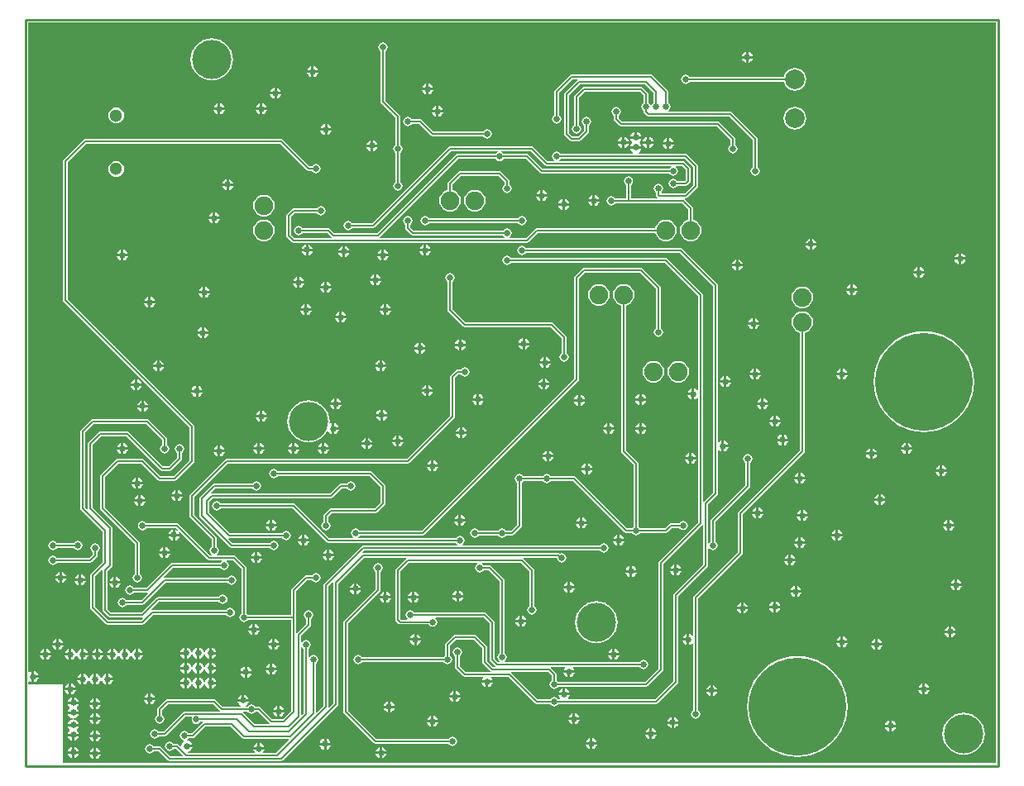
<source format=gbl>
G04*
G04 #@! TF.GenerationSoftware,Altium Limited,Altium Designer,20.1.11 (218)*
G04*
G04 Layer_Physical_Order=2*
G04 Layer_Color=10964583*
%FSLAX25Y25*%
%MOIN*%
G70*
G04*
G04 #@! TF.SameCoordinates,9738943D-FDB6-407F-A489-FF49C37398C0*
G04*
G04*
G04 #@! TF.FilePolarity,Positive*
G04*
G01*
G75*
%ADD11C,0.01000*%
%ADD15C,0.00600*%
%ADD110C,0.05118*%
%ADD111C,0.07874*%
%ADD112C,0.15748*%
%ADD113C,0.07500*%
%ADD114C,0.39370*%
%ADD115C,0.02500*%
G36*
X390879Y1122D02*
X15000D01*
X15000Y33000D01*
X1122Y33000D01*
Y33948D01*
X1622Y34215D01*
X2122Y33880D01*
X2500Y33805D01*
Y36000D01*
Y38195D01*
X2122Y38120D01*
X1622Y37785D01*
X1122Y38052D01*
Y299879D01*
X390879D01*
Y1122D01*
D02*
G37*
%LPC*%
G36*
X291314Y288119D02*
Y286424D01*
X293008D01*
X292933Y286802D01*
X292436Y287546D01*
X291691Y288043D01*
X291314Y288119D01*
D02*
G37*
G36*
X290314D02*
X289936Y288043D01*
X289191Y287546D01*
X288694Y286802D01*
X288619Y286424D01*
X290314D01*
Y288119D01*
D02*
G37*
G36*
X293008Y285424D02*
X291314D01*
Y283729D01*
X291691Y283804D01*
X292436Y284302D01*
X292933Y285046D01*
X293008Y285424D01*
D02*
G37*
G36*
X290314D02*
X288619D01*
X288694Y285046D01*
X289191Y284302D01*
X289936Y283804D01*
X290314Y283729D01*
Y285424D01*
D02*
G37*
G36*
X116172Y282299D02*
Y280604D01*
X117867D01*
X117791Y280982D01*
X117294Y281726D01*
X116550Y282223D01*
X116172Y282299D01*
D02*
G37*
G36*
X115172D02*
X114794Y282223D01*
X114050Y281726D01*
X113552Y280982D01*
X113477Y280604D01*
X115172D01*
Y282299D01*
D02*
G37*
G36*
X310000Y281576D02*
X308816Y281420D01*
X307712Y280963D01*
X306764Y280236D01*
X306037Y279288D01*
X305580Y278184D01*
X305545Y277918D01*
X267612D01*
X267334Y278334D01*
X266722Y278743D01*
X266000Y278886D01*
X265278Y278743D01*
X264666Y278334D01*
X264257Y277722D01*
X264114Y277000D01*
X264257Y276278D01*
X264666Y275666D01*
X265278Y275257D01*
X266000Y275114D01*
X266722Y275257D01*
X267334Y275666D01*
X267612Y276082D01*
X305545D01*
X305580Y275816D01*
X306037Y274712D01*
X306764Y273764D01*
X307712Y273037D01*
X308816Y272580D01*
X310000Y272424D01*
X311184Y272580D01*
X312288Y273037D01*
X313236Y273764D01*
X313963Y274712D01*
X314420Y275816D01*
X314576Y277000D01*
X314420Y278184D01*
X313963Y279288D01*
X313236Y280236D01*
X312288Y280963D01*
X311184Y281420D01*
X310000Y281576D01*
D02*
G37*
G36*
X117867Y279604D02*
X116172D01*
Y277909D01*
X116550Y277984D01*
X117294Y278482D01*
X117791Y279226D01*
X117867Y279604D01*
D02*
G37*
G36*
X115172D02*
X113477D01*
X113552Y279226D01*
X114050Y278482D01*
X114794Y277984D01*
X115172Y277909D01*
Y279604D01*
D02*
G37*
G36*
X75000Y293515D02*
X73339Y293351D01*
X71741Y292867D01*
X70269Y292080D01*
X68979Y291021D01*
X67920Y289731D01*
X67133Y288259D01*
X66649Y286661D01*
X66485Y285000D01*
X66649Y283339D01*
X67133Y281741D01*
X67920Y280269D01*
X68979Y278979D01*
X70269Y277920D01*
X71741Y277133D01*
X73339Y276649D01*
X75000Y276485D01*
X76661Y276649D01*
X78259Y277133D01*
X79731Y277920D01*
X81021Y278979D01*
X82080Y280269D01*
X82867Y281741D01*
X83351Y283339D01*
X83515Y285000D01*
X83351Y286661D01*
X82867Y288259D01*
X82080Y289731D01*
X81021Y291021D01*
X79731Y292080D01*
X78259Y292867D01*
X76661Y293351D01*
X75000Y293515D01*
D02*
G37*
G36*
X162500Y275195D02*
Y273500D01*
X164195D01*
X164120Y273878D01*
X163622Y274622D01*
X162878Y275119D01*
X162500Y275195D01*
D02*
G37*
G36*
X161500D02*
X161122Y275119D01*
X160378Y274622D01*
X159880Y273878D01*
X159805Y273500D01*
X161500D01*
Y275195D01*
D02*
G37*
G36*
X101195Y273519D02*
Y271824D01*
X102889D01*
X102814Y272202D01*
X102317Y272946D01*
X101573Y273444D01*
X101195Y273519D01*
D02*
G37*
G36*
X100195D02*
X99817Y273444D01*
X99072Y272946D01*
X98575Y272202D01*
X98500Y271824D01*
X100195D01*
Y273519D01*
D02*
G37*
G36*
X164195Y272500D02*
X162500D01*
Y270805D01*
X162878Y270881D01*
X163622Y271378D01*
X164120Y272122D01*
X164195Y272500D01*
D02*
G37*
G36*
X161500D02*
X159805D01*
X159880Y272122D01*
X160378Y271378D01*
X161122Y270881D01*
X161500Y270805D01*
Y272500D01*
D02*
G37*
G36*
X102889Y270824D02*
X101195D01*
Y269129D01*
X101573Y269205D01*
X102317Y269702D01*
X102814Y270446D01*
X102889Y270824D01*
D02*
G37*
G36*
X100195D02*
X98500D01*
X98575Y270446D01*
X99072Y269702D01*
X99817Y269205D01*
X100195Y269129D01*
Y270824D01*
D02*
G37*
G36*
X252000Y278918D02*
X220000D01*
X219649Y278848D01*
X219351Y278649D01*
X213351Y272649D01*
X213152Y272351D01*
X213082Y272000D01*
Y262612D01*
X212666Y262334D01*
X212257Y261722D01*
X212114Y261000D01*
X212257Y260278D01*
X212666Y259666D01*
X213278Y259257D01*
X214000Y259114D01*
X214722Y259257D01*
X215334Y259666D01*
X215743Y260278D01*
X215886Y261000D01*
X215743Y261722D01*
X215334Y262334D01*
X214918Y262612D01*
Y271620D01*
X220380Y277082D01*
X222100D01*
X222234Y276851D01*
X222285Y276582D01*
X217351Y271649D01*
X217152Y271351D01*
X217082Y271000D01*
Y255000D01*
X217152Y254649D01*
X217351Y254351D01*
X219351Y252351D01*
X219649Y252152D01*
X220000Y252082D01*
X223000D01*
X223351Y252152D01*
X223649Y252351D01*
X226649Y255351D01*
X226848Y255649D01*
X226918Y256000D01*
Y258388D01*
X227334Y258666D01*
X227743Y259278D01*
X227886Y260000D01*
X227743Y260722D01*
X227334Y261334D01*
X226722Y261743D01*
X226000Y261886D01*
X225278Y261743D01*
X224666Y261334D01*
X224257Y260722D01*
X224114Y260000D01*
X224257Y259278D01*
X224666Y258666D01*
X225082Y258388D01*
Y256380D01*
X222620Y253918D01*
X220380D01*
X218918Y255380D01*
Y270620D01*
X223380Y275082D01*
X249620D01*
X253082Y271620D01*
Y267612D01*
X252666Y267334D01*
X252257Y266722D01*
X252255Y266710D01*
X251745D01*
X251743Y266722D01*
X251334Y267334D01*
X250918Y267612D01*
Y271000D01*
X250848Y271351D01*
X250649Y271649D01*
X248649Y273649D01*
X248351Y273848D01*
X248000Y273918D01*
X225000D01*
X224649Y273848D01*
X224351Y273649D01*
X221351Y270649D01*
X221152Y270351D01*
X221082Y270000D01*
Y258612D01*
X220666Y258334D01*
X220257Y257722D01*
X220114Y257000D01*
X220257Y256278D01*
X220666Y255666D01*
X221278Y255257D01*
X222000Y255114D01*
X222722Y255257D01*
X223334Y255666D01*
X223743Y256278D01*
X223886Y257000D01*
X223743Y257722D01*
X223334Y258334D01*
X222918Y258612D01*
Y269620D01*
X225380Y272082D01*
X247620D01*
X249082Y270620D01*
Y267612D01*
X248666Y267334D01*
X248257Y266722D01*
X248114Y266000D01*
X248257Y265278D01*
X248666Y264666D01*
X249082Y264388D01*
Y264000D01*
X249152Y263649D01*
X249351Y263351D01*
X250351Y262351D01*
X250649Y262152D01*
X251000Y262082D01*
X283620D01*
X293082Y252620D01*
Y241612D01*
X292666Y241334D01*
X292257Y240722D01*
X292114Y240000D01*
X292257Y239278D01*
X292666Y238666D01*
X293278Y238257D01*
X294000Y238114D01*
X294722Y238257D01*
X295334Y238666D01*
X295743Y239278D01*
X295886Y240000D01*
X295743Y240722D01*
X295334Y241334D01*
X294918Y241612D01*
Y253000D01*
X294848Y253351D01*
X294649Y253649D01*
X284649Y263649D01*
X284351Y263848D01*
X284000Y263918D01*
X259113D01*
X258962Y264418D01*
X259334Y264666D01*
X259743Y265278D01*
X259886Y266000D01*
X259743Y266722D01*
X259334Y267334D01*
X258918Y267612D01*
Y272000D01*
X258848Y272351D01*
X258649Y272649D01*
X252649Y278649D01*
X252351Y278848D01*
X252000Y278918D01*
D02*
G37*
G36*
X95500Y267195D02*
Y265500D01*
X97195D01*
X97119Y265878D01*
X96622Y266622D01*
X95878Y267120D01*
X95500Y267195D01*
D02*
G37*
G36*
X94500D02*
X94122Y267120D01*
X93378Y266622D01*
X92881Y265878D01*
X92805Y265500D01*
X94500D01*
Y267195D01*
D02*
G37*
G36*
X78500D02*
Y265500D01*
X80195D01*
X80119Y265878D01*
X79622Y266622D01*
X78878Y267120D01*
X78500Y267195D01*
D02*
G37*
G36*
X77500D02*
X77122Y267120D01*
X76378Y266622D01*
X75881Y265878D01*
X75805Y265500D01*
X77500D01*
Y267195D01*
D02*
G37*
G36*
X166500Y266195D02*
Y264500D01*
X168195D01*
X168120Y264878D01*
X167622Y265622D01*
X166878Y266120D01*
X166500Y266195D01*
D02*
G37*
G36*
X165500D02*
X165122Y266120D01*
X164378Y265622D01*
X163881Y264878D01*
X163805Y264500D01*
X165500D01*
Y266195D01*
D02*
G37*
G36*
X97195Y264500D02*
X95500D01*
Y262805D01*
X95878Y262880D01*
X96622Y263378D01*
X97119Y264122D01*
X97195Y264500D01*
D02*
G37*
G36*
X94500D02*
X92805D01*
X92881Y264122D01*
X93378Y263378D01*
X94122Y262880D01*
X94500Y262805D01*
Y264500D01*
D02*
G37*
G36*
X80195D02*
X78500D01*
Y262805D01*
X78878Y262880D01*
X79622Y263378D01*
X80119Y264122D01*
X80195Y264500D01*
D02*
G37*
G36*
X77500D02*
X75805D01*
X75881Y264122D01*
X76378Y263378D01*
X77122Y262880D01*
X77500Y262805D01*
Y264500D01*
D02*
G37*
G36*
X168195Y263500D02*
X166500D01*
Y261805D01*
X166878Y261880D01*
X167622Y262378D01*
X168120Y263122D01*
X168195Y263500D01*
D02*
G37*
G36*
X165500D02*
X163805D01*
X163881Y263122D01*
X164378Y262378D01*
X165122Y261880D01*
X165500Y261805D01*
Y263500D01*
D02*
G37*
G36*
X36441Y265631D02*
X35616Y265523D01*
X34848Y265204D01*
X34188Y264698D01*
X33681Y264038D01*
X33363Y263270D01*
X33255Y262445D01*
X33363Y261620D01*
X33681Y260852D01*
X34188Y260192D01*
X34848Y259685D01*
X35616Y259367D01*
X36441Y259259D01*
X37266Y259367D01*
X38034Y259685D01*
X38694Y260192D01*
X39200Y260852D01*
X39519Y261620D01*
X39627Y262445D01*
X39519Y263270D01*
X39200Y264038D01*
X38694Y264698D01*
X38034Y265204D01*
X37266Y265523D01*
X36441Y265631D01*
D02*
G37*
G36*
X121528Y258915D02*
Y257221D01*
X123222D01*
X123147Y257598D01*
X122650Y258343D01*
X121906Y258840D01*
X121528Y258915D01*
D02*
G37*
G36*
X120528D02*
X120150Y258840D01*
X119405Y258343D01*
X118908Y257598D01*
X118833Y257221D01*
X120528D01*
Y258915D01*
D02*
G37*
G36*
X310000Y265828D02*
X308816Y265672D01*
X307712Y265215D01*
X306764Y264488D01*
X306037Y263540D01*
X305580Y262436D01*
X305424Y261252D01*
X305580Y260068D01*
X306037Y258964D01*
X306764Y258016D01*
X307712Y257289D01*
X308816Y256832D01*
X310000Y256676D01*
X311184Y256832D01*
X312288Y257289D01*
X313236Y258016D01*
X313963Y258964D01*
X314420Y260068D01*
X314576Y261252D01*
X314420Y262436D01*
X313963Y263540D01*
X313236Y264488D01*
X312288Y265215D01*
X311184Y265672D01*
X310000Y265828D01*
D02*
G37*
G36*
X123222Y256221D02*
X121528D01*
Y254526D01*
X121906Y254601D01*
X122650Y255098D01*
X123147Y255842D01*
X123222Y256221D01*
D02*
G37*
G36*
X120528D02*
X118833D01*
X118908Y255842D01*
X119405Y255098D01*
X120150Y254601D01*
X120528Y254526D01*
Y256221D01*
D02*
G37*
G36*
X246389Y255699D02*
Y254004D01*
X248084D01*
X248009Y254382D01*
X247512Y255126D01*
X246767Y255623D01*
X246389Y255699D01*
D02*
G37*
G36*
X245389D02*
X245011Y255623D01*
X244267Y255126D01*
X243770Y254382D01*
X243695Y254004D01*
X245389D01*
Y255699D01*
D02*
G37*
G36*
X154000Y261886D02*
X153278Y261743D01*
X152666Y261334D01*
X152257Y260722D01*
X152114Y260000D01*
X152257Y259278D01*
X152666Y258666D01*
X153278Y258257D01*
X154000Y258114D01*
X154722Y258257D01*
X155334Y258666D01*
X155612Y259082D01*
X158620D01*
X163351Y254351D01*
X163649Y254152D01*
X164000Y254082D01*
X184388D01*
X184666Y253666D01*
X185278Y253257D01*
X186000Y253114D01*
X186722Y253257D01*
X187334Y253666D01*
X187743Y254278D01*
X187886Y255000D01*
X187743Y255722D01*
X187334Y256334D01*
X186722Y256743D01*
X186000Y256886D01*
X185278Y256743D01*
X184666Y256334D01*
X184388Y255918D01*
X164380D01*
X159649Y260649D01*
X159351Y260848D01*
X159000Y260918D01*
X155612D01*
X155334Y261334D01*
X154722Y261743D01*
X154000Y261886D01*
D02*
G37*
G36*
X251409Y253698D02*
Y252004D01*
X253103D01*
X253028Y252381D01*
X252531Y253126D01*
X251787Y253623D01*
X251409Y253698D01*
D02*
G37*
G36*
X250409D02*
X250031Y253623D01*
X249287Y253126D01*
X248789Y252381D01*
X248714Y252004D01*
X250409D01*
Y253698D01*
D02*
G37*
G36*
X241370D02*
Y252004D01*
X243064D01*
X242989Y252381D01*
X242492Y253126D01*
X241747Y253623D01*
X241370Y253698D01*
D02*
G37*
G36*
X240370D02*
X239991Y253623D01*
X239247Y253126D01*
X238750Y252381D01*
X238675Y252004D01*
X240370D01*
Y253698D01*
D02*
G37*
G36*
X259500Y253195D02*
Y251500D01*
X261195D01*
X261120Y251878D01*
X260622Y252622D01*
X259878Y253119D01*
X259500Y253195D01*
D02*
G37*
G36*
X258500D02*
X258122Y253119D01*
X257378Y252622D01*
X256880Y251878D01*
X256805Y251500D01*
X258500D01*
Y253195D01*
D02*
G37*
G36*
X140101Y252344D02*
Y250649D01*
X141796D01*
X141721Y251027D01*
X141224Y251771D01*
X140479Y252269D01*
X140101Y252344D01*
D02*
G37*
G36*
X139101D02*
X138723Y252269D01*
X137979Y251771D01*
X137482Y251027D01*
X137407Y250649D01*
X139101D01*
Y252344D01*
D02*
G37*
G36*
X248084Y253004D02*
X243695D01*
X243770Y252626D01*
X244267Y251882D01*
X244459Y251754D01*
Y251254D01*
X244267Y251126D01*
X243770Y250382D01*
X243695Y250004D01*
X248084D01*
X248009Y250382D01*
X247512Y251126D01*
X247320Y251254D01*
Y251754D01*
X247512Y251882D01*
X248009Y252626D01*
X248084Y253004D01*
D02*
G37*
G36*
X253103Y251004D02*
X251409D01*
Y249309D01*
X251787Y249384D01*
X252531Y249882D01*
X253028Y250626D01*
X253103Y251004D01*
D02*
G37*
G36*
X250409D02*
X248714D01*
X248789Y250626D01*
X249287Y249882D01*
X250031Y249384D01*
X250409Y249309D01*
Y251004D01*
D02*
G37*
G36*
X243064D02*
X241370D01*
Y249309D01*
X241747Y249384D01*
X242492Y249882D01*
X242989Y250626D01*
X243064Y251004D01*
D02*
G37*
G36*
X240370D02*
X238675D01*
X238750Y250626D01*
X239247Y249882D01*
X239991Y249384D01*
X240370Y249309D01*
Y251004D01*
D02*
G37*
G36*
X261195Y250500D02*
X259500D01*
Y248805D01*
X259878Y248881D01*
X260622Y249378D01*
X261120Y250122D01*
X261195Y250500D01*
D02*
G37*
G36*
X258500D02*
X256805D01*
X256880Y250122D01*
X257378Y249378D01*
X258122Y248881D01*
X258500Y248805D01*
Y250500D01*
D02*
G37*
G36*
X141796Y249649D02*
X140101D01*
Y247955D01*
X140479Y248030D01*
X141224Y248527D01*
X141721Y249271D01*
X141796Y249649D01*
D02*
G37*
G36*
X139101D02*
X137407D01*
X137482Y249271D01*
X137979Y248527D01*
X138723Y248030D01*
X139101Y247955D01*
Y249649D01*
D02*
G37*
G36*
X238000Y265886D02*
X237278Y265743D01*
X236666Y265334D01*
X236257Y264722D01*
X236114Y264000D01*
X236257Y263278D01*
X236666Y262666D01*
X237082Y262388D01*
Y261000D01*
X237152Y260649D01*
X237351Y260351D01*
X239351Y258351D01*
X239649Y258152D01*
X240000Y258082D01*
X278620D01*
X284082Y252620D01*
Y250612D01*
X283666Y250334D01*
X283257Y249722D01*
X283114Y249000D01*
X283257Y248278D01*
X283666Y247666D01*
X284278Y247257D01*
X285000Y247114D01*
X285722Y247257D01*
X286334Y247666D01*
X286743Y248278D01*
X286886Y249000D01*
X286743Y249722D01*
X286334Y250334D01*
X285918Y250612D01*
Y253000D01*
X285848Y253351D01*
X285649Y253649D01*
X279649Y259649D01*
X279351Y259848D01*
X279000Y259918D01*
X240380D01*
X238918Y261380D01*
Y262388D01*
X239334Y262666D01*
X239743Y263278D01*
X239886Y264000D01*
X239743Y264722D01*
X239334Y265334D01*
X238722Y265743D01*
X238000Y265886D01*
D02*
G37*
G36*
X103000Y252918D02*
X24000D01*
X23649Y252848D01*
X23351Y252649D01*
X15351Y244649D01*
X15152Y244351D01*
X15082Y244000D01*
Y188000D01*
X15152Y187649D01*
X15351Y187351D01*
X66082Y136620D01*
Y123380D01*
X59620Y116918D01*
X54380D01*
X47649Y123649D01*
X47351Y123848D01*
X47000Y123918D01*
X37000D01*
X36649Y123848D01*
X36351Y123649D01*
X30351Y117649D01*
X30152Y117351D01*
X30082Y117000D01*
Y104000D01*
X30152Y103649D01*
X30351Y103351D01*
X44082Y89620D01*
Y77612D01*
X43666Y77334D01*
X43257Y76722D01*
X43114Y76000D01*
X43257Y75278D01*
X43666Y74666D01*
X44278Y74257D01*
X45000Y74114D01*
X45722Y74257D01*
X46334Y74666D01*
X46743Y75278D01*
X46886Y76000D01*
X46743Y76722D01*
X46334Y77334D01*
X45918Y77612D01*
Y90000D01*
X45848Y90351D01*
X45649Y90649D01*
X31918Y104380D01*
Y116620D01*
X37380Y122082D01*
X46620D01*
X53351Y115351D01*
X53649Y115152D01*
X54000Y115082D01*
X60000D01*
X60351Y115152D01*
X60649Y115351D01*
X67649Y122351D01*
X67848Y122649D01*
X67918Y123000D01*
Y137000D01*
X67848Y137351D01*
X67649Y137649D01*
X16918Y188380D01*
Y243620D01*
X24380Y251082D01*
X102620D01*
X113351Y240351D01*
X113649Y240152D01*
X114000Y240082D01*
X115388D01*
X115666Y239666D01*
X116278Y239257D01*
X117000Y239114D01*
X117722Y239257D01*
X118334Y239666D01*
X118743Y240278D01*
X118886Y241000D01*
X118743Y241722D01*
X118334Y242334D01*
X117722Y242743D01*
X117000Y242886D01*
X116278Y242743D01*
X115666Y242334D01*
X115388Y241918D01*
X114380D01*
X103649Y252649D01*
X103351Y252848D01*
X103000Y252918D01*
D02*
G37*
G36*
X36441Y243978D02*
X35616Y243869D01*
X34848Y243551D01*
X34188Y243044D01*
X33681Y242385D01*
X33363Y241616D01*
X33255Y240791D01*
X33363Y239967D01*
X33681Y239198D01*
X34188Y238538D01*
X34848Y238032D01*
X35616Y237714D01*
X36441Y237605D01*
X37266Y237714D01*
X38034Y238032D01*
X38694Y238538D01*
X39200Y239198D01*
X39519Y239967D01*
X39627Y240791D01*
X39519Y241616D01*
X39200Y242385D01*
X38694Y243044D01*
X38034Y243551D01*
X37266Y243869D01*
X36441Y243978D01*
D02*
G37*
G36*
X81913Y236678D02*
Y234983D01*
X83608D01*
X83533Y235361D01*
X83035Y236105D01*
X82291Y236603D01*
X81913Y236678D01*
D02*
G37*
G36*
X80913D02*
X80536Y236603D01*
X79791Y236105D01*
X79294Y235361D01*
X79219Y234983D01*
X80913D01*
Y236678D01*
D02*
G37*
G36*
X83608Y233983D02*
X81913D01*
Y232289D01*
X82291Y232364D01*
X83035Y232861D01*
X83533Y233605D01*
X83608Y233983D01*
D02*
G37*
G36*
X80913D02*
X79219D01*
X79294Y233605D01*
X79791Y232861D01*
X80536Y232364D01*
X80913Y232289D01*
Y233983D01*
D02*
G37*
G36*
X144000Y291886D02*
X143278Y291743D01*
X142666Y291334D01*
X142257Y290722D01*
X142114Y290000D01*
X142257Y289278D01*
X142666Y288666D01*
X143082Y288388D01*
Y268000D01*
X143152Y267649D01*
X143351Y267351D01*
X149082Y261620D01*
Y250612D01*
X148666Y250334D01*
X148257Y249722D01*
X148114Y249000D01*
X148257Y248278D01*
X148666Y247666D01*
X149082Y247388D01*
Y235612D01*
X148666Y235334D01*
X148257Y234722D01*
X148114Y234000D01*
X148257Y233278D01*
X148666Y232666D01*
X149278Y232257D01*
X150000Y232114D01*
X150722Y232257D01*
X151334Y232666D01*
X151743Y233278D01*
X151886Y234000D01*
X151743Y234722D01*
X151334Y235334D01*
X150918Y235612D01*
Y247388D01*
X151334Y247666D01*
X151743Y248278D01*
X151886Y249000D01*
X151743Y249722D01*
X151334Y250334D01*
X150918Y250612D01*
Y262000D01*
X150848Y262351D01*
X150649Y262649D01*
X144918Y268380D01*
Y288388D01*
X145334Y288666D01*
X145743Y289278D01*
X145886Y290000D01*
X145743Y290722D01*
X145334Y291334D01*
X144722Y291743D01*
X144000Y291886D01*
D02*
G37*
G36*
X191000Y239918D02*
X175000D01*
X174649Y239848D01*
X174351Y239649D01*
X170351Y235649D01*
X170152Y235351D01*
X170082Y235000D01*
Y232267D01*
X169864Y232238D01*
X168806Y231800D01*
X167897Y231102D01*
X167200Y230194D01*
X166762Y229136D01*
X166613Y228000D01*
X166762Y226864D01*
X167200Y225806D01*
X167897Y224898D01*
X168806Y224200D01*
X169864Y223762D01*
X171000Y223612D01*
X172136Y223762D01*
X173194Y224200D01*
X174102Y224898D01*
X174800Y225806D01*
X175238Y226864D01*
X175388Y228000D01*
X175238Y229136D01*
X174800Y230194D01*
X174102Y231102D01*
X173194Y231800D01*
X172136Y232238D01*
X171918Y232267D01*
Y234620D01*
X175380Y238082D01*
X190620D01*
X193082Y235620D01*
Y234612D01*
X192666Y234334D01*
X192257Y233722D01*
X192114Y233000D01*
X192257Y232278D01*
X192666Y231666D01*
X193278Y231257D01*
X194000Y231114D01*
X194722Y231257D01*
X195334Y231666D01*
X195743Y232278D01*
X195886Y233000D01*
X195743Y233722D01*
X195334Y234334D01*
X194918Y234612D01*
Y236000D01*
X194848Y236351D01*
X194649Y236649D01*
X191649Y239649D01*
X191351Y239848D01*
X191000Y239918D01*
D02*
G37*
G36*
X204000Y249918D02*
X171000D01*
X170649Y249848D01*
X170351Y249649D01*
X139620Y218918D01*
X131612D01*
X131334Y219334D01*
X130722Y219743D01*
X130000Y219886D01*
X129278Y219743D01*
X128666Y219334D01*
X128257Y218722D01*
X128114Y218000D01*
X128257Y217278D01*
X128666Y216666D01*
X129278Y216257D01*
X130000Y216114D01*
X130722Y216257D01*
X131334Y216666D01*
X131612Y217082D01*
X140000D01*
X140351Y217152D01*
X140649Y217351D01*
X171380Y248082D01*
X190180D01*
X190272Y247624D01*
X190263Y247582D01*
X189666Y247184D01*
X189488Y246918D01*
X174000D01*
X173649Y246848D01*
X173351Y246649D01*
X141620Y214918D01*
X124380D01*
X122649Y216649D01*
X122351Y216848D01*
X122000Y216918D01*
X111612D01*
X111334Y217334D01*
X110722Y217743D01*
X110000Y217886D01*
X109278Y217743D01*
X108666Y217334D01*
X108257Y216722D01*
X108114Y216000D01*
X108257Y215278D01*
X108666Y214666D01*
X109278Y214257D01*
X110000Y214114D01*
X110722Y214257D01*
X111334Y214666D01*
X111612Y215082D01*
X121620D01*
X123285Y213418D01*
X123234Y213149D01*
X123100Y212918D01*
X108380D01*
X106918Y214380D01*
Y221620D01*
X108380Y223082D01*
X117388D01*
X117666Y222666D01*
X118278Y222257D01*
X119000Y222114D01*
X119722Y222257D01*
X120334Y222666D01*
X120743Y223278D01*
X120886Y224000D01*
X120743Y224722D01*
X120334Y225334D01*
X119722Y225743D01*
X119000Y225886D01*
X118278Y225743D01*
X117666Y225334D01*
X117388Y224918D01*
X108000D01*
X107649Y224848D01*
X107351Y224649D01*
X105351Y222649D01*
X105152Y222351D01*
X105082Y222000D01*
Y214000D01*
X105152Y213649D01*
X105351Y213351D01*
X107351Y211351D01*
X107649Y211152D01*
X108000Y211082D01*
X202000D01*
X202351Y211152D01*
X202649Y211351D01*
X206380Y215082D01*
X253733D01*
X253762Y214864D01*
X254200Y213806D01*
X254897Y212897D01*
X255806Y212200D01*
X256864Y211762D01*
X258000Y211613D01*
X259136Y211762D01*
X260194Y212200D01*
X261103Y212897D01*
X261800Y213806D01*
X262238Y214864D01*
X262387Y216000D01*
X262238Y217136D01*
X261800Y218194D01*
X261103Y219103D01*
X260194Y219800D01*
X259136Y220238D01*
X258000Y220388D01*
X256864Y220238D01*
X255806Y219800D01*
X254897Y219103D01*
X254200Y218194D01*
X253762Y217136D01*
X253733Y216918D01*
X206000D01*
X205649Y216848D01*
X205351Y216649D01*
X201620Y212918D01*
X195113D01*
X194962Y213418D01*
X195334Y213666D01*
X195743Y214278D01*
X195886Y215000D01*
X195743Y215722D01*
X195334Y216334D01*
X194722Y216743D01*
X194000Y216886D01*
X193278Y216743D01*
X192666Y216334D01*
X192388Y215918D01*
X156380D01*
X154918Y217380D01*
Y218388D01*
X155334Y218666D01*
X155743Y219278D01*
X155886Y220000D01*
X155743Y220722D01*
X155334Y221334D01*
X154722Y221743D01*
X154000Y221886D01*
X153278Y221743D01*
X152666Y221334D01*
X152257Y220722D01*
X152114Y220000D01*
X152257Y219278D01*
X152666Y218666D01*
X153082Y218388D01*
Y217000D01*
X153152Y216649D01*
X153351Y216351D01*
X155351Y214351D01*
X155649Y214152D01*
X156000Y214082D01*
X192388D01*
X192666Y213666D01*
X193038Y213418D01*
X192887Y212918D01*
X142900D01*
X142766Y213149D01*
X142715Y213418D01*
X174380Y245082D01*
X189288D01*
X189666Y244516D01*
X190278Y244107D01*
X191000Y243964D01*
X191722Y244107D01*
X192334Y244516D01*
X192712Y245082D01*
X201620D01*
X207351Y239351D01*
X207649Y239152D01*
X208000Y239082D01*
X259388D01*
X259666Y238666D01*
X260278Y238257D01*
X261000Y238114D01*
X261722Y238257D01*
X262334Y238666D01*
X262743Y239278D01*
X262886Y240000D01*
X262743Y240722D01*
X262334Y241334D01*
X261962Y241582D01*
X262113Y242082D01*
X264620D01*
X266082Y240620D01*
Y236380D01*
X265620Y235918D01*
X262612D01*
X262334Y236334D01*
X261722Y236743D01*
X261000Y236886D01*
X260278Y236743D01*
X259666Y236334D01*
X259257Y235722D01*
X259114Y235000D01*
X259257Y234278D01*
X259666Y233666D01*
X260278Y233257D01*
X261000Y233114D01*
X261722Y233257D01*
X262334Y233666D01*
X262612Y234082D01*
X266000D01*
X266351Y234152D01*
X266649Y234351D01*
X267649Y235351D01*
X267848Y235649D01*
X267918Y236000D01*
Y241000D01*
X267848Y241351D01*
X267649Y241649D01*
X265649Y243649D01*
X265351Y243848D01*
X265000Y243918D01*
X215113D01*
X214962Y244418D01*
X215334Y244666D01*
X215612Y245082D01*
X265620D01*
X269082Y241620D01*
Y234380D01*
X265620Y230918D01*
X256289D01*
X256216Y230997D01*
X256290Y231637D01*
X256334Y231666D01*
X256743Y232278D01*
X256886Y233000D01*
X256743Y233722D01*
X256334Y234334D01*
X255722Y234743D01*
X255000Y234886D01*
X254278Y234743D01*
X253666Y234334D01*
X253257Y233722D01*
X253114Y233000D01*
X253257Y232278D01*
X253666Y231666D01*
X254082Y231388D01*
Y230351D01*
X254152Y230000D01*
X254351Y229703D01*
X254636Y229418D01*
X254586Y229149D01*
X254451Y228918D01*
X243855D01*
Y234388D01*
X244271Y234666D01*
X244680Y235278D01*
X244823Y236000D01*
X244680Y236722D01*
X244271Y237334D01*
X243659Y237743D01*
X242937Y237886D01*
X242215Y237743D01*
X241603Y237334D01*
X241194Y236722D01*
X241051Y236000D01*
X241194Y235278D01*
X241603Y234666D01*
X242019Y234388D01*
Y228918D01*
X237612D01*
X237334Y229334D01*
X236722Y229743D01*
X236000Y229886D01*
X235278Y229743D01*
X234666Y229334D01*
X234257Y228722D01*
X234114Y228000D01*
X234257Y227278D01*
X234666Y226666D01*
X235278Y226257D01*
X236000Y226114D01*
X236722Y226257D01*
X237334Y226666D01*
X237612Y227082D01*
X264620D01*
X267082Y224620D01*
Y220267D01*
X266864Y220238D01*
X265806Y219800D01*
X264897Y219103D01*
X264200Y218194D01*
X263762Y217136D01*
X263613Y216000D01*
X263762Y214864D01*
X264200Y213806D01*
X264897Y212897D01*
X265806Y212200D01*
X266864Y211762D01*
X268000Y211613D01*
X269136Y211762D01*
X270194Y212200D01*
X271102Y212897D01*
X271800Y213806D01*
X272238Y214864D01*
X272388Y216000D01*
X272238Y217136D01*
X271800Y218194D01*
X271102Y219103D01*
X270194Y219800D01*
X269136Y220238D01*
X268918Y220267D01*
Y225000D01*
X268848Y225351D01*
X268649Y225649D01*
X265715Y228582D01*
X265766Y228851D01*
X265900Y229082D01*
X266000D01*
X266351Y229152D01*
X266649Y229351D01*
X270649Y233351D01*
X270848Y233649D01*
X270918Y234000D01*
Y242000D01*
X270848Y242351D01*
X270649Y242649D01*
X266649Y246649D01*
X266351Y246848D01*
X266000Y246918D01*
X247162D01*
X247097Y247004D01*
X247214Y247683D01*
X247512Y247882D01*
X248009Y248626D01*
X248084Y249004D01*
X243695D01*
X243770Y248626D01*
X244267Y247882D01*
X244565Y247683D01*
X244681Y247004D01*
X244617Y246918D01*
X215612D01*
X215334Y247334D01*
X214722Y247743D01*
X214000Y247886D01*
X213278Y247743D01*
X212666Y247334D01*
X212257Y246722D01*
X212114Y246000D01*
X212257Y245278D01*
X212666Y244666D01*
X213038Y244418D01*
X212887Y243918D01*
X210380D01*
X204649Y249649D01*
X204351Y249848D01*
X204000Y249918D01*
D02*
G37*
G36*
X208500Y232195D02*
Y230500D01*
X210195D01*
X210120Y230878D01*
X209622Y231622D01*
X208878Y232119D01*
X208500Y232195D01*
D02*
G37*
G36*
X207500D02*
X207122Y232119D01*
X206378Y231622D01*
X205880Y230878D01*
X205805Y230500D01*
X207500D01*
Y232195D01*
D02*
G37*
G36*
X229500Y230195D02*
Y228500D01*
X231195D01*
X231119Y228878D01*
X230622Y229622D01*
X229878Y230119D01*
X229500Y230195D01*
D02*
G37*
G36*
X228500D02*
X228122Y230119D01*
X227378Y229622D01*
X226881Y228878D01*
X226805Y228500D01*
X228500D01*
Y230195D01*
D02*
G37*
G36*
X210195Y229500D02*
X208500D01*
Y227805D01*
X208878Y227881D01*
X209622Y228378D01*
X210120Y229122D01*
X210195Y229500D01*
D02*
G37*
G36*
X207500D02*
X205805D01*
X205880Y229122D01*
X206378Y228378D01*
X207122Y227881D01*
X207500Y227805D01*
Y229500D01*
D02*
G37*
G36*
X217380Y228710D02*
Y227016D01*
X219074D01*
X218999Y227394D01*
X218502Y228138D01*
X217758Y228635D01*
X217380Y228710D01*
D02*
G37*
G36*
X216380D02*
X216002Y228635D01*
X215258Y228138D01*
X214760Y227394D01*
X214685Y227016D01*
X216380D01*
Y228710D01*
D02*
G37*
G36*
X231195Y227500D02*
X229500D01*
Y225805D01*
X229878Y225881D01*
X230622Y226378D01*
X231119Y227122D01*
X231195Y227500D01*
D02*
G37*
G36*
X228500D02*
X226805D01*
X226881Y227122D01*
X227378Y226378D01*
X228122Y225881D01*
X228500Y225805D01*
Y227500D01*
D02*
G37*
G36*
X219074Y226016D02*
X217380D01*
Y224321D01*
X217758Y224396D01*
X218502Y224893D01*
X218999Y225638D01*
X219074Y226016D01*
D02*
G37*
G36*
X216380D02*
X214685D01*
X214760Y225638D01*
X215258Y224893D01*
X216002Y224396D01*
X216380Y224321D01*
Y226016D01*
D02*
G37*
G36*
X181000Y232387D02*
X179864Y232238D01*
X178806Y231800D01*
X177898Y231102D01*
X177200Y230194D01*
X176762Y229136D01*
X176612Y228000D01*
X176762Y226864D01*
X177200Y225806D01*
X177898Y224898D01*
X178806Y224200D01*
X179864Y223762D01*
X181000Y223612D01*
X182136Y223762D01*
X183194Y224200D01*
X184102Y224898D01*
X184800Y225806D01*
X185238Y226864D01*
X185388Y228000D01*
X185238Y229136D01*
X184800Y230194D01*
X184102Y231102D01*
X183194Y231800D01*
X182136Y232238D01*
X181000Y232387D01*
D02*
G37*
G36*
X96000Y230387D02*
X94864Y230238D01*
X93806Y229800D01*
X92897Y229102D01*
X92200Y228194D01*
X91762Y227136D01*
X91612Y226000D01*
X91762Y224864D01*
X92200Y223806D01*
X92897Y222898D01*
X93806Y222200D01*
X94864Y221762D01*
X96000Y221613D01*
X97136Y221762D01*
X98194Y222200D01*
X99102Y222898D01*
X99800Y223806D01*
X100238Y224864D01*
X100388Y226000D01*
X100238Y227136D01*
X99800Y228194D01*
X99102Y229102D01*
X98194Y229800D01*
X97136Y230238D01*
X96000Y230387D01*
D02*
G37*
G36*
X76500Y223195D02*
Y221500D01*
X78195D01*
X78119Y221878D01*
X77622Y222622D01*
X76878Y223119D01*
X76500Y223195D01*
D02*
G37*
G36*
X75500D02*
X75122Y223119D01*
X74378Y222622D01*
X73881Y221878D01*
X73805Y221500D01*
X75500D01*
Y223195D01*
D02*
G37*
G36*
X200000Y221886D02*
X199278Y221743D01*
X198666Y221334D01*
X198388Y220918D01*
X162612D01*
X162334Y221334D01*
X161722Y221743D01*
X161000Y221886D01*
X160278Y221743D01*
X159666Y221334D01*
X159257Y220722D01*
X159114Y220000D01*
X159257Y219278D01*
X159666Y218666D01*
X160278Y218257D01*
X161000Y218114D01*
X161722Y218257D01*
X162334Y218666D01*
X162612Y219082D01*
X198388D01*
X198666Y218666D01*
X199278Y218257D01*
X200000Y218114D01*
X200722Y218257D01*
X201334Y218666D01*
X201743Y219278D01*
X201886Y220000D01*
X201743Y220722D01*
X201334Y221334D01*
X200722Y221743D01*
X200000Y221886D01*
D02*
G37*
G36*
X78195Y220500D02*
X76500D01*
Y218805D01*
X76878Y218881D01*
X77622Y219378D01*
X78119Y220122D01*
X78195Y220500D01*
D02*
G37*
G36*
X75500D02*
X73805D01*
X73881Y220122D01*
X74378Y219378D01*
X75122Y218881D01*
X75500Y218805D01*
Y220500D01*
D02*
G37*
G36*
X96000Y220388D02*
X94864Y220238D01*
X93806Y219800D01*
X92897Y219103D01*
X92200Y218194D01*
X91762Y217136D01*
X91612Y216000D01*
X91762Y214864D01*
X92200Y213806D01*
X92897Y212897D01*
X93806Y212200D01*
X94864Y211762D01*
X96000Y211613D01*
X97136Y211762D01*
X98194Y212200D01*
X99102Y212897D01*
X99800Y213806D01*
X100238Y214864D01*
X100388Y216000D01*
X100238Y217136D01*
X99800Y218194D01*
X99102Y219103D01*
X98194Y219800D01*
X97136Y220238D01*
X96000Y220388D01*
D02*
G37*
G36*
X316981Y212675D02*
Y210981D01*
X318675D01*
X318600Y211359D01*
X318103Y212103D01*
X317359Y212600D01*
X316981Y212675D01*
D02*
G37*
G36*
X315981D02*
X315603Y212600D01*
X314859Y212103D01*
X314361Y211359D01*
X314286Y210981D01*
X315981D01*
Y212675D01*
D02*
G37*
G36*
X113934Y210338D02*
Y208644D01*
X115629D01*
X115553Y209022D01*
X115056Y209766D01*
X114312Y210263D01*
X113934Y210338D01*
D02*
G37*
G36*
X112934D02*
X112556Y210263D01*
X111812Y209766D01*
X111314Y209022D01*
X111239Y208644D01*
X112934D01*
Y210338D01*
D02*
G37*
G36*
X161500Y210195D02*
Y208500D01*
X163195D01*
X163119Y208878D01*
X162622Y209622D01*
X161878Y210120D01*
X161500Y210195D01*
D02*
G37*
G36*
X160500D02*
X160122Y210120D01*
X159378Y209622D01*
X158880Y208878D01*
X158805Y208500D01*
X160500D01*
Y210195D01*
D02*
G37*
G36*
X318675Y209981D02*
X316981D01*
Y208286D01*
X317359Y208361D01*
X318103Y208859D01*
X318600Y209603D01*
X318675Y209981D01*
D02*
G37*
G36*
X315981D02*
X314286D01*
X314361Y209603D01*
X314859Y208859D01*
X315603Y208361D01*
X315981Y208286D01*
Y209981D01*
D02*
G37*
G36*
X128739Y209650D02*
Y207955D01*
X130434D01*
X130359Y208333D01*
X129861Y209077D01*
X129117Y209575D01*
X128739Y209650D01*
D02*
G37*
G36*
X127739D02*
X127361Y209575D01*
X126617Y209077D01*
X126120Y208333D01*
X126045Y207955D01*
X127739D01*
Y209650D01*
D02*
G37*
G36*
X144500Y208195D02*
Y206500D01*
X146195D01*
X146119Y206878D01*
X145622Y207622D01*
X144878Y208120D01*
X144500Y208195D01*
D02*
G37*
G36*
X143500D02*
X143122Y208120D01*
X142378Y207622D01*
X141881Y206878D01*
X141805Y206500D01*
X143500D01*
Y208195D01*
D02*
G37*
G36*
X39500D02*
Y206500D01*
X41195D01*
X41120Y206878D01*
X40622Y207622D01*
X39878Y208120D01*
X39500Y208195D01*
D02*
G37*
G36*
X38500D02*
X38122Y208120D01*
X37378Y207622D01*
X36880Y206878D01*
X36805Y206500D01*
X38500D01*
Y208195D01*
D02*
G37*
G36*
X115629Y207644D02*
X113934D01*
Y205949D01*
X114312Y206024D01*
X115056Y206522D01*
X115553Y207266D01*
X115629Y207644D01*
D02*
G37*
G36*
X112934D02*
X111239D01*
X111314Y207266D01*
X111812Y206522D01*
X112556Y206024D01*
X112934Y205949D01*
Y207644D01*
D02*
G37*
G36*
X163195Y207500D02*
X161500D01*
Y205805D01*
X161878Y205880D01*
X162622Y206378D01*
X163119Y207122D01*
X163195Y207500D01*
D02*
G37*
G36*
X160500D02*
X158805D01*
X158880Y207122D01*
X159378Y206378D01*
X160122Y205880D01*
X160500Y205805D01*
Y207500D01*
D02*
G37*
G36*
X130434Y206955D02*
X128739D01*
Y205260D01*
X129117Y205336D01*
X129861Y205833D01*
X130359Y206577D01*
X130434Y206955D01*
D02*
G37*
G36*
X127739D02*
X126045D01*
X126120Y206577D01*
X126617Y205833D01*
X127361Y205336D01*
X127739Y205260D01*
Y206955D01*
D02*
G37*
G36*
X377111Y206817D02*
Y205122D01*
X378806D01*
X378731Y205500D01*
X378234Y206244D01*
X377489Y206741D01*
X377111Y206817D01*
D02*
G37*
G36*
X376111D02*
X375733Y206741D01*
X374989Y206244D01*
X374492Y205500D01*
X374417Y205122D01*
X376111D01*
Y206817D01*
D02*
G37*
G36*
X146195Y205500D02*
X144500D01*
Y203805D01*
X144878Y203881D01*
X145622Y204378D01*
X146119Y205122D01*
X146195Y205500D01*
D02*
G37*
G36*
X143500D02*
X141805D01*
X141881Y205122D01*
X142378Y204378D01*
X143122Y203881D01*
X143500Y203805D01*
Y205500D01*
D02*
G37*
G36*
X41195D02*
X39500D01*
Y203805D01*
X39878Y203881D01*
X40622Y204378D01*
X41120Y205122D01*
X41195Y205500D01*
D02*
G37*
G36*
X38500D02*
X36805D01*
X36880Y205122D01*
X37378Y204378D01*
X38122Y203881D01*
X38500Y203805D01*
Y205500D01*
D02*
G37*
G36*
X287378Y204350D02*
Y202655D01*
X289073D01*
X288997Y203033D01*
X288500Y203777D01*
X287756Y204274D01*
X287378Y204350D01*
D02*
G37*
G36*
X286378D02*
X286000Y204274D01*
X285256Y203777D01*
X284758Y203033D01*
X284683Y202655D01*
X286378D01*
Y204350D01*
D02*
G37*
G36*
X378806Y204122D02*
X377111D01*
Y202427D01*
X377489Y202502D01*
X378234Y203000D01*
X378731Y203744D01*
X378806Y204122D01*
D02*
G37*
G36*
X376111D02*
X374417D01*
X374492Y203744D01*
X374989Y203000D01*
X375733Y202502D01*
X376111Y202427D01*
Y204122D01*
D02*
G37*
G36*
X289073Y201655D02*
X287378D01*
Y199960D01*
X287756Y200036D01*
X288500Y200533D01*
X288997Y201277D01*
X289073Y201655D01*
D02*
G37*
G36*
X286378D02*
X284683D01*
X284758Y201277D01*
X285256Y200533D01*
X286000Y200036D01*
X286378Y199960D01*
Y201655D01*
D02*
G37*
G36*
X360500Y201195D02*
Y199500D01*
X362195D01*
X362120Y199878D01*
X361622Y200622D01*
X360878Y201119D01*
X360500Y201195D01*
D02*
G37*
G36*
X359500D02*
X359122Y201119D01*
X358378Y200622D01*
X357880Y199878D01*
X357805Y199500D01*
X359500D01*
Y201195D01*
D02*
G37*
G36*
X362195Y198500D02*
X360500D01*
Y196805D01*
X360878Y196880D01*
X361622Y197378D01*
X362120Y198122D01*
X362195Y198500D01*
D02*
G37*
G36*
X359500D02*
X357805D01*
X357880Y198122D01*
X358378Y197378D01*
X359122Y196880D01*
X359500Y196805D01*
Y198500D01*
D02*
G37*
G36*
X141500Y198195D02*
Y196500D01*
X143195D01*
X143120Y196878D01*
X142622Y197622D01*
X141878Y198119D01*
X141500Y198195D01*
D02*
G37*
G36*
X140500D02*
X140122Y198119D01*
X139378Y197622D01*
X138881Y196878D01*
X138805Y196500D01*
X140500D01*
Y198195D01*
D02*
G37*
G36*
X110500Y197195D02*
Y195500D01*
X112195D01*
X112119Y195878D01*
X111622Y196622D01*
X110878Y197119D01*
X110500Y197195D01*
D02*
G37*
G36*
X109500D02*
X109122Y197119D01*
X108378Y196622D01*
X107880Y195878D01*
X107805Y195500D01*
X109500D01*
Y197195D01*
D02*
G37*
G36*
X143195Y195500D02*
X141500D01*
Y193805D01*
X141878Y193880D01*
X142622Y194378D01*
X143120Y195122D01*
X143195Y195500D01*
D02*
G37*
G36*
X140500D02*
X138805D01*
X138881Y195122D01*
X139378Y194378D01*
X140122Y193880D01*
X140500Y193805D01*
Y195500D01*
D02*
G37*
G36*
X121500Y195195D02*
Y193500D01*
X123195D01*
X123119Y193878D01*
X122622Y194622D01*
X121878Y195120D01*
X121500Y195195D01*
D02*
G37*
G36*
X120500D02*
X120122Y195120D01*
X119378Y194622D01*
X118880Y193878D01*
X118805Y193500D01*
X120500D01*
Y195195D01*
D02*
G37*
G36*
X112195Y194500D02*
X110500D01*
Y192805D01*
X110878Y192880D01*
X111622Y193378D01*
X112119Y194122D01*
X112195Y194500D01*
D02*
G37*
G36*
X109500D02*
X107805D01*
X107880Y194122D01*
X108378Y193378D01*
X109122Y192880D01*
X109500Y192805D01*
Y194500D01*
D02*
G37*
G36*
X333500Y194195D02*
Y192500D01*
X335195D01*
X335120Y192878D01*
X334622Y193622D01*
X333878Y194120D01*
X333500Y194195D01*
D02*
G37*
G36*
X332500D02*
X332122Y194120D01*
X331378Y193622D01*
X330880Y192878D01*
X330805Y192500D01*
X332500D01*
Y194195D01*
D02*
G37*
G36*
X72500Y193195D02*
Y191500D01*
X74195D01*
X74119Y191878D01*
X73622Y192622D01*
X72878Y193120D01*
X72500Y193195D01*
D02*
G37*
G36*
X71500D02*
X71122Y193120D01*
X70378Y192622D01*
X69881Y191878D01*
X69805Y191500D01*
X71500D01*
Y193195D01*
D02*
G37*
G36*
X123195Y192500D02*
X121500D01*
Y190805D01*
X121878Y190881D01*
X122622Y191378D01*
X123119Y192122D01*
X123195Y192500D01*
D02*
G37*
G36*
X120500D02*
X118805D01*
X118880Y192122D01*
X119378Y191378D01*
X120122Y190881D01*
X120500Y190805D01*
Y192500D01*
D02*
G37*
G36*
X335195Y191500D02*
X333500D01*
Y189805D01*
X333878Y189881D01*
X334622Y190378D01*
X335120Y191122D01*
X335195Y191500D01*
D02*
G37*
G36*
X332500D02*
X330805D01*
X330880Y191122D01*
X331378Y190378D01*
X332122Y189881D01*
X332500Y189805D01*
Y191500D01*
D02*
G37*
G36*
X74195Y190500D02*
X72500D01*
Y188805D01*
X72878Y188881D01*
X73622Y189378D01*
X74119Y190122D01*
X74195Y190500D01*
D02*
G37*
G36*
X71500D02*
X69805D01*
X69881Y190122D01*
X70378Y189378D01*
X71122Y188881D01*
X71500Y188805D01*
Y190500D01*
D02*
G37*
G36*
X50500Y189195D02*
Y187500D01*
X52195D01*
X52119Y187878D01*
X51622Y188622D01*
X50878Y189120D01*
X50500Y189195D01*
D02*
G37*
G36*
X49500D02*
X49122Y189120D01*
X48378Y188622D01*
X47881Y187878D01*
X47805Y187500D01*
X49500D01*
Y189195D01*
D02*
G37*
G36*
X231000Y194387D02*
X229864Y194238D01*
X228806Y193800D01*
X227898Y193103D01*
X227200Y192194D01*
X226762Y191136D01*
X226612Y190000D01*
X226762Y188864D01*
X227200Y187806D01*
X227898Y186898D01*
X228806Y186200D01*
X229864Y185762D01*
X231000Y185612D01*
X232136Y185762D01*
X233194Y186200D01*
X234103Y186898D01*
X234800Y187806D01*
X235238Y188864D01*
X235387Y190000D01*
X235238Y191136D01*
X234800Y192194D01*
X234103Y193103D01*
X233194Y193800D01*
X232136Y194238D01*
X231000Y194387D01*
D02*
G37*
G36*
X52195Y186500D02*
X50500D01*
Y184805D01*
X50878Y184880D01*
X51622Y185378D01*
X52119Y186122D01*
X52195Y186500D01*
D02*
G37*
G36*
X49500D02*
X47805D01*
X47881Y186122D01*
X48378Y185378D01*
X49122Y184880D01*
X49500Y184805D01*
Y186500D01*
D02*
G37*
G36*
X313000Y193387D02*
X311864Y193238D01*
X310806Y192800D01*
X309897Y192103D01*
X309200Y191194D01*
X308762Y190136D01*
X308612Y189000D01*
X308762Y187864D01*
X309200Y186806D01*
X309897Y185898D01*
X310806Y185200D01*
X311864Y184762D01*
X313000Y184613D01*
X314136Y184762D01*
X315194Y185200D01*
X316103Y185898D01*
X316800Y186806D01*
X317238Y187864D01*
X317388Y189000D01*
X317238Y190136D01*
X316800Y191194D01*
X316103Y192103D01*
X315194Y192800D01*
X314136Y193238D01*
X313000Y193387D01*
D02*
G37*
G36*
X145500Y186195D02*
Y184500D01*
X147195D01*
X147119Y184878D01*
X146622Y185622D01*
X145878Y186119D01*
X145500Y186195D01*
D02*
G37*
G36*
X144500D02*
X144122Y186119D01*
X143378Y185622D01*
X142880Y184878D01*
X142805Y184500D01*
X144500D01*
Y186195D01*
D02*
G37*
G36*
X113500D02*
Y184500D01*
X115195D01*
X115120Y184878D01*
X114622Y185622D01*
X113878Y186119D01*
X113500Y186195D01*
D02*
G37*
G36*
X112500D02*
X112122Y186119D01*
X111378Y185622D01*
X110880Y184878D01*
X110805Y184500D01*
X112500D01*
Y186195D01*
D02*
G37*
G36*
X147195Y183500D02*
X145500D01*
Y181805D01*
X145878Y181880D01*
X146622Y182378D01*
X147119Y183122D01*
X147195Y183500D01*
D02*
G37*
G36*
X144500D02*
X142805D01*
X142880Y183122D01*
X143378Y182378D01*
X144122Y181880D01*
X144500Y181805D01*
Y183500D01*
D02*
G37*
G36*
X115195D02*
X113500D01*
Y181805D01*
X113878Y181880D01*
X114622Y182378D01*
X115120Y183122D01*
X115195Y183500D01*
D02*
G37*
G36*
X112500D02*
X110805D01*
X110880Y183122D01*
X111378Y182378D01*
X112122Y181880D01*
X112500Y181805D01*
Y183500D01*
D02*
G37*
G36*
X127500Y183195D02*
Y181500D01*
X129195D01*
X129120Y181878D01*
X128622Y182622D01*
X127878Y183119D01*
X127500Y183195D01*
D02*
G37*
G36*
X126500D02*
X126122Y183119D01*
X125378Y182622D01*
X124881Y181878D01*
X124805Y181500D01*
X126500D01*
Y183195D01*
D02*
G37*
G36*
X293854Y180606D02*
Y178911D01*
X295548D01*
X295473Y179289D01*
X294976Y180033D01*
X294232Y180531D01*
X293854Y180606D01*
D02*
G37*
G36*
X292854D02*
X292476Y180531D01*
X291731Y180033D01*
X291234Y179289D01*
X291159Y178911D01*
X292854D01*
Y180606D01*
D02*
G37*
G36*
X129195Y180500D02*
X127500D01*
Y178805D01*
X127878Y178881D01*
X128622Y179378D01*
X129120Y180122D01*
X129195Y180500D01*
D02*
G37*
G36*
X126500D02*
X124805D01*
X124881Y180122D01*
X125378Y179378D01*
X126122Y178881D01*
X126500Y178805D01*
Y180500D01*
D02*
G37*
G36*
X295548Y177911D02*
X293854D01*
Y176216D01*
X294232Y176292D01*
X294976Y176789D01*
X295473Y177533D01*
X295548Y177911D01*
D02*
G37*
G36*
X292854D02*
X291159D01*
X291234Y177533D01*
X291731Y176789D01*
X292476Y176292D01*
X292854Y176216D01*
Y177911D01*
D02*
G37*
G36*
X71928Y176941D02*
Y175246D01*
X73623D01*
X73548Y175624D01*
X73051Y176368D01*
X72306Y176865D01*
X71928Y176941D01*
D02*
G37*
G36*
X70928D02*
X70551Y176865D01*
X69806Y176368D01*
X69309Y175624D01*
X69234Y175246D01*
X70928D01*
Y176941D01*
D02*
G37*
G36*
X73623Y174246D02*
X71928D01*
Y172551D01*
X72306Y172626D01*
X73051Y173124D01*
X73548Y173868D01*
X73623Y174246D01*
D02*
G37*
G36*
X70928D02*
X69234D01*
X69309Y173868D01*
X69806Y173124D01*
X70551Y172626D01*
X70928Y172551D01*
Y174246D01*
D02*
G37*
G36*
X201216Y172464D02*
Y170770D01*
X202911D01*
X202835Y171148D01*
X202338Y171892D01*
X201594Y172389D01*
X201216Y172464D01*
D02*
G37*
G36*
X200216D02*
X199838Y172389D01*
X199094Y171892D01*
X198597Y171148D01*
X198521Y170770D01*
X200216D01*
Y172464D01*
D02*
G37*
G36*
X175737Y172120D02*
Y170425D01*
X177432D01*
X177357Y170803D01*
X176859Y171548D01*
X176115Y172045D01*
X175737Y172120D01*
D02*
G37*
G36*
X174737D02*
X174359Y172045D01*
X173615Y171548D01*
X173118Y170803D01*
X173043Y170425D01*
X174737D01*
Y172120D01*
D02*
G37*
G36*
X159383Y170743D02*
Y169048D01*
X161077D01*
X161002Y169426D01*
X160505Y170170D01*
X159760Y170668D01*
X159383Y170743D01*
D02*
G37*
G36*
X158383D02*
X158005Y170668D01*
X157260Y170170D01*
X156763Y169426D01*
X156688Y169048D01*
X158383D01*
Y170743D01*
D02*
G37*
G36*
X202911Y169770D02*
X201216D01*
Y168075D01*
X201594Y168150D01*
X202338Y168648D01*
X202835Y169392D01*
X202911Y169770D01*
D02*
G37*
G36*
X200216D02*
X198521D01*
X198597Y169392D01*
X199094Y168648D01*
X199838Y168150D01*
X200216Y168075D01*
Y169770D01*
D02*
G37*
G36*
X177432Y169425D02*
X175737D01*
Y167731D01*
X176115Y167806D01*
X176859Y168303D01*
X177357Y169048D01*
X177432Y169425D01*
D02*
G37*
G36*
X174737D02*
X173043D01*
X173118Y169048D01*
X173615Y168303D01*
X174359Y167806D01*
X174737Y167731D01*
Y169425D01*
D02*
G37*
G36*
X161077Y168048D02*
X159383D01*
Y166354D01*
X159760Y166429D01*
X160505Y166926D01*
X161002Y167670D01*
X161077Y168048D01*
D02*
G37*
G36*
X158383D02*
X156688D01*
X156763Y167670D01*
X157260Y166926D01*
X158005Y166429D01*
X158383Y166354D01*
Y168048D01*
D02*
G37*
G36*
X209824Y164890D02*
Y163195D01*
X211518D01*
X211443Y163573D01*
X210946Y164317D01*
X210202Y164814D01*
X209824Y164890D01*
D02*
G37*
G36*
X208824D02*
X208446Y164814D01*
X207702Y164317D01*
X207204Y163573D01*
X207129Y163195D01*
X208824D01*
Y164890D01*
D02*
G37*
G36*
X171000Y198886D02*
X170278Y198743D01*
X169666Y198334D01*
X169257Y197722D01*
X169114Y197000D01*
X169257Y196278D01*
X169666Y195666D01*
X170082Y195388D01*
Y184000D01*
X170152Y183649D01*
X170351Y183351D01*
X176351Y177351D01*
X176649Y177152D01*
X177000Y177082D01*
X211620D01*
X216082Y172620D01*
Y166612D01*
X215666Y166334D01*
X215257Y165722D01*
X215114Y165000D01*
X215257Y164278D01*
X215666Y163666D01*
X216278Y163257D01*
X217000Y163114D01*
X217722Y163257D01*
X218334Y163666D01*
X218743Y164278D01*
X218886Y165000D01*
X218743Y165722D01*
X218334Y166334D01*
X217918Y166612D01*
Y173000D01*
X217848Y173351D01*
X217649Y173649D01*
X212649Y178649D01*
X212351Y178848D01*
X212000Y178918D01*
X177380D01*
X171918Y184380D01*
Y195388D01*
X172334Y195666D01*
X172743Y196278D01*
X172886Y197000D01*
X172743Y197722D01*
X172334Y198334D01*
X171722Y198743D01*
X171000Y198886D01*
D02*
G37*
G36*
X54024Y163685D02*
Y161990D01*
X55719D01*
X55644Y162368D01*
X55147Y163112D01*
X54402Y163609D01*
X54024Y163685D01*
D02*
G37*
G36*
X53024D02*
X52646Y163609D01*
X51902Y163112D01*
X51405Y162368D01*
X51330Y161990D01*
X53024D01*
Y163685D01*
D02*
G37*
G36*
X143544Y163685D02*
Y161990D01*
X145239D01*
X145164Y162368D01*
X144667Y163112D01*
X143922Y163609D01*
X143544Y163685D01*
D02*
G37*
G36*
X142544D02*
X142166Y163609D01*
X141422Y163112D01*
X140925Y162368D01*
X140850Y161990D01*
X142544D01*
Y163685D01*
D02*
G37*
G36*
X211518Y162195D02*
X209824D01*
Y160500D01*
X210202Y160576D01*
X210946Y161073D01*
X211443Y161817D01*
X211518Y162195D01*
D02*
G37*
G36*
X208824D02*
X207129D01*
X207204Y161817D01*
X207702Y161073D01*
X208446Y160576D01*
X208824Y160500D01*
Y162195D01*
D02*
G37*
G36*
X55719Y160990D02*
X54024D01*
Y159295D01*
X54402Y159371D01*
X55147Y159868D01*
X55644Y160612D01*
X55719Y160990D01*
D02*
G37*
G36*
X53024D02*
X51330D01*
X51405Y160612D01*
X51902Y159868D01*
X52646Y159371D01*
X53024Y159295D01*
Y160990D01*
D02*
G37*
G36*
X145239Y160990D02*
X143544D01*
Y159295D01*
X143922Y159371D01*
X144667Y159868D01*
X145164Y160612D01*
X145239Y160990D01*
D02*
G37*
G36*
X142544D02*
X140850D01*
X140925Y160612D01*
X141422Y159868D01*
X142166Y159371D01*
X142544Y159295D01*
Y160990D01*
D02*
G37*
G36*
X329500Y160195D02*
Y158500D01*
X331195D01*
X331119Y158878D01*
X330622Y159622D01*
X329878Y160119D01*
X329500Y160195D01*
D02*
G37*
G36*
X328500D02*
X328122Y160119D01*
X327378Y159622D01*
X326881Y158878D01*
X326805Y158500D01*
X328500D01*
Y160195D01*
D02*
G37*
G36*
X294500D02*
Y158500D01*
X296195D01*
X296119Y158878D01*
X295622Y159622D01*
X294878Y160119D01*
X294500Y160195D01*
D02*
G37*
G36*
X293500D02*
X293122Y160119D01*
X292378Y159622D01*
X291880Y158878D01*
X291805Y158500D01*
X293500D01*
Y160195D01*
D02*
G37*
G36*
X331195Y157500D02*
X329500D01*
Y155805D01*
X329878Y155880D01*
X330622Y156378D01*
X331119Y157122D01*
X331195Y157500D01*
D02*
G37*
G36*
X328500D02*
X326805D01*
X326881Y157122D01*
X327378Y156378D01*
X328122Y155880D01*
X328500Y155805D01*
Y157500D01*
D02*
G37*
G36*
X296195D02*
X294500D01*
Y155805D01*
X294878Y155880D01*
X295622Y156378D01*
X296119Y157122D01*
X296195Y157500D01*
D02*
G37*
G36*
X293500D02*
X291805D01*
X291880Y157122D01*
X292378Y156378D01*
X293122Y155880D01*
X293500Y155805D01*
Y157500D01*
D02*
G37*
G36*
X282500Y157195D02*
Y155500D01*
X284195D01*
X284120Y155878D01*
X283622Y156622D01*
X282878Y157120D01*
X282500Y157195D01*
D02*
G37*
G36*
X281500D02*
X281122Y157120D01*
X280378Y156622D01*
X279880Y155878D01*
X279805Y155500D01*
X281500D01*
Y157195D01*
D02*
G37*
G36*
X263000Y163388D02*
X261864Y163238D01*
X260806Y162800D01*
X259897Y162102D01*
X259200Y161194D01*
X258762Y160136D01*
X258612Y159000D01*
X258762Y157864D01*
X259200Y156806D01*
X259897Y155897D01*
X260806Y155200D01*
X261864Y154762D01*
X263000Y154613D01*
X264136Y154762D01*
X265194Y155200D01*
X266103Y155897D01*
X266800Y156806D01*
X267238Y157864D01*
X267388Y159000D01*
X267238Y160136D01*
X266800Y161194D01*
X266103Y162102D01*
X265194Y162800D01*
X264136Y163238D01*
X263000Y163388D01*
D02*
G37*
G36*
X253000D02*
X251864Y163238D01*
X250806Y162800D01*
X249898Y162102D01*
X249200Y161194D01*
X248762Y160136D01*
X248612Y159000D01*
X248762Y157864D01*
X249200Y156806D01*
X249898Y155897D01*
X250806Y155200D01*
X251864Y154762D01*
X253000Y154613D01*
X254136Y154762D01*
X255194Y155200D01*
X256102Y155897D01*
X256800Y156806D01*
X257238Y157864D01*
X257387Y159000D01*
X257238Y160136D01*
X256800Y161194D01*
X256102Y162102D01*
X255194Y162800D01*
X254136Y163238D01*
X253000Y163388D01*
D02*
G37*
G36*
X209307Y156282D02*
Y154587D01*
X211002D01*
X210927Y154965D01*
X210430Y155710D01*
X209685Y156207D01*
X209307Y156282D01*
D02*
G37*
G36*
X208307D02*
X207929Y156207D01*
X207185Y155710D01*
X206688Y154965D01*
X206613Y154587D01*
X208307D01*
Y156282D01*
D02*
G37*
G36*
X45072Y155938D02*
Y154243D01*
X46767D01*
X46692Y154621D01*
X46195Y155365D01*
X45450Y155862D01*
X45072Y155938D01*
D02*
G37*
G36*
X44072D02*
X43694Y155862D01*
X42950Y155365D01*
X42453Y154621D01*
X42378Y154243D01*
X44072D01*
Y155938D01*
D02*
G37*
G36*
X284195Y154500D02*
X282500D01*
Y152805D01*
X282878Y152881D01*
X283622Y153378D01*
X284120Y154122D01*
X284195Y154500D01*
D02*
G37*
G36*
X281500D02*
X279805D01*
X279880Y154122D01*
X280378Y153378D01*
X281122Y152881D01*
X281500Y152805D01*
Y154500D01*
D02*
G37*
G36*
X211002Y153587D02*
X209307D01*
Y151893D01*
X209685Y151968D01*
X210430Y152465D01*
X210927Y153209D01*
X211002Y153587D01*
D02*
G37*
G36*
X208307D02*
X206613D01*
X206688Y153209D01*
X207185Y152465D01*
X207929Y151968D01*
X208307Y151893D01*
Y153587D01*
D02*
G37*
G36*
X162309Y153527D02*
Y151833D01*
X164004D01*
X163929Y152211D01*
X163431Y152955D01*
X162687Y153452D01*
X162309Y153527D01*
D02*
G37*
G36*
X161309D02*
X160931Y153452D01*
X160187Y152955D01*
X159690Y152211D01*
X159615Y151833D01*
X161309D01*
Y153527D01*
D02*
G37*
G36*
X69518Y153355D02*
Y151661D01*
X71213D01*
X71138Y152039D01*
X70640Y152783D01*
X69896Y153280D01*
X69518Y153355D01*
D02*
G37*
G36*
X68518D02*
X68140Y153280D01*
X67396Y152783D01*
X66899Y152039D01*
X66824Y151661D01*
X68518D01*
Y153355D01*
D02*
G37*
G36*
X46767Y153243D02*
X45072D01*
Y151549D01*
X45450Y151624D01*
X46195Y152121D01*
X46692Y152865D01*
X46767Y153243D01*
D02*
G37*
G36*
X44072D02*
X42378D01*
X42453Y152865D01*
X42950Y152121D01*
X43694Y151624D01*
X44072Y151549D01*
Y153243D01*
D02*
G37*
G36*
X268500Y152195D02*
X268122Y152120D01*
X267378Y151622D01*
X266880Y150878D01*
X266805Y150500D01*
X268500D01*
Y152195D01*
D02*
G37*
G36*
X164004Y150833D02*
X162309D01*
Y149138D01*
X162687Y149213D01*
X163431Y149711D01*
X163929Y150455D01*
X164004Y150833D01*
D02*
G37*
G36*
X161309D02*
X159615D01*
X159690Y150455D01*
X160187Y149711D01*
X160931Y149213D01*
X161309Y149138D01*
Y150833D01*
D02*
G37*
G36*
X71213Y150661D02*
X69518D01*
Y148966D01*
X69896Y149041D01*
X70640Y149539D01*
X71138Y150283D01*
X71213Y150661D01*
D02*
G37*
G36*
X68518D02*
X66824D01*
X66899Y150283D01*
X67396Y149539D01*
X68140Y149041D01*
X68518Y148966D01*
Y150661D01*
D02*
G37*
G36*
X248386Y150084D02*
Y148390D01*
X250081D01*
X250006Y148768D01*
X249508Y149512D01*
X248764Y150009D01*
X248386Y150084D01*
D02*
G37*
G36*
X247386D02*
X247008Y150009D01*
X246264Y149512D01*
X245767Y148768D01*
X245692Y148390D01*
X247386D01*
Y150084D01*
D02*
G37*
G36*
X182796D02*
Y148390D01*
X184490D01*
X184415Y148768D01*
X183918Y149512D01*
X183174Y150009D01*
X182796Y150084D01*
D02*
G37*
G36*
X181796D02*
X181418Y150009D01*
X180673Y149512D01*
X180176Y148768D01*
X180101Y148390D01*
X181796D01*
Y150084D01*
D02*
G37*
G36*
X223768Y149740D02*
Y148046D01*
X225463D01*
X225388Y148423D01*
X224890Y149168D01*
X224146Y149665D01*
X223768Y149740D01*
D02*
G37*
G36*
X222768D02*
X222390Y149665D01*
X221646Y149168D01*
X221149Y148423D01*
X221074Y148046D01*
X222768D01*
Y149740D01*
D02*
G37*
G36*
X268500Y149500D02*
X266805D01*
X266880Y149122D01*
X267378Y148378D01*
X268122Y147880D01*
X268500Y147805D01*
Y149500D01*
D02*
G37*
G36*
X297500Y148195D02*
Y146500D01*
X299195D01*
X299119Y146878D01*
X298622Y147622D01*
X297878Y148119D01*
X297500Y148195D01*
D02*
G37*
G36*
X296500D02*
X296122Y148119D01*
X295378Y147622D01*
X294881Y146878D01*
X294805Y146500D01*
X296500D01*
Y148195D01*
D02*
G37*
G36*
X125500D02*
Y146500D01*
X127195D01*
X127120Y146878D01*
X126622Y147622D01*
X125878Y148119D01*
X125500Y148195D01*
D02*
G37*
G36*
X124500D02*
X124122Y148119D01*
X123378Y147622D01*
X122880Y146878D01*
X122805Y146500D01*
X124500D01*
Y148195D01*
D02*
G37*
G36*
X250081Y147390D02*
X248386D01*
Y145695D01*
X248764Y145770D01*
X249508Y146268D01*
X250006Y147012D01*
X250081Y147390D01*
D02*
G37*
G36*
X247386D02*
X245692D01*
X245767Y147012D01*
X246264Y146268D01*
X247008Y145770D01*
X247386Y145695D01*
Y147390D01*
D02*
G37*
G36*
X184490D02*
X182796D01*
Y145695D01*
X183174Y145770D01*
X183918Y146268D01*
X184415Y147012D01*
X184490Y147390D01*
D02*
G37*
G36*
X181796D02*
X180101D01*
X180176Y147012D01*
X180673Y146268D01*
X181418Y145770D01*
X181796Y145695D01*
Y147390D01*
D02*
G37*
G36*
X47655Y147330D02*
Y145635D01*
X49349D01*
X49274Y146013D01*
X48777Y146757D01*
X48033Y147255D01*
X47655Y147330D01*
D02*
G37*
G36*
X46655D02*
X46277Y147255D01*
X45533Y146757D01*
X45035Y146013D01*
X44960Y145635D01*
X46655D01*
Y147330D01*
D02*
G37*
G36*
X225463Y147046D02*
X223768D01*
Y145351D01*
X224146Y145426D01*
X224890Y145923D01*
X225388Y146668D01*
X225463Y147046D01*
D02*
G37*
G36*
X222768D02*
X221074D01*
X221149Y146668D01*
X221646Y145923D01*
X222390Y145426D01*
X222768Y145351D01*
Y147046D01*
D02*
G37*
G36*
X299195Y145500D02*
X297500D01*
Y143805D01*
X297878Y143880D01*
X298622Y144378D01*
X299119Y145122D01*
X299195Y145500D01*
D02*
G37*
G36*
X296500D02*
X294805D01*
X294881Y145122D01*
X295378Y144378D01*
X296122Y143880D01*
X296500Y143805D01*
Y145500D01*
D02*
G37*
G36*
X127195D02*
X125500D01*
Y143805D01*
X125878Y143880D01*
X126622Y144378D01*
X127120Y145122D01*
X127195Y145500D01*
D02*
G37*
G36*
X124500D02*
X122805D01*
X122880Y145122D01*
X123378Y144378D01*
X124122Y143880D01*
X124500Y143805D01*
Y145500D01*
D02*
G37*
G36*
X49349Y144635D02*
X47655D01*
Y142941D01*
X48033Y143016D01*
X48777Y143513D01*
X49274Y144257D01*
X49349Y144635D01*
D02*
G37*
G36*
X46655D02*
X44960D01*
X45035Y144257D01*
X45533Y143513D01*
X46277Y143016D01*
X46655Y142941D01*
Y144635D01*
D02*
G37*
G36*
X143889Y143715D02*
Y142020D01*
X145583D01*
X145508Y142398D01*
X145011Y143142D01*
X144267Y143640D01*
X143889Y143715D01*
D02*
G37*
G36*
X142889D02*
X142511Y143640D01*
X141767Y143142D01*
X141269Y142398D01*
X141194Y142020D01*
X142889D01*
Y143715D01*
D02*
G37*
G36*
X95500Y143195D02*
Y141500D01*
X97195D01*
X97119Y141878D01*
X96622Y142622D01*
X95878Y143120D01*
X95500Y143195D01*
D02*
G37*
G36*
X94500D02*
X94122Y143120D01*
X93378Y142622D01*
X92881Y141878D01*
X92805Y141500D01*
X94500D01*
Y143195D01*
D02*
G37*
G36*
X302500Y141195D02*
Y139500D01*
X304195D01*
X304119Y139878D01*
X303622Y140622D01*
X302878Y141120D01*
X302500Y141195D01*
D02*
G37*
G36*
X301500D02*
X301122Y141120D01*
X300378Y140622D01*
X299881Y139878D01*
X299805Y139500D01*
X301500D01*
Y141195D01*
D02*
G37*
G36*
X145583Y141020D02*
X143889D01*
Y139325D01*
X144267Y139401D01*
X145011Y139898D01*
X145508Y140642D01*
X145583Y141020D01*
D02*
G37*
G36*
X142889D02*
X141194D01*
X141269Y140642D01*
X141767Y139898D01*
X142511Y139401D01*
X142889Y139325D01*
Y141020D01*
D02*
G37*
G36*
X97195Y140500D02*
X95500D01*
Y138805D01*
X95878Y138881D01*
X96622Y139378D01*
X97119Y140122D01*
X97195Y140500D01*
D02*
G37*
G36*
X94500D02*
X92805D01*
X92881Y140122D01*
X93378Y139378D01*
X94122Y138881D01*
X94500Y138805D01*
Y140500D01*
D02*
G37*
G36*
X304195Y138500D02*
X302500D01*
Y136805D01*
X302878Y136881D01*
X303622Y137378D01*
X304119Y138122D01*
X304195Y138500D01*
D02*
G37*
G36*
X301500D02*
X299805D01*
X299881Y138122D01*
X300378Y137378D01*
X301122Y136881D01*
X301500Y136805D01*
Y138500D01*
D02*
G37*
G36*
X248386Y138206D02*
Y136511D01*
X250081D01*
X250006Y136889D01*
X249508Y137633D01*
X248764Y138131D01*
X248386Y138206D01*
D02*
G37*
G36*
X247386D02*
X247008Y138131D01*
X246264Y137633D01*
X245767Y136889D01*
X245692Y136511D01*
X247386D01*
Y138206D01*
D02*
G37*
G36*
X235500Y138195D02*
Y136500D01*
X237195D01*
X237120Y136878D01*
X236622Y137622D01*
X235878Y138119D01*
X235500Y138195D01*
D02*
G37*
G36*
X234500D02*
X234122Y138119D01*
X233378Y137622D01*
X232880Y136878D01*
X232805Y136500D01*
X234500D01*
Y138195D01*
D02*
G37*
G36*
X124500D02*
Y136500D01*
X126195D01*
X126119Y136878D01*
X125622Y137622D01*
X124878Y138119D01*
X124500Y138195D01*
D02*
G37*
G36*
X176082Y136656D02*
Y134962D01*
X177776D01*
X177701Y135340D01*
X177204Y136084D01*
X176459Y136581D01*
X176082Y136656D01*
D02*
G37*
G36*
X175082D02*
X174704Y136581D01*
X173959Y136084D01*
X173462Y135340D01*
X173387Y134962D01*
X175082D01*
Y136656D01*
D02*
G37*
G36*
X362000Y175329D02*
X359347Y175155D01*
X356739Y174636D01*
X354221Y173781D01*
X351836Y172605D01*
X349625Y171128D01*
X347625Y169375D01*
X345872Y167375D01*
X344395Y165164D01*
X343219Y162779D01*
X342364Y160261D01*
X341845Y157653D01*
X341671Y155000D01*
X341845Y152347D01*
X342364Y149739D01*
X343219Y147221D01*
X344395Y144836D01*
X345872Y142625D01*
X347625Y140626D01*
X349625Y138872D01*
X351836Y137395D01*
X354221Y136219D01*
X356739Y135364D01*
X359347Y134845D01*
X362000Y134671D01*
X364653Y134845D01*
X367261Y135364D01*
X369779Y136219D01*
X372164Y137395D01*
X374375Y138872D01*
X376375Y140626D01*
X378128Y142625D01*
X379605Y144836D01*
X380781Y147221D01*
X381636Y149739D01*
X382155Y152347D01*
X382329Y155000D01*
X382155Y157653D01*
X381636Y160261D01*
X380781Y162779D01*
X379605Y165164D01*
X378128Y167375D01*
X376375Y169375D01*
X374375Y171128D01*
X372164Y172605D01*
X369779Y173781D01*
X367261Y174636D01*
X364653Y175155D01*
X362000Y175329D01*
D02*
G37*
G36*
X250081Y135511D02*
X248386D01*
Y133817D01*
X248764Y133892D01*
X249508Y134389D01*
X250006Y135133D01*
X250081Y135511D01*
D02*
G37*
G36*
X247386D02*
X245692D01*
X245767Y135133D01*
X246264Y134389D01*
X247008Y133892D01*
X247386Y133817D01*
Y135511D01*
D02*
G37*
G36*
X237195Y135500D02*
X235500D01*
Y133805D01*
X235878Y133880D01*
X236622Y134378D01*
X237120Y135122D01*
X237195Y135500D01*
D02*
G37*
G36*
X234500D02*
X232805D01*
X232880Y135122D01*
X233378Y134378D01*
X234122Y133880D01*
X234500Y133805D01*
Y135500D01*
D02*
G37*
G36*
X126195D02*
X124500D01*
Y133805D01*
X124878Y133880D01*
X125622Y134378D01*
X126119Y135122D01*
X126195Y135500D01*
D02*
G37*
G36*
X114000Y147515D02*
X112339Y147351D01*
X110741Y146867D01*
X109269Y146080D01*
X107979Y145021D01*
X106920Y143731D01*
X106133Y142259D01*
X105649Y140661D01*
X105485Y139000D01*
X105649Y137339D01*
X106133Y135741D01*
X106920Y134269D01*
X107979Y132979D01*
X109269Y131920D01*
X110741Y131133D01*
X112339Y130649D01*
X114000Y130485D01*
X115661Y130649D01*
X117259Y131133D01*
X118731Y131920D01*
X120021Y132979D01*
X121080Y134269D01*
X121444Y134950D01*
X122004Y134937D01*
X122378Y134378D01*
X123122Y133880D01*
X123500Y133805D01*
Y136000D01*
Y138195D01*
X123122Y138119D01*
X122866Y137948D01*
X122437Y138205D01*
X122515Y139000D01*
X122351Y140661D01*
X121867Y142259D01*
X121080Y143731D01*
X120021Y145021D01*
X118731Y146080D01*
X117259Y146867D01*
X115661Y147351D01*
X114000Y147515D01*
D02*
G37*
G36*
X177776Y133962D02*
X176082D01*
Y132267D01*
X176459Y132342D01*
X177204Y132840D01*
X177701Y133584D01*
X177776Y133962D01*
D02*
G37*
G36*
X175082D02*
X173387D01*
X173462Y133584D01*
X173959Y132840D01*
X174704Y132342D01*
X175082Y132267D01*
Y133962D01*
D02*
G37*
G36*
X305541Y133730D02*
Y132035D01*
X307236D01*
X307161Y132413D01*
X306663Y133157D01*
X305919Y133655D01*
X305541Y133730D01*
D02*
G37*
G36*
X304541D02*
X304163Y133655D01*
X303419Y133157D01*
X302922Y132413D01*
X302847Y132035D01*
X304541D01*
Y133730D01*
D02*
G37*
G36*
X150500Y133195D02*
Y131500D01*
X152195D01*
X152120Y131878D01*
X151622Y132622D01*
X150878Y133119D01*
X150500Y133195D01*
D02*
G37*
G36*
X149500D02*
X149122Y133119D01*
X148378Y132622D01*
X147880Y131878D01*
X147805Y131500D01*
X149500D01*
Y133195D01*
D02*
G37*
G36*
X138036Y132353D02*
Y130658D01*
X139730D01*
X139655Y131036D01*
X139158Y131780D01*
X138413Y132277D01*
X138036Y132353D01*
D02*
G37*
G36*
X137036D02*
X136658Y132277D01*
X135913Y131780D01*
X135416Y131036D01*
X135341Y130658D01*
X137036D01*
Y132353D01*
D02*
G37*
G36*
X281500Y131195D02*
Y129500D01*
X283195D01*
X283120Y129878D01*
X282622Y130622D01*
X281878Y131120D01*
X281500Y131195D01*
D02*
G37*
G36*
X307236Y131035D02*
X305541D01*
Y129341D01*
X305919Y129416D01*
X306663Y129913D01*
X307161Y130657D01*
X307236Y131035D01*
D02*
G37*
G36*
X304541D02*
X302847D01*
X302922Y130657D01*
X303419Y129913D01*
X304163Y129416D01*
X304541Y129341D01*
Y131035D01*
D02*
G37*
G36*
X152195Y130500D02*
X150500D01*
Y128805D01*
X150878Y128881D01*
X151622Y129378D01*
X152120Y130122D01*
X152195Y130500D01*
D02*
G37*
G36*
X149500D02*
X147805D01*
X147880Y130122D01*
X148378Y129378D01*
X149122Y128881D01*
X149500Y128805D01*
Y130500D01*
D02*
G37*
G36*
X355526Y130343D02*
Y128648D01*
X357221D01*
X357145Y129026D01*
X356648Y129770D01*
X355904Y130268D01*
X355526Y130343D01*
D02*
G37*
G36*
X354526D02*
X354148Y130268D01*
X353404Y129770D01*
X352907Y129026D01*
X352831Y128648D01*
X354526D01*
Y130343D01*
D02*
G37*
G36*
X120500Y130195D02*
Y128500D01*
X122195D01*
X122119Y128878D01*
X121622Y129622D01*
X120878Y130120D01*
X120500Y130195D01*
D02*
G37*
G36*
X119500D02*
X119122Y130120D01*
X118378Y129622D01*
X117880Y128878D01*
X117805Y128500D01*
X119500D01*
Y130195D01*
D02*
G37*
G36*
X108500D02*
Y128500D01*
X110195D01*
X110119Y128878D01*
X109622Y129622D01*
X108878Y130120D01*
X108500Y130195D01*
D02*
G37*
G36*
X107500D02*
X107122Y130120D01*
X106378Y129622D01*
X105880Y128878D01*
X105805Y128500D01*
X107500D01*
Y130195D01*
D02*
G37*
G36*
X94500D02*
Y128500D01*
X96195D01*
X96119Y128878D01*
X95622Y129622D01*
X94878Y130120D01*
X94500Y130195D01*
D02*
G37*
G36*
X93500D02*
X93122Y130120D01*
X92378Y129622D01*
X91881Y128878D01*
X91805Y128500D01*
X93500D01*
Y130195D01*
D02*
G37*
G36*
X39500D02*
Y128500D01*
X41195D01*
X41120Y128878D01*
X40622Y129622D01*
X39878Y130120D01*
X39500Y130195D01*
D02*
G37*
G36*
X38500D02*
X38122Y130120D01*
X37378Y129622D01*
X36880Y128878D01*
X36805Y128500D01*
X38500D01*
Y130195D01*
D02*
G37*
G36*
X139730Y129658D02*
X138036D01*
Y127963D01*
X138413Y128039D01*
X139158Y128536D01*
X139655Y129280D01*
X139730Y129658D01*
D02*
G37*
G36*
X137036D02*
X135341D01*
X135416Y129280D01*
X135913Y128536D01*
X136658Y128039D01*
X137036Y127963D01*
Y129658D01*
D02*
G37*
G36*
X78500Y129195D02*
Y127500D01*
X80195D01*
X80119Y127878D01*
X79622Y128622D01*
X78878Y129120D01*
X78500Y129195D01*
D02*
G37*
G36*
X77500D02*
X77122Y129120D01*
X76378Y128622D01*
X75881Y127878D01*
X75805Y127500D01*
X77500D01*
Y129195D01*
D02*
G37*
G36*
X283195Y128500D02*
X281500D01*
Y126805D01*
X281878Y126881D01*
X282622Y127378D01*
X283120Y128122D01*
X283195Y128500D01*
D02*
G37*
G36*
X341341Y128184D02*
Y126489D01*
X343036D01*
X342961Y126867D01*
X342463Y127612D01*
X341719Y128109D01*
X341341Y128184D01*
D02*
G37*
G36*
X340341D02*
X339963Y128109D01*
X339219Y127612D01*
X338722Y126867D01*
X338647Y126489D01*
X340341D01*
Y128184D01*
D02*
G37*
G36*
X49000Y139918D02*
X27000D01*
X26649Y139848D01*
X26351Y139649D01*
X22351Y135649D01*
X22152Y135351D01*
X22082Y135000D01*
Y104000D01*
X22152Y103649D01*
X22351Y103351D01*
X31082Y94620D01*
Y82380D01*
X26351Y77649D01*
X26152Y77351D01*
X26082Y77000D01*
Y64000D01*
X26152Y63649D01*
X26351Y63351D01*
X32351Y57351D01*
X32649Y57152D01*
X33000Y57082D01*
X47000D01*
X47351Y57152D01*
X47649Y57351D01*
X51380Y61082D01*
X80837D01*
X81115Y60666D01*
X81727Y60257D01*
X82449Y60114D01*
X83171Y60257D01*
X83783Y60666D01*
X84192Y61278D01*
X84335Y62000D01*
X84192Y62722D01*
X83783Y63334D01*
X83171Y63743D01*
X82449Y63886D01*
X81727Y63743D01*
X81115Y63334D01*
X80837Y62918D01*
X51000D01*
X50903Y62898D01*
X50657Y63359D01*
X53630Y66332D01*
X77837D01*
X78115Y65916D01*
X78727Y65507D01*
X79449Y65364D01*
X80171Y65507D01*
X80783Y65916D01*
X81191Y66528D01*
X81335Y67250D01*
X81191Y67972D01*
X80783Y68584D01*
X80171Y68993D01*
X79449Y69136D01*
X78727Y68993D01*
X78115Y68584D01*
X77837Y68168D01*
X53250D01*
X52899Y68098D01*
X52601Y67899D01*
X46620Y61918D01*
X34380D01*
X32918Y63380D01*
Y78620D01*
X34649Y80351D01*
X34848Y80649D01*
X34918Y81000D01*
Y96000D01*
X34848Y96351D01*
X34649Y96649D01*
X26918Y104380D01*
Y129620D01*
X30380Y133082D01*
X40620D01*
X54351Y119351D01*
X54649Y119152D01*
X55000Y119082D01*
X58000D01*
X58351Y119152D01*
X58649Y119351D01*
X62649Y123351D01*
X62848Y123649D01*
X62918Y124000D01*
Y126388D01*
X63334Y126666D01*
X63743Y127278D01*
X63886Y128000D01*
X63743Y128722D01*
X63334Y129334D01*
X62722Y129743D01*
X62000Y129886D01*
X61278Y129743D01*
X60666Y129334D01*
X60257Y128722D01*
X60114Y128000D01*
X60257Y127278D01*
X60666Y126666D01*
X61082Y126388D01*
Y124380D01*
X57620Y120918D01*
X55380D01*
X41649Y134649D01*
X41351Y134848D01*
X41000Y134918D01*
X30000D01*
X29649Y134848D01*
X29351Y134649D01*
X25351Y130649D01*
X25152Y130351D01*
X25082Y130000D01*
Y104000D01*
X25102Y103903D01*
X24641Y103657D01*
X23918Y104380D01*
Y134620D01*
X27380Y138082D01*
X48620D01*
X55082Y131620D01*
Y129612D01*
X54666Y129334D01*
X54257Y128722D01*
X54114Y128000D01*
X54257Y127278D01*
X54666Y126666D01*
X55278Y126257D01*
X56000Y126114D01*
X56722Y126257D01*
X57334Y126666D01*
X57743Y127278D01*
X57886Y128000D01*
X57743Y128722D01*
X57334Y129334D01*
X56918Y129612D01*
Y132000D01*
X56848Y132351D01*
X56649Y132649D01*
X49649Y139649D01*
X49351Y139848D01*
X49000Y139918D01*
D02*
G37*
G36*
X357221Y127648D02*
X355526D01*
Y125953D01*
X355904Y126029D01*
X356648Y126526D01*
X357145Y127270D01*
X357221Y127648D01*
D02*
G37*
G36*
X354526D02*
X352831D01*
X352907Y127270D01*
X353404Y126526D01*
X354148Y126029D01*
X354526Y125953D01*
Y127648D01*
D02*
G37*
G36*
X122195Y127500D02*
X120500D01*
Y125805D01*
X120878Y125881D01*
X121622Y126378D01*
X122119Y127122D01*
X122195Y127500D01*
D02*
G37*
G36*
X119500D02*
X117805D01*
X117880Y127122D01*
X118378Y126378D01*
X119122Y125881D01*
X119500Y125805D01*
Y127500D01*
D02*
G37*
G36*
X110195D02*
X108500D01*
Y125805D01*
X108878Y125881D01*
X109622Y126378D01*
X110119Y127122D01*
X110195Y127500D01*
D02*
G37*
G36*
X107500D02*
X105805D01*
X105880Y127122D01*
X106378Y126378D01*
X107122Y125881D01*
X107500Y125805D01*
Y127500D01*
D02*
G37*
G36*
X96195D02*
X94500D01*
Y125805D01*
X94878Y125881D01*
X95622Y126378D01*
X96119Y127122D01*
X96195Y127500D01*
D02*
G37*
G36*
X93500D02*
X91805D01*
X91881Y127122D01*
X92378Y126378D01*
X93122Y125881D01*
X93500Y125805D01*
Y127500D01*
D02*
G37*
G36*
X41195D02*
X39500D01*
Y125805D01*
X39878Y125881D01*
X40622Y126378D01*
X41120Y127122D01*
X41195Y127500D01*
D02*
G37*
G36*
X38500D02*
X36805D01*
X36880Y127122D01*
X37378Y126378D01*
X38122Y125881D01*
X38500Y125805D01*
Y127500D01*
D02*
G37*
G36*
X211029Y127188D02*
Y125493D01*
X212723D01*
X212648Y125871D01*
X212151Y126616D01*
X211407Y127113D01*
X211029Y127188D01*
D02*
G37*
G36*
X210029D02*
X209651Y127113D01*
X208907Y126616D01*
X208409Y125871D01*
X208334Y125493D01*
X210029D01*
Y127188D01*
D02*
G37*
G36*
X80195Y126500D02*
X78500D01*
Y124805D01*
X78878Y124881D01*
X79622Y125378D01*
X80119Y126122D01*
X80195Y126500D01*
D02*
G37*
G36*
X77500D02*
X75805D01*
X75881Y126122D01*
X76378Y125378D01*
X77122Y124881D01*
X77500Y124805D01*
Y126500D01*
D02*
G37*
G36*
X268500Y126195D02*
Y124500D01*
X270195D01*
X270120Y124878D01*
X269622Y125622D01*
X268878Y126119D01*
X268500Y126195D01*
D02*
G37*
G36*
X267500D02*
X267122Y126119D01*
X266378Y125622D01*
X265880Y124878D01*
X265805Y124500D01*
X267500D01*
Y126195D01*
D02*
G37*
G36*
X343036Y125489D02*
X341341D01*
Y123795D01*
X341719Y123870D01*
X342463Y124367D01*
X342961Y125112D01*
X343036Y125489D01*
D02*
G37*
G36*
X340341D02*
X338647D01*
X338722Y125112D01*
X339219Y124367D01*
X339963Y123870D01*
X340341Y123795D01*
Y125489D01*
D02*
G37*
G36*
X212723Y124493D02*
X211029D01*
Y122799D01*
X211407Y122874D01*
X212151Y123371D01*
X212648Y124116D01*
X212723Y124493D01*
D02*
G37*
G36*
X210029D02*
X208334D01*
X208409Y124116D01*
X208907Y123371D01*
X209651Y122874D01*
X210029Y122799D01*
Y124493D01*
D02*
G37*
G36*
X270195Y123500D02*
X268500D01*
Y121805D01*
X268878Y121880D01*
X269622Y122378D01*
X270120Y123122D01*
X270195Y123500D01*
D02*
G37*
G36*
X267500D02*
X265805D01*
X265880Y123122D01*
X266378Y122378D01*
X267122Y121880D01*
X267500Y121805D01*
Y123500D01*
D02*
G37*
G36*
X164500Y123195D02*
Y121500D01*
X166195D01*
X166120Y121878D01*
X165622Y122622D01*
X164878Y123119D01*
X164500Y123195D01*
D02*
G37*
G36*
X163500D02*
X163122Y123119D01*
X162378Y122622D01*
X161881Y121878D01*
X161805Y121500D01*
X163500D01*
Y123195D01*
D02*
G37*
G36*
X226695Y122023D02*
Y120329D01*
X228390D01*
X228314Y120707D01*
X227817Y121451D01*
X227073Y121948D01*
X226695Y122023D01*
D02*
G37*
G36*
X225695D02*
X225317Y121948D01*
X224573Y121451D01*
X224075Y120707D01*
X224000Y120329D01*
X225695D01*
Y122023D01*
D02*
G37*
G36*
X369500Y121195D02*
Y119500D01*
X371195D01*
X371119Y119878D01*
X370622Y120622D01*
X369878Y121119D01*
X369500Y121195D01*
D02*
G37*
G36*
X368500D02*
X368122Y121119D01*
X367378Y120622D01*
X366880Y119878D01*
X366805Y119500D01*
X368500D01*
Y121195D01*
D02*
G37*
G36*
X166195Y120500D02*
X164500D01*
Y118805D01*
X164878Y118880D01*
X165622Y119378D01*
X166120Y120122D01*
X166195Y120500D01*
D02*
G37*
G36*
X163500D02*
X161805D01*
X161881Y120122D01*
X162378Y119378D01*
X163122Y118880D01*
X163500Y118805D01*
Y120500D01*
D02*
G37*
G36*
X228390Y119329D02*
X226695D01*
Y117634D01*
X227073Y117709D01*
X227817Y118207D01*
X228314Y118951D01*
X228390Y119329D01*
D02*
G37*
G36*
X225695D02*
X224000D01*
X224075Y118951D01*
X224573Y118207D01*
X225317Y117709D01*
X225695Y117634D01*
Y119329D01*
D02*
G37*
G36*
X371195Y118500D02*
X369500D01*
Y116805D01*
X369878Y116881D01*
X370622Y117378D01*
X371119Y118122D01*
X371195Y118500D01*
D02*
G37*
G36*
X368500D02*
X366805D01*
X366880Y118122D01*
X367378Y117378D01*
X368122Y116881D01*
X368500Y116805D01*
Y118500D01*
D02*
G37*
G36*
X312500Y118195D02*
Y116500D01*
X314195D01*
X314120Y116878D01*
X313622Y117622D01*
X312878Y118120D01*
X312500Y118195D01*
D02*
G37*
G36*
X311500D02*
X311122Y118120D01*
X310378Y117622D01*
X309880Y116878D01*
X309805Y116500D01*
X311500D01*
Y118195D01*
D02*
G37*
G36*
X45500Y116195D02*
Y114500D01*
X47195D01*
X47120Y114878D01*
X46622Y115622D01*
X45878Y116120D01*
X45500Y116195D01*
D02*
G37*
G36*
X44500D02*
X44122Y116120D01*
X43378Y115622D01*
X42880Y114878D01*
X42805Y114500D01*
X44500D01*
Y116195D01*
D02*
G37*
G36*
X314195Y115500D02*
X312500D01*
Y113805D01*
X312878Y113881D01*
X313622Y114378D01*
X314120Y115122D01*
X314195Y115500D01*
D02*
G37*
G36*
X311500D02*
X309805D01*
X309880Y115122D01*
X310378Y114378D01*
X311122Y113881D01*
X311500Y113805D01*
Y115500D01*
D02*
G37*
G36*
X47195Y113500D02*
X45500D01*
Y111805D01*
X45878Y111881D01*
X46622Y112378D01*
X47120Y113122D01*
X47195Y113500D01*
D02*
G37*
G36*
X44500D02*
X42805D01*
X42880Y113122D01*
X43378Y112378D01*
X44122Y111881D01*
X44500Y111805D01*
Y113500D01*
D02*
G37*
G36*
X131000Y114886D02*
X130278Y114743D01*
X129666Y114334D01*
X129388Y113918D01*
X127000D01*
X126649Y113848D01*
X126351Y113649D01*
X122620Y109918D01*
X75000D01*
X74903Y109898D01*
X74657Y110359D01*
X76380Y112082D01*
X91388D01*
X91666Y111666D01*
X92278Y111257D01*
X93000Y111114D01*
X93722Y111257D01*
X94334Y111666D01*
X94743Y112278D01*
X94886Y113000D01*
X94743Y113722D01*
X94334Y114334D01*
X93722Y114743D01*
X93000Y114886D01*
X92278Y114743D01*
X91666Y114334D01*
X91388Y113918D01*
X76000D01*
X75649Y113848D01*
X75351Y113649D01*
X70351Y108649D01*
X70152Y108351D01*
X70082Y108000D01*
Y101000D01*
X70152Y100649D01*
X70351Y100351D01*
X82351Y88351D01*
X82649Y88152D01*
X83000Y88082D01*
X98388D01*
X98666Y87666D01*
X99278Y87257D01*
X100000Y87114D01*
X100722Y87257D01*
X101334Y87666D01*
X101743Y88278D01*
X101886Y89000D01*
X101743Y89722D01*
X101334Y90334D01*
X100722Y90743D01*
X100000Y90886D01*
X99278Y90743D01*
X98666Y90334D01*
X98388Y89918D01*
X83380D01*
X81657Y91641D01*
X81903Y92102D01*
X82000Y92082D01*
X103388D01*
X103666Y91666D01*
X104278Y91257D01*
X105000Y91114D01*
X105722Y91257D01*
X106334Y91666D01*
X106743Y92278D01*
X106886Y93000D01*
X106743Y93722D01*
X106334Y94334D01*
X105722Y94743D01*
X105000Y94886D01*
X104278Y94743D01*
X103666Y94334D01*
X103388Y93918D01*
X82380D01*
X73918Y102380D01*
Y106620D01*
X75380Y108082D01*
X123000D01*
X123351Y108152D01*
X123649Y108351D01*
X127380Y112082D01*
X129388D01*
X129666Y111666D01*
X130278Y111257D01*
X131000Y111114D01*
X131722Y111257D01*
X132334Y111666D01*
X132743Y112278D01*
X132886Y113000D01*
X132743Y113722D01*
X132334Y114334D01*
X131722Y114743D01*
X131000Y114886D01*
D02*
G37*
G36*
X61500Y111195D02*
Y109500D01*
X63195D01*
X63119Y109878D01*
X62622Y110622D01*
X61878Y111119D01*
X61500Y111195D01*
D02*
G37*
G36*
X60500D02*
X60122Y111119D01*
X59378Y110622D01*
X58881Y109878D01*
X58805Y109500D01*
X60500D01*
Y111195D01*
D02*
G37*
G36*
X344733Y109682D02*
Y107988D01*
X346428D01*
X346353Y108366D01*
X345855Y109110D01*
X345111Y109607D01*
X344733Y109682D01*
D02*
G37*
G36*
X343733D02*
X343355Y109607D01*
X342611Y109110D01*
X342114Y108366D01*
X342039Y107988D01*
X343733D01*
Y109682D01*
D02*
G37*
G36*
X46500Y109195D02*
Y107500D01*
X48195D01*
X48120Y107878D01*
X47622Y108622D01*
X46878Y109119D01*
X46500Y109195D01*
D02*
G37*
G36*
X45500D02*
X45122Y109119D01*
X44378Y108622D01*
X43881Y107878D01*
X43805Y107500D01*
X45500D01*
Y109195D01*
D02*
G37*
G36*
X63195Y108500D02*
X61500D01*
Y106805D01*
X61878Y106880D01*
X62622Y107378D01*
X63119Y108122D01*
X63195Y108500D01*
D02*
G37*
G36*
X60500D02*
X58805D01*
X58881Y108122D01*
X59378Y107378D01*
X60122Y106880D01*
X60500Y106805D01*
Y108500D01*
D02*
G37*
G36*
X200000Y209886D02*
X199278Y209743D01*
X198666Y209334D01*
X198257Y208722D01*
X198114Y208000D01*
X198257Y207278D01*
X198666Y206666D01*
X199278Y206257D01*
X200000Y206114D01*
X200722Y206257D01*
X201334Y206666D01*
X201612Y207082D01*
X263620D01*
X277082Y193620D01*
Y110380D01*
X273418Y106715D01*
X273149Y106766D01*
X272918Y106900D01*
Y190000D01*
X272848Y190351D01*
X272649Y190649D01*
X258649Y204649D01*
X258351Y204848D01*
X258000Y204918D01*
X195612D01*
X195334Y205334D01*
X194722Y205743D01*
X194000Y205886D01*
X193278Y205743D01*
X192666Y205334D01*
X192257Y204722D01*
X192114Y204000D01*
X192257Y203278D01*
X192666Y202666D01*
X193278Y202257D01*
X194000Y202114D01*
X194722Y202257D01*
X195334Y202666D01*
X195612Y203082D01*
X257620D01*
X271082Y189620D01*
Y151765D01*
X270582Y151649D01*
X269878Y152120D01*
X269500Y152195D01*
Y150000D01*
Y147805D01*
X269878Y147880D01*
X270582Y148351D01*
X271082Y148235D01*
Y98380D01*
X255351Y82649D01*
X255152Y82351D01*
X255082Y82000D01*
Y39380D01*
X249620Y33918D01*
X214612D01*
X214334Y34334D01*
X213918Y34612D01*
Y37000D01*
X213848Y37351D01*
X213649Y37649D01*
X211715Y39582D01*
X211766Y39851D01*
X211900Y40082D01*
X217235D01*
X217351Y39582D01*
X216880Y38878D01*
X216805Y38500D01*
X221195D01*
X221119Y38878D01*
X220649Y39582D01*
X220765Y40082D01*
X247388D01*
X247666Y39666D01*
X248278Y39257D01*
X249000Y39114D01*
X249722Y39257D01*
X250334Y39666D01*
X250743Y40278D01*
X250886Y41000D01*
X250743Y41722D01*
X250334Y42334D01*
X249722Y42743D01*
X249000Y42886D01*
X248278Y42743D01*
X247666Y42334D01*
X247388Y41918D01*
X193113D01*
X192962Y42418D01*
X193334Y42666D01*
X193743Y43278D01*
X193886Y44000D01*
X193743Y44722D01*
X193334Y45334D01*
X192918Y45612D01*
Y75000D01*
X192848Y75351D01*
X192649Y75649D01*
X187649Y80649D01*
X187351Y80848D01*
X187000Y80918D01*
X184612D01*
X184334Y81334D01*
X183962Y81582D01*
X184113Y82082D01*
X199620D01*
X203082Y78620D01*
Y64612D01*
X202666Y64334D01*
X202257Y63722D01*
X202114Y63000D01*
X202257Y62278D01*
X202666Y61666D01*
X203278Y61257D01*
X204000Y61114D01*
X204722Y61257D01*
X205334Y61666D01*
X205743Y62278D01*
X205886Y63000D01*
X205743Y63722D01*
X205334Y64334D01*
X204918Y64612D01*
Y79000D01*
X204848Y79351D01*
X204649Y79649D01*
X200715Y83582D01*
X200766Y83851D01*
X200900Y84082D01*
X214046D01*
X214114Y84000D01*
X214257Y83278D01*
X214666Y82666D01*
X215278Y82257D01*
X216000Y82114D01*
X216722Y82257D01*
X217334Y82666D01*
X217743Y83278D01*
X217886Y84000D01*
X217743Y84722D01*
X217334Y85334D01*
X216722Y85743D01*
X216000Y85886D01*
X215278Y85743D01*
X215243Y85719D01*
X215050Y85848D01*
X214699Y85918D01*
X136000D01*
X135903Y85898D01*
X135657Y86359D01*
X136380Y87082D01*
X231388D01*
X231666Y86666D01*
X232278Y86257D01*
X233000Y86114D01*
X233722Y86257D01*
X234334Y86666D01*
X234743Y87278D01*
X234886Y88000D01*
X234743Y88722D01*
X234334Y89334D01*
X233722Y89743D01*
X233000Y89886D01*
X232278Y89743D01*
X231666Y89334D01*
X231388Y88918D01*
X176113D01*
X175962Y89418D01*
X176334Y89666D01*
X176743Y90278D01*
X176886Y91000D01*
X176743Y91722D01*
X176334Y92334D01*
X175722Y92743D01*
X175000Y92886D01*
X174278Y92743D01*
X173666Y92334D01*
X173388Y91918D01*
X134113D01*
X133962Y92418D01*
X134334Y92666D01*
X134612Y93082D01*
X160000D01*
X160351Y93152D01*
X160649Y93351D01*
X222649Y155351D01*
X222848Y155649D01*
X222918Y156000D01*
Y196620D01*
X225380Y199082D01*
X247620D01*
X254082Y192620D01*
Y176612D01*
X253666Y176334D01*
X253257Y175722D01*
X253114Y175000D01*
X253257Y174278D01*
X253666Y173666D01*
X254278Y173257D01*
X255000Y173114D01*
X255722Y173257D01*
X256334Y173666D01*
X256743Y174278D01*
X256886Y175000D01*
X256743Y175722D01*
X256334Y176334D01*
X255918Y176612D01*
Y193000D01*
X255848Y193351D01*
X255649Y193649D01*
X248649Y200649D01*
X248351Y200848D01*
X248000Y200918D01*
X225000D01*
X224649Y200848D01*
X224351Y200649D01*
X221351Y197649D01*
X221152Y197351D01*
X221082Y197000D01*
Y156380D01*
X159620Y94918D01*
X134612D01*
X134334Y95334D01*
X133722Y95743D01*
X133000Y95886D01*
X132278Y95743D01*
X131666Y95334D01*
X131257Y94722D01*
X131114Y94000D01*
X131257Y93278D01*
X131666Y92666D01*
X132038Y92418D01*
X131887Y91918D01*
X122380D01*
X108649Y105649D01*
X108351Y105848D01*
X108000Y105918D01*
X78612D01*
X78334Y106334D01*
X77722Y106743D01*
X77000Y106886D01*
X76278Y106743D01*
X75666Y106334D01*
X75257Y105722D01*
X75114Y105000D01*
X75257Y104278D01*
X75666Y103666D01*
X76278Y103257D01*
X77000Y103114D01*
X77722Y103257D01*
X78334Y103666D01*
X78612Y104082D01*
X107620D01*
X121351Y90351D01*
X121649Y90152D01*
X122000Y90082D01*
X173388D01*
X173666Y89666D01*
X174038Y89418D01*
X173887Y88918D01*
X136000D01*
X135649Y88848D01*
X135351Y88649D01*
X120351Y73649D01*
X120152Y73351D01*
X120082Y73000D01*
Y24380D01*
X117418Y21715D01*
X116918Y21923D01*
Y41388D01*
X117334Y41666D01*
X117743Y42278D01*
X117886Y43000D01*
X117743Y43722D01*
X117334Y44334D01*
X116722Y44743D01*
X116000Y44886D01*
X115278Y44743D01*
X114666Y44334D01*
X114418Y43962D01*
X113918Y44113D01*
Y47388D01*
X114334Y47666D01*
X114743Y48278D01*
X114886Y49000D01*
X114743Y49722D01*
X114334Y50334D01*
X113722Y50743D01*
X113000Y50886D01*
X112278Y50743D01*
X111666Y50334D01*
X111418Y49962D01*
X110918Y50113D01*
Y52620D01*
X114649Y56351D01*
X114848Y56649D01*
X114918Y57000D01*
Y59388D01*
X115334Y59666D01*
X115743Y60278D01*
X115886Y61000D01*
X115743Y61722D01*
X115334Y62334D01*
X114722Y62743D01*
X114000Y62886D01*
X113278Y62743D01*
X112666Y62334D01*
X112257Y61722D01*
X112114Y61000D01*
X112257Y60278D01*
X112666Y59666D01*
X113082Y59388D01*
Y57380D01*
X109418Y53715D01*
X109149Y53766D01*
X108918Y53900D01*
Y60000D01*
Y70620D01*
X113380Y75082D01*
X115388D01*
X115666Y74666D01*
X116278Y74257D01*
X117000Y74114D01*
X117722Y74257D01*
X118334Y74666D01*
X118743Y75278D01*
X118886Y76000D01*
X118743Y76722D01*
X118334Y77334D01*
X117722Y77743D01*
X117000Y77886D01*
X116278Y77743D01*
X115666Y77334D01*
X115388Y76918D01*
X113000D01*
X112649Y76848D01*
X112351Y76649D01*
X107351Y71649D01*
X107152Y71351D01*
X107082Y71000D01*
Y60918D01*
X89612D01*
X89334Y61334D01*
X88918Y61612D01*
Y80000D01*
X88848Y80351D01*
X88649Y80649D01*
X84649Y84649D01*
X84351Y84848D01*
X84000Y84918D01*
X77113D01*
X76962Y85418D01*
X77334Y85666D01*
X77743Y86278D01*
X77886Y87000D01*
X77743Y87722D01*
X77334Y88334D01*
X76918Y88612D01*
Y92000D01*
X76848Y92351D01*
X76649Y92649D01*
X67918Y101380D01*
Y108620D01*
X81380Y122082D01*
X154000D01*
X154351Y122152D01*
X154649Y122351D01*
X172649Y140351D01*
X172848Y140649D01*
X172918Y141000D01*
Y156620D01*
X174380Y158082D01*
X175388D01*
X175666Y157666D01*
X176278Y157257D01*
X177000Y157114D01*
X177722Y157257D01*
X178334Y157666D01*
X178743Y158278D01*
X178886Y159000D01*
X178743Y159722D01*
X178334Y160334D01*
X177722Y160743D01*
X177000Y160886D01*
X176278Y160743D01*
X175666Y160334D01*
X175388Y159918D01*
X174000D01*
X173649Y159848D01*
X173351Y159649D01*
X171351Y157649D01*
X171152Y157351D01*
X171082Y157000D01*
Y141380D01*
X153620Y123918D01*
X81000D01*
X80649Y123848D01*
X80351Y123649D01*
X66351Y109649D01*
X66152Y109351D01*
X66082Y109000D01*
Y101000D01*
X66152Y100649D01*
X66351Y100351D01*
X75082Y91620D01*
Y88612D01*
X74666Y88334D01*
X74257Y87722D01*
X74114Y87000D01*
X74257Y86278D01*
X74666Y85666D01*
X75038Y85418D01*
X74887Y84918D01*
X74380D01*
X61649Y97649D01*
X61351Y97848D01*
X61000Y97918D01*
X48762D01*
X48484Y98334D01*
X47872Y98743D01*
X47150Y98886D01*
X46428Y98743D01*
X45816Y98334D01*
X45407Y97722D01*
X45264Y97000D01*
X45407Y96278D01*
X45816Y95666D01*
X46428Y95257D01*
X47150Y95114D01*
X47872Y95257D01*
X48484Y95666D01*
X48762Y96082D01*
X60620D01*
X61313Y95389D01*
X60994Y95001D01*
X60600Y95264D01*
X60222Y95340D01*
Y93645D01*
X61917D01*
X61841Y94023D01*
X61578Y94417D01*
X61966Y94736D01*
X73351Y83351D01*
X73649Y83152D01*
X74000Y83082D01*
X78887D01*
X79038Y82582D01*
X78666Y82334D01*
X78388Y81918D01*
X59000D01*
X58649Y81848D01*
X58351Y81649D01*
X48620Y71918D01*
X43612D01*
X43334Y72334D01*
X42722Y72743D01*
X42000Y72886D01*
X41278Y72743D01*
X40666Y72334D01*
X40257Y71722D01*
X40114Y71000D01*
X40257Y70278D01*
X40666Y69666D01*
X41278Y69257D01*
X42000Y69114D01*
X42722Y69257D01*
X43334Y69666D01*
X43612Y70082D01*
X49000D01*
X49097Y70102D01*
X49343Y69641D01*
X46620Y66918D01*
X40612D01*
X40334Y67334D01*
X39722Y67743D01*
X39000Y67886D01*
X38278Y67743D01*
X37666Y67334D01*
X37257Y66722D01*
X37114Y66000D01*
X37257Y65278D01*
X37666Y64666D01*
X38278Y64257D01*
X39000Y64114D01*
X39722Y64257D01*
X40334Y64666D01*
X40612Y65082D01*
X47000D01*
X47351Y65152D01*
X47649Y65351D01*
X56380Y74082D01*
X81388D01*
X81666Y73666D01*
X82278Y73257D01*
X83000Y73114D01*
X83722Y73257D01*
X84334Y73666D01*
X84743Y74278D01*
X84886Y75000D01*
X84743Y75722D01*
X84334Y76334D01*
X83722Y76743D01*
X83000Y76886D01*
X82278Y76743D01*
X81666Y76334D01*
X81388Y75918D01*
X56000D01*
X55903Y75898D01*
X55657Y76359D01*
X59380Y80082D01*
X78388D01*
X78666Y79666D01*
X79278Y79257D01*
X80000Y79114D01*
X80722Y79257D01*
X81334Y79666D01*
X81743Y80278D01*
X81886Y81000D01*
X81743Y81722D01*
X81334Y82334D01*
X80962Y82582D01*
X81113Y83082D01*
X83620D01*
X87082Y79620D01*
Y61612D01*
X86666Y61334D01*
X86257Y60722D01*
X86114Y60000D01*
X86257Y59278D01*
X86666Y58666D01*
X87278Y58257D01*
X88000Y58114D01*
X88722Y58257D01*
X89334Y58666D01*
X89612Y59082D01*
X107082D01*
Y22380D01*
X103620Y18918D01*
X99380D01*
X94649Y23649D01*
X94351Y23848D01*
X94000Y23918D01*
X92612D01*
X92334Y24334D01*
X91722Y24743D01*
X91000Y24886D01*
X90278Y24743D01*
X89666Y24334D01*
X89388Y23918D01*
X88816D01*
X88664Y24418D01*
X89277Y24827D01*
X89774Y25572D01*
X89850Y25949D01*
X85460D01*
X85535Y25572D01*
X86033Y24827D01*
X86646Y24418D01*
X86494Y23918D01*
X79380D01*
X76649Y26649D01*
X76351Y26848D01*
X76000Y26918D01*
X57000D01*
X56649Y26848D01*
X56351Y26649D01*
X53351Y23649D01*
X53152Y23351D01*
X53082Y23000D01*
Y20612D01*
X52666Y20334D01*
X52257Y19722D01*
X52114Y19000D01*
X52257Y18278D01*
X52666Y17666D01*
X53278Y17257D01*
X54000Y17114D01*
X54722Y17257D01*
X55334Y17666D01*
X55743Y18278D01*
X55886Y19000D01*
X55743Y19722D01*
X55334Y20334D01*
X54918Y20612D01*
Y22620D01*
X57380Y25082D01*
X75620D01*
X78285Y22418D01*
X78234Y22149D01*
X78100Y21918D01*
X64000D01*
X63649Y21848D01*
X63351Y21649D01*
X55620Y13918D01*
X53612D01*
X53334Y14334D01*
X52722Y14743D01*
X52000Y14886D01*
X51278Y14743D01*
X50666Y14334D01*
X50257Y13722D01*
X50114Y13000D01*
X50257Y12278D01*
X50666Y11666D01*
X51278Y11257D01*
X52000Y11114D01*
X52722Y11257D01*
X53334Y11666D01*
X53612Y12082D01*
X56000D01*
X56351Y12152D01*
X56649Y12351D01*
X64380Y20082D01*
X66895D01*
X67131Y19641D01*
X67084Y19572D01*
X66940Y18850D01*
X67084Y18128D01*
X67493Y17516D01*
X68105Y17107D01*
X68827Y16964D01*
X69549Y17107D01*
X70161Y17516D01*
X70539Y18082D01*
X71100D01*
X71234Y17851D01*
X71285Y17582D01*
X66870Y13168D01*
X65612D01*
X65334Y13584D01*
X64722Y13993D01*
X64000Y14136D01*
X63278Y13993D01*
X62666Y13584D01*
X62257Y12972D01*
X62114Y12250D01*
X62257Y11528D01*
X62666Y10916D01*
X63278Y10507D01*
X63682Y10427D01*
X63788Y9896D01*
X63378Y9622D01*
X62881Y8878D01*
X62756Y8249D01*
X62219Y8078D01*
X61649Y8649D01*
X61351Y8848D01*
X61000Y8918D01*
X59612D01*
X59334Y9334D01*
X58722Y9743D01*
X58000Y9886D01*
X57278Y9743D01*
X56666Y9334D01*
X56257Y8722D01*
X56114Y8000D01*
X56257Y7278D01*
X56666Y6666D01*
X57278Y6257D01*
X58000Y6114D01*
X58722Y6257D01*
X59334Y6666D01*
X59612Y7082D01*
X60620D01*
X63323Y4380D01*
X63131Y3918D01*
X58380D01*
X54649Y7649D01*
X54351Y7848D01*
X54000Y7918D01*
X51612D01*
X51334Y8334D01*
X50722Y8743D01*
X50000Y8886D01*
X49278Y8743D01*
X48666Y8334D01*
X48257Y7722D01*
X48114Y7000D01*
X48257Y6278D01*
X48666Y5666D01*
X49278Y5257D01*
X50000Y5114D01*
X50722Y5257D01*
X51334Y5666D01*
X51612Y6082D01*
X53620D01*
X57351Y2351D01*
X57649Y2152D01*
X58000Y2082D01*
X103000D01*
X103351Y2152D01*
X103649Y2351D01*
X125649Y24351D01*
X125848Y24649D01*
X125918Y25000D01*
Y73620D01*
X136380Y84082D01*
X153100D01*
X153234Y83851D01*
X153285Y83582D01*
X149351Y79649D01*
X149152Y79351D01*
X149082Y79000D01*
Y59000D01*
X149152Y58649D01*
X149351Y58351D01*
X150311Y57391D01*
X150609Y57192D01*
X150960Y57123D01*
X162388D01*
X162666Y56707D01*
X163278Y56298D01*
X164000Y56154D01*
X164722Y56298D01*
X165334Y56707D01*
X165743Y57318D01*
X165886Y58040D01*
X165743Y58762D01*
X165334Y59374D01*
X165022Y59582D01*
X165174Y60082D01*
X184620D01*
X187082Y57620D01*
Y43000D01*
X187152Y42649D01*
X187351Y42351D01*
X189285Y40418D01*
X189234Y40149D01*
X189100Y39918D01*
X188380D01*
X185918Y42380D01*
Y48000D01*
X185848Y48351D01*
X185649Y48649D01*
X181649Y52649D01*
X181351Y52848D01*
X181000Y52918D01*
X173000D01*
X172649Y52848D01*
X172351Y52649D01*
X169351Y49649D01*
X169152Y49351D01*
X169082Y49000D01*
Y44612D01*
X168666Y44334D01*
X168388Y43918D01*
X135612D01*
X135334Y44334D01*
X134722Y44743D01*
X134000Y44886D01*
X133278Y44743D01*
X132666Y44334D01*
X132257Y43722D01*
X132114Y43000D01*
X132257Y42278D01*
X132666Y41666D01*
X133278Y41257D01*
X134000Y41114D01*
X134722Y41257D01*
X135334Y41666D01*
X135612Y42082D01*
X168388D01*
X168666Y41666D01*
X169278Y41257D01*
X170000Y41114D01*
X170722Y41257D01*
X171334Y41666D01*
X171743Y42278D01*
X171886Y43000D01*
X171743Y43722D01*
X171334Y44334D01*
X170918Y44612D01*
Y48620D01*
X173380Y51082D01*
X180620D01*
X184082Y47620D01*
Y42000D01*
X184152Y41649D01*
X184351Y41351D01*
X187285Y38418D01*
X187234Y38149D01*
X187100Y37918D01*
X177380D01*
X174918Y40380D01*
Y44388D01*
X175334Y44666D01*
X175743Y45278D01*
X175886Y46000D01*
X175743Y46722D01*
X175334Y47334D01*
X174722Y47743D01*
X174000Y47886D01*
X173278Y47743D01*
X172666Y47334D01*
X172257Y46722D01*
X172114Y46000D01*
X172257Y45278D01*
X172666Y44666D01*
X173082Y44388D01*
Y40000D01*
X173152Y39649D01*
X173351Y39351D01*
X176351Y36351D01*
X176649Y36152D01*
X177000Y36082D01*
X184235D01*
X184351Y35582D01*
X183880Y34878D01*
X183805Y34500D01*
X188195D01*
X188119Y34878D01*
X187649Y35582D01*
X187765Y36082D01*
X194620D01*
X205351Y25351D01*
X205649Y25152D01*
X206000Y25082D01*
X211388D01*
X211666Y24666D01*
X212278Y24257D01*
X213000Y24114D01*
X213722Y24257D01*
X214334Y24666D01*
X214612Y25082D01*
X254000D01*
X254351Y25152D01*
X254649Y25351D01*
X262649Y33351D01*
X262848Y33649D01*
X262918Y34000D01*
Y68620D01*
X274649Y80351D01*
X274848Y80649D01*
X274918Y81000D01*
Y87887D01*
X275418Y88038D01*
X275666Y87666D01*
X276278Y87257D01*
X277000Y87114D01*
X277722Y87257D01*
X278334Y87666D01*
X278743Y88278D01*
X278886Y89000D01*
X278743Y89722D01*
X278334Y90334D01*
X277918Y90612D01*
Y98620D01*
X291649Y112351D01*
X291848Y112649D01*
X291918Y113000D01*
Y122388D01*
X292334Y122666D01*
X292743Y123278D01*
X292886Y124000D01*
X292743Y124722D01*
X292334Y125334D01*
X291722Y125743D01*
X291000Y125886D01*
X290278Y125743D01*
X289666Y125334D01*
X289257Y124722D01*
X289114Y124000D01*
X289257Y123278D01*
X289666Y122666D01*
X290082Y122388D01*
Y113380D01*
X276351Y99649D01*
X276152Y99351D01*
X276082Y99000D01*
Y90612D01*
X275666Y90334D01*
X275418Y89962D01*
X274918Y90113D01*
Y105620D01*
X278649Y109351D01*
X278848Y109649D01*
X278918Y110000D01*
Y127235D01*
X279418Y127351D01*
X280122Y126881D01*
X280500Y126805D01*
Y129000D01*
Y131195D01*
X280122Y131120D01*
X279418Y130649D01*
X278918Y130765D01*
Y194000D01*
X278848Y194351D01*
X278649Y194649D01*
X264649Y208649D01*
X264351Y208848D01*
X264000Y208918D01*
X201612D01*
X201334Y209334D01*
X200722Y209743D01*
X200000Y209886D01*
D02*
G37*
G36*
X346428Y106988D02*
X344733D01*
Y105293D01*
X345111Y105368D01*
X345855Y105866D01*
X346353Y106610D01*
X346428Y106988D01*
D02*
G37*
G36*
X343733D02*
X342039D01*
X342114Y106610D01*
X342611Y105866D01*
X343355Y105368D01*
X343733Y105293D01*
Y106988D01*
D02*
G37*
G36*
X48195Y106500D02*
X46500D01*
Y104805D01*
X46878Y104880D01*
X47622Y105378D01*
X48120Y106122D01*
X48195Y106500D01*
D02*
G37*
G36*
X45500D02*
X43805D01*
X43881Y106122D01*
X44378Y105378D01*
X45122Y104880D01*
X45500Y104805D01*
Y106500D01*
D02*
G37*
G36*
X295500Y104195D02*
Y102500D01*
X297195D01*
X297119Y102878D01*
X296622Y103622D01*
X295878Y104120D01*
X295500Y104195D01*
D02*
G37*
G36*
X294500D02*
X294122Y104120D01*
X293378Y103622D01*
X292881Y102878D01*
X292805Y102500D01*
X294500D01*
Y104195D01*
D02*
G37*
G36*
X313500Y103195D02*
Y101500D01*
X315195D01*
X315120Y101878D01*
X314622Y102622D01*
X313878Y103120D01*
X313500Y103195D01*
D02*
G37*
G36*
X312500D02*
X312122Y103120D01*
X311378Y102622D01*
X310880Y101878D01*
X310805Y101500D01*
X312500D01*
Y103195D01*
D02*
G37*
G36*
X297195Y101500D02*
X295500D01*
Y99805D01*
X295878Y99881D01*
X296622Y100378D01*
X297119Y101122D01*
X297195Y101500D01*
D02*
G37*
G36*
X294500D02*
X292805D01*
X292881Y101122D01*
X293378Y100378D01*
X294122Y99881D01*
X294500Y99805D01*
Y101500D01*
D02*
G37*
G36*
X175500Y101195D02*
Y99500D01*
X177195D01*
X177120Y99878D01*
X176622Y100622D01*
X175878Y101119D01*
X175500Y101195D01*
D02*
G37*
G36*
X174500D02*
X174122Y101119D01*
X173378Y100622D01*
X172880Y99878D01*
X172805Y99500D01*
X174500D01*
Y101195D01*
D02*
G37*
G36*
X315195Y100500D02*
X313500D01*
Y98805D01*
X313878Y98881D01*
X314622Y99378D01*
X315120Y100122D01*
X315195Y100500D01*
D02*
G37*
G36*
X312500D02*
X310805D01*
X310880Y100122D01*
X311378Y99378D01*
X312122Y98881D01*
X312500Y98805D01*
Y100500D01*
D02*
G37*
G36*
X224500Y100195D02*
Y98500D01*
X226195D01*
X226119Y98878D01*
X225622Y99622D01*
X224878Y100119D01*
X224500Y100195D01*
D02*
G37*
G36*
X223500D02*
X223122Y100119D01*
X222378Y99622D01*
X221881Y98878D01*
X221805Y98500D01*
X223500D01*
Y100195D01*
D02*
G37*
G36*
X372500Y99195D02*
Y97500D01*
X374195D01*
X374119Y97878D01*
X373622Y98622D01*
X372878Y99119D01*
X372500Y99195D01*
D02*
G37*
G36*
X371500D02*
X371122Y99119D01*
X370378Y98622D01*
X369881Y97878D01*
X369805Y97500D01*
X371500D01*
Y99195D01*
D02*
G37*
G36*
X99500D02*
Y97500D01*
X101195D01*
X101119Y97878D01*
X100622Y98622D01*
X99878Y99119D01*
X99500Y99195D01*
D02*
G37*
G36*
X98500D02*
X98122Y99119D01*
X97378Y98622D01*
X96881Y97878D01*
X96805Y97500D01*
X98500D01*
Y99195D01*
D02*
G37*
G36*
X177195Y98500D02*
X175500D01*
Y96805D01*
X175878Y96881D01*
X176622Y97378D01*
X177120Y98122D01*
X177195Y98500D01*
D02*
G37*
G36*
X174500D02*
X172805D01*
X172880Y98122D01*
X173378Y97378D01*
X174122Y96881D01*
X174500Y96805D01*
Y98500D01*
D02*
G37*
G36*
X241000Y194387D02*
X239864Y194238D01*
X238806Y193800D01*
X237897Y193103D01*
X237200Y192194D01*
X236762Y191136D01*
X236613Y190000D01*
X236762Y188864D01*
X237200Y187806D01*
X237897Y186898D01*
X238806Y186200D01*
X239864Y185762D01*
X240082Y185733D01*
Y127000D01*
X240152Y126649D01*
X240351Y126351D01*
X245082Y121620D01*
Y96612D01*
X244666Y96334D01*
X244388Y95918D01*
X242380D01*
X221649Y116649D01*
X221351Y116848D01*
X221000Y116918D01*
X211612D01*
X211334Y117334D01*
X210722Y117743D01*
X210000Y117886D01*
X209278Y117743D01*
X208666Y117334D01*
X208388Y116918D01*
X200612D01*
X200334Y117334D01*
X199722Y117743D01*
X199000Y117886D01*
X198278Y117743D01*
X197666Y117334D01*
X197257Y116722D01*
X197114Y116000D01*
X197257Y115278D01*
X197666Y114666D01*
X198082Y114388D01*
Y97380D01*
X195620Y94918D01*
X193612D01*
X193334Y95334D01*
X192722Y95743D01*
X192000Y95886D01*
X191278Y95743D01*
X190666Y95334D01*
X190388Y94918D01*
X182612D01*
X182334Y95334D01*
X181722Y95743D01*
X181000Y95886D01*
X180278Y95743D01*
X179666Y95334D01*
X179257Y94722D01*
X179114Y94000D01*
X179257Y93278D01*
X179666Y92666D01*
X180278Y92257D01*
X181000Y92114D01*
X181722Y92257D01*
X182334Y92666D01*
X182612Y93082D01*
X190388D01*
X190666Y92666D01*
X191278Y92257D01*
X192000Y92114D01*
X192722Y92257D01*
X193334Y92666D01*
X193612Y93082D01*
X196000D01*
X196351Y93152D01*
X196649Y93351D01*
X199649Y96351D01*
X199848Y96649D01*
X199918Y97000D01*
Y114388D01*
X200334Y114666D01*
X200612Y115082D01*
X208388D01*
X208666Y114666D01*
X209278Y114257D01*
X210000Y114114D01*
X210722Y114257D01*
X211334Y114666D01*
X211612Y115082D01*
X220620D01*
X241351Y94351D01*
X241649Y94152D01*
X242000Y94082D01*
X244388D01*
X244666Y93666D01*
X245278Y93257D01*
X246000Y93114D01*
X246722Y93257D01*
X247334Y93666D01*
X247612Y94082D01*
X258000D01*
X258351Y94152D01*
X258649Y94351D01*
X260412Y96114D01*
X263420D01*
X263698Y95698D01*
X264310Y95289D01*
X265032Y95145D01*
X265753Y95289D01*
X266365Y95698D01*
X266774Y96310D01*
X266918Y97031D01*
X266774Y97753D01*
X266365Y98365D01*
X265753Y98774D01*
X265032Y98918D01*
X264310Y98774D01*
X263698Y98365D01*
X263420Y97949D01*
X260032D01*
X259680Y97879D01*
X259383Y97680D01*
X257620Y95918D01*
X247612D01*
X247334Y96334D01*
X246918Y96612D01*
Y122000D01*
X246848Y122351D01*
X246649Y122649D01*
X241918Y127380D01*
Y185733D01*
X242136Y185762D01*
X243194Y186200D01*
X244103Y186898D01*
X244800Y187806D01*
X245238Y188864D01*
X245388Y190000D01*
X245238Y191136D01*
X244800Y192194D01*
X244103Y193103D01*
X243194Y193800D01*
X242136Y194238D01*
X241000Y194387D01*
D02*
G37*
G36*
X226195Y97500D02*
X224500D01*
Y95805D01*
X224878Y95881D01*
X225622Y96378D01*
X226119Y97122D01*
X226195Y97500D01*
D02*
G37*
G36*
X223500D02*
X221805D01*
X221881Y97122D01*
X222378Y96378D01*
X223122Y95881D01*
X223500Y95805D01*
Y97500D01*
D02*
G37*
G36*
X100000Y119886D02*
X99278Y119743D01*
X98666Y119334D01*
X98257Y118722D01*
X98114Y118000D01*
X98257Y117278D01*
X98666Y116666D01*
X99278Y116257D01*
X100000Y116114D01*
X100722Y116257D01*
X101334Y116666D01*
X101612Y117082D01*
X138620D01*
X143082Y112620D01*
Y106380D01*
X140620Y103918D01*
X123000D01*
X122649Y103848D01*
X122351Y103649D01*
X120351Y101649D01*
X120152Y101351D01*
X120082Y101000D01*
Y98612D01*
X119666Y98334D01*
X119257Y97722D01*
X119114Y97000D01*
X119257Y96278D01*
X119666Y95666D01*
X120278Y95257D01*
X121000Y95114D01*
X121722Y95257D01*
X122334Y95666D01*
X122743Y96278D01*
X122886Y97000D01*
X122743Y97722D01*
X122334Y98334D01*
X121918Y98612D01*
Y100620D01*
X123380Y102082D01*
X141000D01*
X141351Y102152D01*
X141649Y102351D01*
X144649Y105351D01*
X144848Y105649D01*
X144918Y106000D01*
Y113000D01*
X144848Y113351D01*
X144649Y113649D01*
X139649Y118649D01*
X139351Y118848D01*
X139000Y118918D01*
X101612D01*
X101334Y119334D01*
X100722Y119743D01*
X100000Y119886D01*
D02*
G37*
G36*
X374195Y96500D02*
X372500D01*
Y94805D01*
X372878Y94881D01*
X373622Y95378D01*
X374119Y96122D01*
X374195Y96500D01*
D02*
G37*
G36*
X371500D02*
X369805D01*
X369881Y96122D01*
X370378Y95378D01*
X371122Y94881D01*
X371500Y94805D01*
Y96500D01*
D02*
G37*
G36*
X101195D02*
X99500D01*
Y94805D01*
X99878Y94881D01*
X100622Y95378D01*
X101119Y96122D01*
X101195Y96500D01*
D02*
G37*
G36*
X98500D02*
X96805D01*
X96881Y96122D01*
X97378Y95378D01*
X98122Y94881D01*
X98500Y94805D01*
Y96500D01*
D02*
G37*
G36*
X59222Y95340D02*
X58844Y95264D01*
X58100Y94767D01*
X57603Y94023D01*
X57527Y93645D01*
X59222D01*
Y95340D01*
D02*
G37*
G36*
X327500Y95195D02*
Y93500D01*
X329195D01*
X329119Y93878D01*
X328622Y94622D01*
X327878Y95119D01*
X327500Y95195D01*
D02*
G37*
G36*
X326500D02*
X326122Y95119D01*
X325378Y94622D01*
X324881Y93878D01*
X324805Y93500D01*
X326500D01*
Y95195D01*
D02*
G37*
G36*
X239500Y93195D02*
Y91500D01*
X241195D01*
X241120Y91878D01*
X240622Y92622D01*
X239878Y93119D01*
X239500Y93195D01*
D02*
G37*
G36*
X238500D02*
X238122Y93119D01*
X237378Y92622D01*
X236880Y91878D01*
X236805Y91500D01*
X238500D01*
Y93195D01*
D02*
G37*
G36*
X112500D02*
Y91500D01*
X114195D01*
X114120Y91878D01*
X113622Y92622D01*
X112878Y93119D01*
X112500Y93195D01*
D02*
G37*
G36*
X111500D02*
X111122Y93119D01*
X110378Y92622D01*
X109880Y91878D01*
X109805Y91500D01*
X111500D01*
Y93195D01*
D02*
G37*
G36*
X61917Y92645D02*
X60222D01*
Y90950D01*
X60600Y91026D01*
X61344Y91523D01*
X61841Y92267D01*
X61917Y92645D01*
D02*
G37*
G36*
X59222D02*
X57527D01*
X57603Y92267D01*
X58100Y91523D01*
X58844Y91026D01*
X59222Y90950D01*
Y92645D01*
D02*
G37*
G36*
X329195Y92500D02*
X327500D01*
Y90805D01*
X327878Y90881D01*
X328622Y91378D01*
X329119Y92122D01*
X329195Y92500D01*
D02*
G37*
G36*
X326500D02*
X324805D01*
X324881Y92122D01*
X325378Y91378D01*
X326122Y90881D01*
X326500Y90805D01*
Y92500D01*
D02*
G37*
G36*
X312500Y92195D02*
Y90500D01*
X314195D01*
X314120Y90878D01*
X313622Y91622D01*
X312878Y92119D01*
X312500Y92195D01*
D02*
G37*
G36*
X311500D02*
X311122Y92119D01*
X310378Y91622D01*
X309880Y90878D01*
X309805Y90500D01*
X311500D01*
Y92195D01*
D02*
G37*
G36*
X21000Y90886D02*
X20278Y90743D01*
X19666Y90334D01*
X19388Y89918D01*
X12612D01*
X12334Y90334D01*
X11722Y90743D01*
X11000Y90886D01*
X10278Y90743D01*
X9666Y90334D01*
X9257Y89722D01*
X9114Y89000D01*
X9257Y88278D01*
X9666Y87666D01*
X10278Y87257D01*
X11000Y87114D01*
X11722Y87257D01*
X12334Y87666D01*
X12612Y88082D01*
X19388D01*
X19666Y87666D01*
X20278Y87257D01*
X21000Y87114D01*
X21722Y87257D01*
X22334Y87666D01*
X22743Y88278D01*
X22886Y89000D01*
X22743Y89722D01*
X22334Y90334D01*
X21722Y90743D01*
X21000Y90886D01*
D02*
G37*
G36*
X241195Y90500D02*
X239500D01*
Y88805D01*
X239878Y88881D01*
X240622Y89378D01*
X241120Y90122D01*
X241195Y90500D01*
D02*
G37*
G36*
X238500D02*
X236805D01*
X236880Y90122D01*
X237378Y89378D01*
X238122Y88881D01*
X238500Y88805D01*
Y90500D01*
D02*
G37*
G36*
X114195D02*
X112500D01*
Y88805D01*
X112878Y88881D01*
X113622Y89378D01*
X114120Y90122D01*
X114195Y90500D01*
D02*
G37*
G36*
X111500D02*
X109805D01*
X109880Y90122D01*
X110378Y89378D01*
X111122Y88881D01*
X111500Y88805D01*
Y90500D01*
D02*
G37*
G36*
X314195Y89500D02*
X312500D01*
Y87805D01*
X312878Y87881D01*
X313622Y88378D01*
X314120Y89122D01*
X314195Y89500D01*
D02*
G37*
G36*
X311500D02*
X309805D01*
X309880Y89122D01*
X310378Y88378D01*
X311122Y87881D01*
X311500Y87805D01*
Y89500D01*
D02*
G37*
G36*
X56500Y88195D02*
Y86500D01*
X58195D01*
X58119Y86878D01*
X57622Y87622D01*
X56878Y88119D01*
X56500Y88195D01*
D02*
G37*
G36*
X55500D02*
X55122Y88119D01*
X54378Y87622D01*
X53881Y86878D01*
X53805Y86500D01*
X55500D01*
Y88195D01*
D02*
G37*
G36*
X122500Y87195D02*
Y85500D01*
X124195D01*
X124119Y85878D01*
X123622Y86622D01*
X122878Y87119D01*
X122500Y87195D01*
D02*
G37*
G36*
X121500D02*
X121122Y87119D01*
X120378Y86622D01*
X119880Y85878D01*
X119805Y85500D01*
X121500D01*
Y87195D01*
D02*
G37*
G36*
X93500Y86195D02*
Y84500D01*
X95195D01*
X95119Y84878D01*
X94622Y85622D01*
X93878Y86119D01*
X93500Y86195D01*
D02*
G37*
G36*
X92500D02*
X92122Y86119D01*
X91378Y85622D01*
X90881Y84878D01*
X90805Y84500D01*
X92500D01*
Y86195D01*
D02*
G37*
G36*
X28000Y89886D02*
X27278Y89743D01*
X26666Y89334D01*
X26257Y88722D01*
X26114Y88000D01*
X26257Y87278D01*
X26666Y86666D01*
X27082Y86388D01*
Y85380D01*
X25620Y83918D01*
X12612D01*
X12334Y84334D01*
X11722Y84743D01*
X11000Y84886D01*
X10278Y84743D01*
X9666Y84334D01*
X9257Y83722D01*
X9114Y83000D01*
X9257Y82278D01*
X9666Y81666D01*
X10278Y81257D01*
X11000Y81114D01*
X11722Y81257D01*
X12334Y81666D01*
X12612Y82082D01*
X26000D01*
X26351Y82152D01*
X26649Y82351D01*
X28649Y84351D01*
X28848Y84649D01*
X28918Y85000D01*
Y86388D01*
X29334Y86666D01*
X29743Y87278D01*
X29886Y88000D01*
X29743Y88722D01*
X29334Y89334D01*
X28722Y89743D01*
X28000Y89886D01*
D02*
G37*
G36*
X58195Y85500D02*
X56500D01*
Y83805D01*
X56878Y83881D01*
X57622Y84378D01*
X58119Y85122D01*
X58195Y85500D01*
D02*
G37*
G36*
X55500D02*
X53805D01*
X53881Y85122D01*
X54378Y84378D01*
X55122Y83881D01*
X55500Y83805D01*
Y85500D01*
D02*
G37*
G36*
X308500Y85195D02*
Y83500D01*
X310195D01*
X310120Y83878D01*
X309622Y84622D01*
X308878Y85119D01*
X308500Y85195D01*
D02*
G37*
G36*
X307500D02*
X307122Y85119D01*
X306378Y84622D01*
X305880Y83878D01*
X305805Y83500D01*
X307500D01*
Y85195D01*
D02*
G37*
G36*
X124195Y84500D02*
X122500D01*
Y82805D01*
X122878Y82881D01*
X123622Y83378D01*
X124119Y84122D01*
X124195Y84500D01*
D02*
G37*
G36*
X121500D02*
X119805D01*
X119880Y84122D01*
X120378Y83378D01*
X121122Y82881D01*
X121500Y82805D01*
Y84500D01*
D02*
G37*
G36*
X95195Y83500D02*
X93500D01*
Y81805D01*
X93878Y81881D01*
X94622Y82378D01*
X95119Y83122D01*
X95195Y83500D01*
D02*
G37*
G36*
X92500D02*
X90805D01*
X90881Y83122D01*
X91378Y82378D01*
X92122Y81881D01*
X92500Y81805D01*
Y83500D01*
D02*
G37*
G36*
X310195Y82500D02*
X308500D01*
Y80805D01*
X308878Y80881D01*
X309622Y81378D01*
X310120Y82122D01*
X310195Y82500D01*
D02*
G37*
G36*
X307500D02*
X305805D01*
X305880Y82122D01*
X306378Y81378D01*
X307122Y80881D01*
X307500Y80805D01*
Y82500D01*
D02*
G37*
G36*
X244494Y80692D02*
Y78997D01*
X246189D01*
X246113Y79375D01*
X245616Y80119D01*
X244872Y80616D01*
X244494Y80692D01*
D02*
G37*
G36*
X243494D02*
X243116Y80616D01*
X242372Y80119D01*
X241875Y79375D01*
X241799Y78997D01*
X243494D01*
Y80692D01*
D02*
G37*
G36*
X14628Y78206D02*
Y76512D01*
X16323D01*
X16248Y76889D01*
X15751Y77634D01*
X15007Y78131D01*
X14628Y78206D01*
D02*
G37*
G36*
X13629D02*
X13251Y78131D01*
X12506Y77634D01*
X12009Y76889D01*
X11934Y76512D01*
X13629D01*
Y78206D01*
D02*
G37*
G36*
X246189Y77997D02*
X244494D01*
Y76302D01*
X244872Y76377D01*
X245616Y76875D01*
X246113Y77619D01*
X246189Y77997D01*
D02*
G37*
G36*
X243494D02*
X241799D01*
X241875Y77619D01*
X242372Y76875D01*
X243116Y76377D01*
X243494Y76302D01*
Y77997D01*
D02*
G37*
G36*
X22500Y77195D02*
Y75500D01*
X24195D01*
X24119Y75878D01*
X23622Y76622D01*
X22878Y77119D01*
X22500Y77195D01*
D02*
G37*
G36*
X21500D02*
X21122Y77119D01*
X20378Y76622D01*
X19881Y75878D01*
X19805Y75500D01*
X21500D01*
Y77195D01*
D02*
G37*
G36*
X36500Y76195D02*
Y74500D01*
X38195D01*
X38120Y74878D01*
X37622Y75622D01*
X36878Y76119D01*
X36500Y76195D01*
D02*
G37*
G36*
X35500D02*
X35122Y76119D01*
X34378Y75622D01*
X33880Y74878D01*
X33805Y74500D01*
X35500D01*
Y76195D01*
D02*
G37*
G36*
X16323Y75512D02*
X14628D01*
Y73817D01*
X15007Y73892D01*
X15751Y74389D01*
X16248Y75134D01*
X16323Y75512D01*
D02*
G37*
G36*
X13629D02*
X11934D01*
X12009Y75134D01*
X12506Y74389D01*
X13251Y73892D01*
X13629Y73817D01*
Y75512D01*
D02*
G37*
G36*
X375500Y75195D02*
Y73500D01*
X377195D01*
X377119Y73878D01*
X376622Y74622D01*
X375878Y75119D01*
X375500Y75195D01*
D02*
G37*
G36*
X374500D02*
X374122Y75119D01*
X373378Y74622D01*
X372881Y73878D01*
X372805Y73500D01*
X374500D01*
Y75195D01*
D02*
G37*
G36*
X24195Y74500D02*
X22500D01*
Y72805D01*
X22878Y72881D01*
X23622Y73378D01*
X24119Y74122D01*
X24195Y74500D01*
D02*
G37*
G36*
X21500D02*
X19805D01*
X19881Y74122D01*
X20378Y73378D01*
X21122Y72881D01*
X21500Y72805D01*
Y74500D01*
D02*
G37*
G36*
X219500Y74195D02*
Y72500D01*
X221195D01*
X221119Y72878D01*
X220622Y73622D01*
X219878Y74119D01*
X219500Y74195D01*
D02*
G37*
G36*
X218500D02*
X218122Y74119D01*
X217378Y73622D01*
X216880Y72878D01*
X216805Y72500D01*
X218500D01*
Y74195D01*
D02*
G37*
G36*
X133360Y73668D02*
Y71973D01*
X135055D01*
X134979Y72351D01*
X134482Y73095D01*
X133738Y73592D01*
X133360Y73668D01*
D02*
G37*
G36*
X132360D02*
X131982Y73592D01*
X131238Y73095D01*
X130740Y72351D01*
X130665Y71973D01*
X132360D01*
Y73668D01*
D02*
G37*
G36*
X38195Y73500D02*
X36500D01*
Y71805D01*
X36878Y71881D01*
X37622Y72378D01*
X38120Y73122D01*
X38195Y73500D01*
D02*
G37*
G36*
X35500D02*
X33805D01*
X33880Y73122D01*
X34378Y72378D01*
X35122Y71881D01*
X35500Y71805D01*
Y73500D01*
D02*
G37*
G36*
X310878Y72615D02*
Y70920D01*
X312573D01*
X312497Y71298D01*
X312000Y72043D01*
X311256Y72540D01*
X310878Y72615D01*
D02*
G37*
G36*
X309878D02*
X309500Y72540D01*
X308756Y72043D01*
X308259Y71298D01*
X308183Y70920D01*
X309878D01*
Y72615D01*
D02*
G37*
G36*
X377195Y72500D02*
X375500D01*
Y70805D01*
X375878Y70881D01*
X376622Y71378D01*
X377119Y72122D01*
X377195Y72500D01*
D02*
G37*
G36*
X374500D02*
X372805D01*
X372881Y72122D01*
X373378Y71378D01*
X374122Y70881D01*
X374500Y70805D01*
Y72500D01*
D02*
G37*
G36*
X221195Y71500D02*
X219500D01*
Y69805D01*
X219878Y69881D01*
X220622Y70378D01*
X221119Y71122D01*
X221195Y71500D01*
D02*
G37*
G36*
X218500D02*
X216805D01*
X216880Y71122D01*
X217378Y70378D01*
X218122Y69881D01*
X218500Y69805D01*
Y71500D01*
D02*
G37*
G36*
X135055Y70973D02*
X133360D01*
Y69278D01*
X133738Y69353D01*
X134482Y69851D01*
X134979Y70595D01*
X135055Y70973D01*
D02*
G37*
G36*
X132360D02*
X130665D01*
X130740Y70595D01*
X131238Y69851D01*
X131982Y69353D01*
X132360Y69278D01*
Y70973D01*
D02*
G37*
G36*
X145500Y70195D02*
Y68500D01*
X147195D01*
X147119Y68878D01*
X146622Y69622D01*
X145878Y70119D01*
X145500Y70195D01*
D02*
G37*
G36*
X144500D02*
X144122Y70119D01*
X143378Y69622D01*
X142880Y68878D01*
X142805Y68500D01*
X144500D01*
Y70195D01*
D02*
G37*
G36*
X312573Y69920D02*
X310878D01*
Y68226D01*
X311256Y68301D01*
X312000Y68798D01*
X312497Y69543D01*
X312573Y69920D01*
D02*
G37*
G36*
X309878D02*
X308183D01*
X308259Y69543D01*
X308756Y68798D01*
X309500Y68301D01*
X309878Y68226D01*
Y69920D01*
D02*
G37*
G36*
X147195Y67500D02*
X145500D01*
Y65805D01*
X145878Y65881D01*
X146622Y66378D01*
X147119Y67122D01*
X147195Y67500D01*
D02*
G37*
G36*
X144500D02*
X142805D01*
X142880Y67122D01*
X143378Y66378D01*
X144122Y65881D01*
X144500Y65805D01*
Y67500D01*
D02*
G37*
G36*
X302443Y66417D02*
Y64723D01*
X304137D01*
X304062Y65101D01*
X303565Y65845D01*
X302820Y66342D01*
X302443Y66417D01*
D02*
G37*
G36*
X301443D02*
X301065Y66342D01*
X300320Y65845D01*
X299823Y65101D01*
X299748Y64723D01*
X301443D01*
Y66417D01*
D02*
G37*
G36*
X289359Y65901D02*
Y64206D01*
X291053D01*
X290978Y64584D01*
X290481Y65329D01*
X289737Y65826D01*
X289359Y65901D01*
D02*
G37*
G36*
X288359D02*
X287981Y65826D01*
X287237Y65329D01*
X286739Y64584D01*
X286664Y64206D01*
X288359D01*
Y65901D01*
D02*
G37*
G36*
X304137Y63723D02*
X302443D01*
Y62028D01*
X302820Y62103D01*
X303565Y62601D01*
X304062Y63345D01*
X304137Y63723D01*
D02*
G37*
G36*
X301443D02*
X299748D01*
X299823Y63345D01*
X300320Y62601D01*
X301065Y62103D01*
X301443Y62028D01*
Y63723D01*
D02*
G37*
G36*
X291053Y63206D02*
X289359D01*
Y61512D01*
X289737Y61587D01*
X290481Y62084D01*
X290978Y62828D01*
X291053Y63206D01*
D02*
G37*
G36*
X288359D02*
X286664D01*
X286739Y62828D01*
X287237Y62084D01*
X287981Y61587D01*
X288359Y61512D01*
Y63206D01*
D02*
G37*
G36*
X200108Y60586D02*
Y58892D01*
X201803D01*
X201728Y59270D01*
X201230Y60014D01*
X200486Y60511D01*
X200108Y60586D01*
D02*
G37*
G36*
X199108D02*
X198730Y60511D01*
X197986Y60014D01*
X197489Y59270D01*
X197414Y58892D01*
X199108D01*
Y60586D01*
D02*
G37*
G36*
X201803Y57892D02*
X200108D01*
Y56197D01*
X200486Y56272D01*
X201230Y56770D01*
X201728Y57514D01*
X201803Y57892D01*
D02*
G37*
G36*
X199108D02*
X197414D01*
X197489Y57514D01*
X197986Y56770D01*
X198730Y56272D01*
X199108Y56197D01*
Y57892D01*
D02*
G37*
G36*
X92500Y57195D02*
Y55500D01*
X94195D01*
X94119Y55878D01*
X93622Y56622D01*
X92878Y57119D01*
X92500Y57195D01*
D02*
G37*
G36*
X91500D02*
X91122Y57119D01*
X90378Y56622D01*
X89881Y55878D01*
X89805Y55500D01*
X91500D01*
Y57195D01*
D02*
G37*
G36*
X373103Y56336D02*
Y54641D01*
X374797D01*
X374722Y55019D01*
X374225Y55763D01*
X373481Y56261D01*
X373103Y56336D01*
D02*
G37*
G36*
X372103D02*
X371725Y56261D01*
X370981Y55763D01*
X370483Y55019D01*
X370408Y54641D01*
X372103D01*
Y56336D01*
D02*
G37*
G36*
X94195Y54500D02*
X92500D01*
Y52805D01*
X92878Y52881D01*
X93622Y53378D01*
X94119Y54122D01*
X94195Y54500D01*
D02*
G37*
G36*
X91500D02*
X89805D01*
X89881Y54122D01*
X90378Y53378D01*
X91122Y52881D01*
X91500Y52805D01*
Y54500D01*
D02*
G37*
G36*
X313000Y183387D02*
X311864Y183238D01*
X310806Y182800D01*
X309897Y182103D01*
X309200Y181194D01*
X308762Y180136D01*
X308612Y179000D01*
X308762Y177864D01*
X309200Y176806D01*
X309897Y175898D01*
X310806Y175200D01*
X311864Y174762D01*
X312082Y174733D01*
Y127380D01*
X287351Y102649D01*
X287152Y102351D01*
X287082Y102000D01*
Y86380D01*
X269351Y68649D01*
X269152Y68351D01*
X269082Y68000D01*
Y52765D01*
X268582Y52649D01*
X267878Y53119D01*
X267500Y53195D01*
Y51000D01*
Y48805D01*
X267878Y48880D01*
X268582Y49351D01*
X269082Y49235D01*
Y22612D01*
X268666Y22334D01*
X268257Y21722D01*
X268114Y21000D01*
X268257Y20278D01*
X268666Y19666D01*
X269278Y19257D01*
X270000Y19114D01*
X270722Y19257D01*
X271334Y19666D01*
X271743Y20278D01*
X271886Y21000D01*
X271743Y21722D01*
X271334Y22334D01*
X270918Y22612D01*
Y67620D01*
X288649Y85351D01*
X288848Y85649D01*
X288918Y86000D01*
Y101620D01*
X313649Y126351D01*
X313848Y126649D01*
X313918Y127000D01*
Y174733D01*
X314136Y174762D01*
X315194Y175200D01*
X316103Y175898D01*
X316800Y176806D01*
X317238Y177864D01*
X317388Y179000D01*
X317238Y180136D01*
X316800Y181194D01*
X316103Y182103D01*
X315194Y182800D01*
X314136Y183238D01*
X313000Y183387D01*
D02*
G37*
G36*
X374797Y53641D02*
X373103D01*
Y51947D01*
X373481Y52022D01*
X374225Y52519D01*
X374722Y53263D01*
X374797Y53641D01*
D02*
G37*
G36*
X372103D02*
X370408D01*
X370483Y53263D01*
X370981Y52519D01*
X371725Y52022D01*
X372103Y51947D01*
Y53641D01*
D02*
G37*
G36*
X266500Y53195D02*
X266122Y53119D01*
X265378Y52622D01*
X264880Y51878D01*
X264805Y51500D01*
X266500D01*
Y53195D01*
D02*
G37*
G36*
X157506Y53153D02*
Y51458D01*
X159200D01*
X159125Y51836D01*
X158628Y52580D01*
X157884Y53078D01*
X157506Y53153D01*
D02*
G37*
G36*
X156506D02*
X156128Y53078D01*
X155383Y52580D01*
X154886Y51836D01*
X154811Y51458D01*
X156506D01*
Y53153D01*
D02*
G37*
G36*
X329500Y52195D02*
Y50500D01*
X331195D01*
X331119Y50878D01*
X330622Y51622D01*
X329878Y52119D01*
X329500Y52195D01*
D02*
G37*
G36*
X328500D02*
X328122Y52119D01*
X327378Y51622D01*
X326881Y50878D01*
X326805Y50500D01*
X328500D01*
Y52195D01*
D02*
G37*
G36*
X343500Y51195D02*
Y49500D01*
X345195D01*
X345120Y49878D01*
X344622Y50622D01*
X343878Y51120D01*
X343500Y51195D01*
D02*
G37*
G36*
X342500D02*
X342122Y51120D01*
X341378Y50622D01*
X340880Y49878D01*
X340805Y49500D01*
X342500D01*
Y51195D01*
D02*
G37*
G36*
X100500D02*
Y49500D01*
X102195D01*
X102119Y49878D01*
X101622Y50622D01*
X100878Y51120D01*
X100500Y51195D01*
D02*
G37*
G36*
X99500D02*
X99122Y51120D01*
X98378Y50622D01*
X97881Y49878D01*
X97805Y49500D01*
X99500D01*
Y51195D01*
D02*
G37*
G36*
X13500D02*
Y49500D01*
X15195D01*
X15120Y49878D01*
X14622Y50622D01*
X13878Y51120D01*
X13500Y51195D01*
D02*
G37*
G36*
X12500D02*
X12122Y51120D01*
X11378Y50622D01*
X10881Y49878D01*
X10805Y49500D01*
X12500D01*
Y51195D01*
D02*
G37*
G36*
X230000Y66515D02*
X228339Y66351D01*
X226741Y65867D01*
X225269Y65080D01*
X223979Y64021D01*
X222920Y62731D01*
X222133Y61259D01*
X221649Y59661D01*
X221485Y58000D01*
X221649Y56339D01*
X222133Y54741D01*
X222920Y53269D01*
X223979Y51979D01*
X225269Y50920D01*
X226741Y50133D01*
X228339Y49649D01*
X230000Y49485D01*
X231661Y49649D01*
X233259Y50133D01*
X234731Y50920D01*
X236021Y51979D01*
X237080Y53269D01*
X237867Y54741D01*
X238351Y56339D01*
X238515Y58000D01*
X238351Y59661D01*
X237867Y61259D01*
X237080Y62731D01*
X236021Y64021D01*
X234731Y65080D01*
X233259Y65867D01*
X231661Y66351D01*
X230000Y66515D01*
D02*
G37*
G36*
X266500Y50500D02*
X264805D01*
X264880Y50122D01*
X265378Y49378D01*
X266122Y48880D01*
X266500Y48805D01*
Y50500D01*
D02*
G37*
G36*
X159200Y50458D02*
X157506D01*
Y48763D01*
X157884Y48839D01*
X158628Y49336D01*
X159125Y50080D01*
X159200Y50458D01*
D02*
G37*
G36*
X156506D02*
X154811D01*
X154886Y50080D01*
X155383Y49336D01*
X156128Y48839D01*
X156506Y48763D01*
Y50458D01*
D02*
G37*
G36*
X331195Y49500D02*
X329500D01*
Y47805D01*
X329878Y47881D01*
X330622Y48378D01*
X331119Y49122D01*
X331195Y49500D01*
D02*
G37*
G36*
X328500D02*
X326805D01*
X326881Y49122D01*
X327378Y48378D01*
X328122Y47881D01*
X328500Y47805D01*
Y49500D01*
D02*
G37*
G36*
X345195Y48500D02*
X343500D01*
Y46805D01*
X343878Y46880D01*
X344622Y47378D01*
X345120Y48122D01*
X345195Y48500D01*
D02*
G37*
G36*
X342500D02*
X340805D01*
X340880Y48122D01*
X341378Y47378D01*
X342122Y46880D01*
X342500Y46805D01*
Y48500D01*
D02*
G37*
G36*
X102195D02*
X100500D01*
Y46805D01*
X100878Y46880D01*
X101622Y47378D01*
X102119Y48122D01*
X102195Y48500D01*
D02*
G37*
G36*
X99500D02*
X97805D01*
X97881Y48122D01*
X98378Y47378D01*
X99122Y46880D01*
X99500Y46805D01*
Y48500D01*
D02*
G37*
G36*
X15195D02*
X13500D01*
Y46805D01*
X13878Y46880D01*
X14622Y47378D01*
X15120Y48122D01*
X15195Y48500D01*
D02*
G37*
G36*
X12500D02*
X10805D01*
X10881Y48122D01*
X11378Y47378D01*
X12122Y46880D01*
X12500Y46805D01*
Y48500D01*
D02*
G37*
G36*
X75114Y47706D02*
Y46012D01*
X76809D01*
X76734Y46390D01*
X76236Y47134D01*
X75492Y47631D01*
X75114Y47706D01*
D02*
G37*
G36*
X64114D02*
X63736Y47631D01*
X62992Y47134D01*
X62495Y46390D01*
X62420Y46012D01*
X64114D01*
Y47706D01*
D02*
G37*
G36*
X74114D02*
X73736Y47631D01*
X72992Y47134D01*
X72495Y46390D01*
X72369Y45758D01*
X71859D01*
X71734Y46390D01*
X71236Y47134D01*
X70492Y47631D01*
X70114Y47706D01*
Y45512D01*
Y43317D01*
X70492Y43392D01*
X71236Y43890D01*
X71734Y44634D01*
X71859Y45266D01*
X72369D01*
X72495Y44634D01*
X72992Y43890D01*
X73736Y43392D01*
X74114Y43317D01*
Y45512D01*
Y47706D01*
D02*
G37*
G36*
X69114D02*
X68736Y47631D01*
X67992Y47134D01*
X67495Y46390D01*
X67369Y45758D01*
X66859D01*
X66734Y46390D01*
X66236Y47134D01*
X65492Y47631D01*
X65114Y47706D01*
Y45512D01*
Y43317D01*
X65492Y43392D01*
X66236Y43890D01*
X66734Y44634D01*
X66859Y45266D01*
X67369D01*
X67495Y44634D01*
X67992Y43890D01*
X68736Y43392D01*
X69114Y43317D01*
Y45512D01*
Y47706D01*
D02*
G37*
G36*
X237500Y47195D02*
Y45500D01*
X239195D01*
X239120Y45878D01*
X238622Y46622D01*
X237878Y47120D01*
X237500Y47195D01*
D02*
G37*
G36*
X236500D02*
X236122Y47120D01*
X235378Y46622D01*
X234880Y45878D01*
X234805Y45500D01*
X236500D01*
Y47195D01*
D02*
G37*
G36*
X45500D02*
Y45500D01*
X47195D01*
X47120Y45878D01*
X46622Y46622D01*
X45878Y47120D01*
X45500Y47195D01*
D02*
G37*
G36*
X34500D02*
X34122Y47120D01*
X33378Y46622D01*
X32880Y45878D01*
X32805Y45500D01*
X34500D01*
Y47195D01*
D02*
G37*
G36*
X29500D02*
Y45500D01*
X31195D01*
X31119Y45878D01*
X30622Y46622D01*
X29878Y47120D01*
X29500Y47195D01*
D02*
G37*
G36*
X28500D02*
X28122Y47120D01*
X27378Y46622D01*
X26880Y45878D01*
X26805Y45500D01*
X28500D01*
Y47195D01*
D02*
G37*
G36*
X23500D02*
Y45500D01*
X25195D01*
X25120Y45878D01*
X24622Y46622D01*
X23878Y47120D01*
X23500Y47195D01*
D02*
G37*
G36*
X17500D02*
X17122Y47120D01*
X16378Y46622D01*
X15880Y45878D01*
X15805Y45500D01*
X17500D01*
Y47195D01*
D02*
G37*
G36*
X8500D02*
Y45500D01*
X10195D01*
X10120Y45878D01*
X9622Y46622D01*
X8878Y47120D01*
X8500Y47195D01*
D02*
G37*
G36*
X7500D02*
X7122Y47120D01*
X6378Y46622D01*
X5881Y45878D01*
X5805Y45500D01*
X7500D01*
Y47195D01*
D02*
G37*
G36*
X39500D02*
X39122Y47120D01*
X38378Y46622D01*
X37881Y45878D01*
X37755Y45246D01*
X37245D01*
X37119Y45878D01*
X36622Y46622D01*
X35878Y47120D01*
X35500Y47195D01*
Y45000D01*
Y42805D01*
X35878Y42880D01*
X36622Y43378D01*
X37119Y44122D01*
X37245Y44754D01*
X37755D01*
X37881Y44122D01*
X38378Y43378D01*
X39122Y42880D01*
X39500Y42805D01*
Y45000D01*
Y47195D01*
D02*
G37*
G36*
X44500D02*
X44122Y47120D01*
X43378Y46622D01*
X42880Y45878D01*
X42755Y45246D01*
X42245D01*
X42120Y45878D01*
X41622Y46622D01*
X40878Y47120D01*
X40500Y47195D01*
Y45000D01*
Y42805D01*
X40878Y42880D01*
X41622Y43378D01*
X42120Y44122D01*
X42245Y44754D01*
X42755D01*
X42880Y44122D01*
X43378Y43378D01*
X44122Y42880D01*
X44500Y42805D01*
Y45000D01*
Y47195D01*
D02*
G37*
G36*
X22500D02*
X22122Y47120D01*
X21378Y46622D01*
X20880Y45878D01*
X20755Y45246D01*
X20245D01*
X20120Y45878D01*
X19622Y46622D01*
X18878Y47120D01*
X18500Y47195D01*
Y45000D01*
Y42805D01*
X18878Y42880D01*
X19622Y43378D01*
X20120Y44122D01*
X20245Y44754D01*
X20755D01*
X20880Y44122D01*
X21378Y43378D01*
X22122Y42880D01*
X22500Y42805D01*
Y45000D01*
Y47195D01*
D02*
G37*
G36*
X76809Y45012D02*
X75114D01*
Y43317D01*
X75492Y43392D01*
X76236Y43890D01*
X76734Y44634D01*
X76809Y45012D01*
D02*
G37*
G36*
X64114D02*
X62420D01*
X62495Y44634D01*
X62992Y43890D01*
X63736Y43392D01*
X64114Y43317D01*
Y45012D01*
D02*
G37*
G36*
X239195Y44500D02*
X237500D01*
Y42805D01*
X237878Y42880D01*
X238622Y43378D01*
X239120Y44122D01*
X239195Y44500D01*
D02*
G37*
G36*
X236500D02*
X234805D01*
X234880Y44122D01*
X235378Y43378D01*
X236122Y42880D01*
X236500Y42805D01*
Y44500D01*
D02*
G37*
G36*
X47195D02*
X45500D01*
Y42805D01*
X45878Y42880D01*
X46622Y43378D01*
X47120Y44122D01*
X47195Y44500D01*
D02*
G37*
G36*
X34500D02*
X32805D01*
X32880Y44122D01*
X33378Y43378D01*
X34122Y42880D01*
X34500Y42805D01*
Y44500D01*
D02*
G37*
G36*
X31195D02*
X29500D01*
Y42805D01*
X29878Y42880D01*
X30622Y43378D01*
X31119Y44122D01*
X31195Y44500D01*
D02*
G37*
G36*
X28500D02*
X26805D01*
X26880Y44122D01*
X27378Y43378D01*
X28122Y42880D01*
X28500Y42805D01*
Y44500D01*
D02*
G37*
G36*
X25195D02*
X23500D01*
Y42805D01*
X23878Y42880D01*
X24622Y43378D01*
X25120Y44122D01*
X25195Y44500D01*
D02*
G37*
G36*
X17500D02*
X15805D01*
X15880Y44122D01*
X16378Y43378D01*
X17122Y42880D01*
X17500Y42805D01*
Y44500D01*
D02*
G37*
G36*
X10195D02*
X8500D01*
Y42805D01*
X8878Y42880D01*
X9622Y43378D01*
X10120Y44122D01*
X10195Y44500D01*
D02*
G37*
G36*
X7500D02*
X5805D01*
X5881Y44122D01*
X6378Y43378D01*
X7122Y42880D01*
X7500Y42805D01*
Y44500D01*
D02*
G37*
G36*
X75114Y41706D02*
Y40012D01*
X76809D01*
X76734Y40390D01*
X76236Y41134D01*
X75492Y41631D01*
X75114Y41706D01*
D02*
G37*
G36*
X64114D02*
X63736Y41631D01*
X62992Y41134D01*
X62495Y40390D01*
X62420Y40012D01*
X64114D01*
Y41706D01*
D02*
G37*
G36*
X74114D02*
X73736Y41631D01*
X72992Y41134D01*
X72495Y40390D01*
X72369Y39758D01*
X71859D01*
X71734Y40390D01*
X71236Y41134D01*
X70492Y41631D01*
X70114Y41706D01*
Y39512D01*
Y37317D01*
X70492Y37392D01*
X71236Y37890D01*
X71734Y38634D01*
X71859Y39266D01*
X72369D01*
X72495Y38634D01*
X72992Y37890D01*
X73736Y37392D01*
X74114Y37317D01*
Y39512D01*
Y41706D01*
D02*
G37*
G36*
X69114D02*
X68736Y41631D01*
X67992Y41134D01*
X67495Y40390D01*
X67369Y39758D01*
X66859D01*
X66734Y40390D01*
X66236Y41134D01*
X65492Y41631D01*
X65114Y41706D01*
Y39512D01*
Y37317D01*
X65492Y37392D01*
X66236Y37890D01*
X66734Y38634D01*
X66859Y39266D01*
X67369D01*
X67495Y38634D01*
X67992Y37890D01*
X68736Y37392D01*
X69114Y37317D01*
Y39512D01*
Y41706D01*
D02*
G37*
G36*
X99500Y41195D02*
Y39500D01*
X101195D01*
X101119Y39878D01*
X100622Y40622D01*
X99878Y41120D01*
X99500Y41195D01*
D02*
G37*
G36*
X98500D02*
X98122Y41120D01*
X97378Y40622D01*
X96881Y39878D01*
X96805Y39500D01*
X98500D01*
Y41195D01*
D02*
G37*
G36*
X89244Y40081D02*
Y38387D01*
X90939D01*
X90864Y38765D01*
X90366Y39509D01*
X89622Y40006D01*
X89244Y40081D01*
D02*
G37*
G36*
X88244D02*
X87866Y40006D01*
X87122Y39509D01*
X86625Y38765D01*
X86550Y38387D01*
X88244D01*
Y40081D01*
D02*
G37*
G36*
X76809Y39012D02*
X75114D01*
Y37317D01*
X75492Y37392D01*
X76236Y37890D01*
X76734Y38634D01*
X76809Y39012D01*
D02*
G37*
G36*
X64114D02*
X62420D01*
X62495Y38634D01*
X62992Y37890D01*
X63736Y37392D01*
X64114Y37317D01*
Y39012D01*
D02*
G37*
G36*
X101195Y38500D02*
X99500D01*
Y36805D01*
X99878Y36880D01*
X100622Y37378D01*
X101119Y38122D01*
X101195Y38500D01*
D02*
G37*
G36*
X98500D02*
X96805D01*
X96881Y38122D01*
X97378Y37378D01*
X98122Y36880D01*
X98500Y36805D01*
Y38500D01*
D02*
G37*
G36*
X3500Y38195D02*
Y36500D01*
X5195D01*
X5119Y36878D01*
X4622Y37622D01*
X3878Y38120D01*
X3500Y38195D01*
D02*
G37*
G36*
X221195Y37500D02*
X219500D01*
Y35805D01*
X219878Y35881D01*
X220622Y36378D01*
X221119Y37122D01*
X221195Y37500D01*
D02*
G37*
G36*
X218500D02*
X216805D01*
X216880Y37122D01*
X217378Y36378D01*
X218122Y35881D01*
X218500Y35805D01*
Y37500D01*
D02*
G37*
G36*
X90939Y37387D02*
X89244D01*
Y35692D01*
X89622Y35767D01*
X90366Y36265D01*
X90864Y37009D01*
X90939Y37387D01*
D02*
G37*
G36*
X88244D02*
X86550D01*
X86625Y37009D01*
X87122Y36265D01*
X87866Y35767D01*
X88244Y35692D01*
Y37387D01*
D02*
G37*
G36*
X33500Y37195D02*
Y35500D01*
X35195D01*
X35120Y35878D01*
X34622Y36622D01*
X33878Y37119D01*
X33500Y37195D01*
D02*
G37*
G36*
X22500D02*
X22122Y37119D01*
X21378Y36622D01*
X20880Y35878D01*
X20805Y35500D01*
X22500D01*
Y37195D01*
D02*
G37*
G36*
X32500D02*
X32122Y37119D01*
X31378Y36622D01*
X30880Y35878D01*
X30755Y35246D01*
X30245D01*
X30119Y35878D01*
X29622Y36622D01*
X28878Y37119D01*
X28500Y37195D01*
Y35000D01*
Y32805D01*
X28878Y32880D01*
X29622Y33378D01*
X30119Y34122D01*
X30245Y34754D01*
X30755D01*
X30880Y34122D01*
X31378Y33378D01*
X32122Y32880D01*
X32500Y32805D01*
Y35000D01*
Y37195D01*
D02*
G37*
G36*
X27500D02*
X27122Y37119D01*
X26378Y36622D01*
X25881Y35878D01*
X25755Y35246D01*
X25245D01*
X25120Y35878D01*
X24622Y36622D01*
X23878Y37119D01*
X23500Y37195D01*
Y35000D01*
Y32805D01*
X23878Y32880D01*
X24622Y33378D01*
X25120Y34122D01*
X25245Y34754D01*
X25755D01*
X25881Y34122D01*
X26378Y33378D01*
X27122Y32880D01*
X27500Y32805D01*
Y35000D01*
Y37195D01*
D02*
G37*
G36*
X75114Y35706D02*
Y34012D01*
X76809D01*
X76734Y34390D01*
X76236Y35134D01*
X75492Y35631D01*
X75114Y35706D01*
D02*
G37*
G36*
X64114D02*
X63736Y35631D01*
X62992Y35134D01*
X62495Y34390D01*
X62420Y34012D01*
X64114D01*
Y35706D01*
D02*
G37*
G36*
X5195Y35500D02*
X3500D01*
Y33805D01*
X3878Y33880D01*
X4622Y34378D01*
X5119Y35122D01*
X5195Y35500D01*
D02*
G37*
G36*
X74114Y35706D02*
X73736Y35631D01*
X72992Y35134D01*
X72495Y34390D01*
X72369Y33758D01*
X71859D01*
X71734Y34390D01*
X71236Y35134D01*
X70492Y35631D01*
X70114Y35706D01*
Y33512D01*
Y31317D01*
X70492Y31392D01*
X71236Y31890D01*
X71734Y32634D01*
X71859Y33266D01*
X72369D01*
X72495Y32634D01*
X72992Y31890D01*
X73736Y31392D01*
X74114Y31317D01*
Y33512D01*
Y35706D01*
D02*
G37*
G36*
X69114D02*
X68736Y35631D01*
X67992Y35134D01*
X67495Y34390D01*
X67369Y33758D01*
X66859D01*
X66734Y34390D01*
X66236Y35134D01*
X65492Y35631D01*
X65114Y35706D01*
Y33512D01*
Y31317D01*
X65492Y31392D01*
X66236Y31890D01*
X66734Y32634D01*
X66859Y33266D01*
X67369D01*
X67495Y32634D01*
X67992Y31890D01*
X68736Y31392D01*
X69114Y31317D01*
Y33512D01*
Y35706D01*
D02*
G37*
G36*
X35195Y34500D02*
X33500D01*
Y32805D01*
X33878Y32880D01*
X34622Y33378D01*
X35120Y34122D01*
X35195Y34500D01*
D02*
G37*
G36*
X22500D02*
X20805D01*
X20880Y34122D01*
X21378Y33378D01*
X22122Y32880D01*
X22500Y32805D01*
Y34500D01*
D02*
G37*
G36*
X188195Y33500D02*
X186500D01*
Y31805D01*
X186878Y31881D01*
X187622Y32378D01*
X188119Y33122D01*
X188195Y33500D01*
D02*
G37*
G36*
X185500D02*
X183805D01*
X183880Y33122D01*
X184378Y32378D01*
X185122Y31881D01*
X185500Y31805D01*
Y33500D01*
D02*
G37*
G36*
X362500Y33195D02*
Y31500D01*
X364195D01*
X364120Y31878D01*
X363622Y32622D01*
X362878Y33119D01*
X362500Y33195D01*
D02*
G37*
G36*
X361500D02*
X361122Y33119D01*
X360378Y32622D01*
X359880Y31878D01*
X359805Y31500D01*
X361500D01*
Y33195D01*
D02*
G37*
G36*
X18500D02*
Y31500D01*
X20195D01*
X20120Y31878D01*
X19622Y32622D01*
X18878Y33119D01*
X18500Y33195D01*
D02*
G37*
G36*
X17500D02*
X17122Y33119D01*
X16378Y32622D01*
X15880Y31878D01*
X15805Y31500D01*
X17500D01*
Y33195D01*
D02*
G37*
G36*
X76809Y33012D02*
X75114D01*
Y31317D01*
X75492Y31392D01*
X76236Y31890D01*
X76734Y32634D01*
X76809Y33012D01*
D02*
G37*
G36*
X64114D02*
X62420D01*
X62495Y32634D01*
X62992Y31890D01*
X63736Y31392D01*
X64114Y31317D01*
Y33012D01*
D02*
G37*
G36*
X276964Y32675D02*
Y30981D01*
X278658D01*
X278583Y31359D01*
X278086Y32103D01*
X277342Y32600D01*
X276964Y32675D01*
D02*
G37*
G36*
X275964D02*
X275586Y32600D01*
X274842Y32103D01*
X274344Y31359D01*
X274269Y30981D01*
X275964D01*
Y32675D01*
D02*
G37*
G36*
X364195Y30500D02*
X362500D01*
Y28805D01*
X362878Y28881D01*
X363622Y29378D01*
X364120Y30122D01*
X364195Y30500D01*
D02*
G37*
G36*
X361500D02*
X359805D01*
X359880Y30122D01*
X360378Y29378D01*
X361122Y28881D01*
X361500Y28805D01*
Y30500D01*
D02*
G37*
G36*
X20195D02*
X18500D01*
Y28805D01*
X18878Y28881D01*
X19622Y29378D01*
X20120Y30122D01*
X20195Y30500D01*
D02*
G37*
G36*
X17500D02*
X15805D01*
X15880Y30122D01*
X16378Y29378D01*
X17122Y28881D01*
X17500Y28805D01*
Y30500D01*
D02*
G37*
G36*
X173500Y30195D02*
Y28500D01*
X175195D01*
X175119Y28878D01*
X174622Y29622D01*
X173878Y30119D01*
X173500Y30195D01*
D02*
G37*
G36*
X172500D02*
X172122Y30119D01*
X171378Y29622D01*
X170880Y28878D01*
X170805Y28500D01*
X172500D01*
Y30195D01*
D02*
G37*
G36*
X278658Y29981D02*
X276964D01*
Y28286D01*
X277342Y28361D01*
X278086Y28859D01*
X278583Y29603D01*
X278658Y29981D01*
D02*
G37*
G36*
X275964D02*
X274269D01*
X274344Y29603D01*
X274842Y28859D01*
X275586Y28361D01*
X275964Y28286D01*
Y29981D01*
D02*
G37*
G36*
X50500Y29195D02*
Y27500D01*
X52195D01*
X52119Y27878D01*
X51622Y28622D01*
X50878Y29120D01*
X50500Y29195D01*
D02*
G37*
G36*
X49500D02*
X49122Y29120D01*
X48378Y28622D01*
X47881Y27878D01*
X47805Y27500D01*
X49500D01*
Y29195D01*
D02*
G37*
G36*
X88155Y28644D02*
Y26949D01*
X89850D01*
X89774Y27327D01*
X89277Y28071D01*
X88533Y28569D01*
X88155Y28644D01*
D02*
G37*
G36*
X87155D02*
X86777Y28569D01*
X86033Y28071D01*
X85535Y27327D01*
X85460Y26949D01*
X87155D01*
Y28644D01*
D02*
G37*
G36*
X19695Y27695D02*
Y26000D01*
X21389D01*
X21314Y26378D01*
X20817Y27122D01*
X20073Y27619D01*
X19695Y27695D01*
D02*
G37*
G36*
X18695D02*
X18317Y27619D01*
X17572Y27122D01*
X17075Y26378D01*
X17000Y26000D01*
X18695D01*
Y27695D01*
D02*
G37*
G36*
X175195Y27500D02*
X173500D01*
Y25805D01*
X173878Y25881D01*
X174622Y26378D01*
X175119Y27122D01*
X175195Y27500D01*
D02*
G37*
G36*
X172500D02*
X170805D01*
X170880Y27122D01*
X171378Y26378D01*
X172122Y25881D01*
X172500Y25805D01*
Y27500D01*
D02*
G37*
G36*
X28500Y27195D02*
Y25500D01*
X30195D01*
X30119Y25878D01*
X29622Y26622D01*
X28878Y27119D01*
X28500Y27195D01*
D02*
G37*
G36*
X27500D02*
X27122Y27119D01*
X26378Y26622D01*
X25881Y25878D01*
X25805Y25500D01*
X27500D01*
Y27195D01*
D02*
G37*
G36*
X52195Y26500D02*
X50500D01*
Y24805D01*
X50878Y24881D01*
X51622Y25378D01*
X52119Y26122D01*
X52195Y26500D01*
D02*
G37*
G36*
X49500D02*
X47805D01*
X47881Y26122D01*
X48378Y25378D01*
X49122Y24881D01*
X49500Y24805D01*
Y26500D01*
D02*
G37*
G36*
X146976Y26102D02*
Y24408D01*
X148670D01*
X148595Y24786D01*
X148098Y25530D01*
X147354Y26027D01*
X146976Y26102D01*
D02*
G37*
G36*
X145976D02*
X145598Y26027D01*
X144854Y25530D01*
X144356Y24786D01*
X144281Y24408D01*
X145976D01*
Y26102D01*
D02*
G37*
G36*
X30195Y24500D02*
X28500D01*
Y22805D01*
X28878Y22881D01*
X29622Y23378D01*
X30119Y24122D01*
X30195Y24500D01*
D02*
G37*
G36*
X27500D02*
X25805D01*
X25881Y24122D01*
X26378Y23378D01*
X27122Y22881D01*
X27500Y22805D01*
Y24500D01*
D02*
G37*
G36*
X102500Y24195D02*
Y22500D01*
X104195D01*
X104120Y22878D01*
X103622Y23622D01*
X102878Y24119D01*
X102500Y24195D01*
D02*
G37*
G36*
X101500D02*
X101122Y24119D01*
X100378Y23622D01*
X99881Y22878D01*
X99805Y22500D01*
X101500D01*
Y24195D01*
D02*
G37*
G36*
X21389Y25000D02*
X17000D01*
X17075Y24622D01*
X17572Y23878D01*
X17764Y23750D01*
Y23250D01*
X17572Y23122D01*
X17075Y22378D01*
X17000Y22000D01*
X21389D01*
X21314Y22378D01*
X20817Y23122D01*
X20626Y23250D01*
Y23750D01*
X20817Y23878D01*
X21314Y24622D01*
X21389Y25000D01*
D02*
G37*
G36*
X148670Y23408D02*
X146976D01*
Y21713D01*
X147354Y21788D01*
X148098Y22286D01*
X148595Y23030D01*
X148670Y23408D01*
D02*
G37*
G36*
X145976D02*
X144281D01*
X144356Y23030D01*
X144854Y22286D01*
X145598Y21788D01*
X145976Y21713D01*
Y23408D01*
D02*
G37*
G36*
X104195Y21500D02*
X102500D01*
Y19805D01*
X102878Y19881D01*
X103622Y20378D01*
X104120Y21122D01*
X104195Y21500D01*
D02*
G37*
G36*
X101500D02*
X99805D01*
X99881Y21122D01*
X100378Y20378D01*
X101122Y19881D01*
X101500Y19805D01*
Y21500D01*
D02*
G37*
G36*
X221500Y21195D02*
Y19500D01*
X223195D01*
X223119Y19878D01*
X222622Y20622D01*
X221878Y21120D01*
X221500Y21195D01*
D02*
G37*
G36*
X220500D02*
X220122Y21120D01*
X219378Y20622D01*
X218881Y19878D01*
X218805Y19500D01*
X220500D01*
Y21195D01*
D02*
G37*
G36*
X28500D02*
Y19500D01*
X30195D01*
X30119Y19878D01*
X29622Y20622D01*
X28878Y21120D01*
X28500Y21195D01*
D02*
G37*
G36*
X27500D02*
X27122Y21120D01*
X26378Y20622D01*
X25881Y19878D01*
X25805Y19500D01*
X27500D01*
Y21195D01*
D02*
G37*
G36*
X164500Y20195D02*
Y18500D01*
X166195D01*
X166120Y18878D01*
X165622Y19622D01*
X164878Y20120D01*
X164500Y20195D01*
D02*
G37*
G36*
X163500D02*
X163122Y20120D01*
X162378Y19622D01*
X161881Y18878D01*
X161805Y18500D01*
X163500D01*
Y20195D01*
D02*
G37*
G36*
X261298Y19764D02*
Y18069D01*
X262992D01*
X262917Y18447D01*
X262420Y19191D01*
X261676Y19689D01*
X261298Y19764D01*
D02*
G37*
G36*
X260298D02*
X259920Y19689D01*
X259176Y19191D01*
X258678Y18447D01*
X258603Y18069D01*
X260298D01*
Y19764D01*
D02*
G37*
G36*
X21389Y21000D02*
X17000D01*
X17075Y20622D01*
X17572Y19878D01*
X18317Y19380D01*
X18948Y19255D01*
Y18745D01*
X18317Y18620D01*
X17572Y18122D01*
X17075Y17378D01*
X17000Y17000D01*
X21389D01*
X21314Y17378D01*
X20817Y18122D01*
X20073Y18620D01*
X19441Y18745D01*
Y19255D01*
X20073Y19380D01*
X20817Y19878D01*
X21314Y20622D01*
X21389Y21000D01*
D02*
G37*
G36*
X223195Y18500D02*
X221500D01*
Y16805D01*
X221878Y16881D01*
X222622Y17378D01*
X223119Y18122D01*
X223195Y18500D01*
D02*
G37*
G36*
X220500D02*
X218805D01*
X218881Y18122D01*
X219378Y17378D01*
X220122Y16881D01*
X220500Y16805D01*
Y18500D01*
D02*
G37*
G36*
X30195D02*
X28500D01*
Y16805D01*
X28878Y16881D01*
X29622Y17378D01*
X30119Y18122D01*
X30195Y18500D01*
D02*
G37*
G36*
X27500D02*
X25805D01*
X25881Y18122D01*
X26378Y17378D01*
X27122Y16881D01*
X27500Y16805D01*
Y18500D01*
D02*
G37*
G36*
X349050Y18407D02*
Y16713D01*
X350745D01*
X350670Y17090D01*
X350173Y17835D01*
X349428Y18332D01*
X349050Y18407D01*
D02*
G37*
G36*
X348050D02*
X347673Y18332D01*
X346928Y17835D01*
X346431Y17090D01*
X346356Y16713D01*
X348050D01*
Y18407D01*
D02*
G37*
G36*
X166195Y17500D02*
X164500D01*
Y15805D01*
X164878Y15880D01*
X165622Y16378D01*
X166120Y17122D01*
X166195Y17500D01*
D02*
G37*
G36*
X163500D02*
X161805D01*
X161881Y17122D01*
X162378Y16378D01*
X163122Y15880D01*
X163500Y15805D01*
Y17500D01*
D02*
G37*
G36*
X262992Y17069D02*
X261298D01*
Y15375D01*
X261676Y15450D01*
X262420Y15947D01*
X262917Y16691D01*
X262992Y17069D01*
D02*
G37*
G36*
X260298D02*
X258603D01*
X258678Y16691D01*
X259176Y15947D01*
X259920Y15450D01*
X260298Y15375D01*
Y17069D01*
D02*
G37*
G36*
X350745Y15713D02*
X349050D01*
Y14018D01*
X349428Y14093D01*
X350173Y14590D01*
X350670Y15335D01*
X350745Y15713D01*
D02*
G37*
G36*
X348050D02*
X346356D01*
X346431Y15335D01*
X346928Y14590D01*
X347673Y14093D01*
X348050Y14018D01*
Y15713D01*
D02*
G37*
G36*
X252500Y15195D02*
Y13500D01*
X254195D01*
X254119Y13878D01*
X253622Y14622D01*
X252878Y15120D01*
X252500Y15195D01*
D02*
G37*
G36*
X251500D02*
X251122Y15120D01*
X250378Y14622D01*
X249881Y13878D01*
X249805Y13500D01*
X251500D01*
Y15195D01*
D02*
G37*
G36*
X21389Y16000D02*
X17000D01*
X17075Y15622D01*
X17572Y14878D01*
X17764Y14750D01*
Y14250D01*
X17572Y14122D01*
X17075Y13378D01*
X17000Y13000D01*
X21389D01*
X21314Y13378D01*
X20817Y14122D01*
X20626Y14250D01*
Y14750D01*
X20817Y14878D01*
X21314Y15622D01*
X21389Y16000D01*
D02*
G37*
G36*
X28500Y14195D02*
Y12500D01*
X30195D01*
X30119Y12878D01*
X29622Y13622D01*
X28878Y14119D01*
X28500Y14195D01*
D02*
G37*
G36*
X27500D02*
X27122Y14119D01*
X26378Y13622D01*
X25881Y12878D01*
X25805Y12500D01*
X27500D01*
Y14195D01*
D02*
G37*
G36*
X254195Y12500D02*
X252500D01*
Y10805D01*
X252878Y10881D01*
X253622Y11378D01*
X254119Y12122D01*
X254195Y12500D01*
D02*
G37*
G36*
X251500D02*
X249805D01*
X249881Y12122D01*
X250378Y11378D01*
X251122Y10881D01*
X251500Y10805D01*
Y12500D01*
D02*
G37*
G36*
X21389Y12000D02*
X19695D01*
Y10305D01*
X20073Y10380D01*
X20817Y10878D01*
X21314Y11622D01*
X21389Y12000D01*
D02*
G37*
G36*
X18695D02*
X17000D01*
X17075Y11622D01*
X17572Y10878D01*
X18317Y10380D01*
X18695Y10305D01*
Y12000D01*
D02*
G37*
G36*
X30195Y11500D02*
X28500D01*
Y9805D01*
X28878Y9881D01*
X29622Y10378D01*
X30119Y11122D01*
X30195Y11500D01*
D02*
G37*
G36*
X27500D02*
X25805D01*
X25881Y11122D01*
X26378Y10378D01*
X27122Y9881D01*
X27500Y9805D01*
Y11500D01*
D02*
G37*
G36*
X228500Y11195D02*
Y9500D01*
X230195D01*
X230119Y9878D01*
X229622Y10622D01*
X228878Y11119D01*
X228500Y11195D01*
D02*
G37*
G36*
X227500D02*
X227122Y11119D01*
X226378Y10622D01*
X225881Y9878D01*
X225805Y9500D01*
X227500D01*
Y11195D01*
D02*
G37*
G36*
X121196Y11034D02*
Y9339D01*
X122891D01*
X122816Y9717D01*
X122318Y10462D01*
X121574Y10959D01*
X121196Y11034D01*
D02*
G37*
G36*
X120196D02*
X119818Y10959D01*
X119074Y10462D01*
X118577Y9717D01*
X118502Y9339D01*
X120196D01*
Y11034D01*
D02*
G37*
G36*
X142000Y81886D02*
X141278Y81743D01*
X140666Y81334D01*
X140257Y80722D01*
X140114Y80000D01*
X140257Y79278D01*
X140666Y78666D01*
X141082Y78388D01*
Y71380D01*
X128351Y58649D01*
X128152Y58351D01*
X128082Y58000D01*
Y22000D01*
X128152Y21649D01*
X128351Y21351D01*
X140351Y9351D01*
X140649Y9152D01*
X141000Y9082D01*
X170388D01*
X170666Y8666D01*
X171278Y8257D01*
X172000Y8114D01*
X172722Y8257D01*
X173334Y8666D01*
X173743Y9278D01*
X173886Y10000D01*
X173743Y10722D01*
X173334Y11334D01*
X172722Y11743D01*
X172000Y11886D01*
X171278Y11743D01*
X170666Y11334D01*
X170388Y10918D01*
X141380D01*
X129918Y22380D01*
Y57620D01*
X142649Y70351D01*
X142848Y70649D01*
X142918Y71000D01*
Y78388D01*
X143334Y78666D01*
X143743Y79278D01*
X143886Y80000D01*
X143743Y80722D01*
X143334Y81334D01*
X142722Y81743D01*
X142000Y81886D01*
D02*
G37*
G36*
X230195Y8500D02*
X228500D01*
Y6805D01*
X228878Y6881D01*
X229622Y7378D01*
X230119Y8122D01*
X230195Y8500D01*
D02*
G37*
G36*
X227500D02*
X225805D01*
X225881Y8122D01*
X226378Y7378D01*
X227122Y6881D01*
X227500Y6805D01*
Y8500D01*
D02*
G37*
G36*
X122891Y8339D02*
X121196D01*
Y6645D01*
X121574Y6720D01*
X122318Y7217D01*
X122816Y7961D01*
X122891Y8339D01*
D02*
G37*
G36*
X120196D02*
X118502D01*
X118577Y7961D01*
X119074Y7217D01*
X119818Y6720D01*
X120196Y6645D01*
Y8339D01*
D02*
G37*
G36*
X19695Y7695D02*
Y6000D01*
X21389D01*
X21314Y6378D01*
X20817Y7122D01*
X20073Y7620D01*
X19695Y7695D01*
D02*
G37*
G36*
X18695D02*
X18317Y7620D01*
X17572Y7122D01*
X17075Y6378D01*
X17000Y6000D01*
X18695D01*
Y7695D01*
D02*
G37*
G36*
X143708Y7585D02*
Y5890D01*
X145403D01*
X145327Y6268D01*
X144830Y7012D01*
X144086Y7509D01*
X143708Y7585D01*
D02*
G37*
G36*
X142708D02*
X142330Y7509D01*
X141586Y7012D01*
X141089Y6268D01*
X141013Y5890D01*
X142708D01*
Y7585D01*
D02*
G37*
G36*
X28500Y7195D02*
Y5500D01*
X30195D01*
X30119Y5878D01*
X29622Y6622D01*
X28878Y7119D01*
X28500Y7195D01*
D02*
G37*
G36*
X27500D02*
X27122Y7119D01*
X26378Y6622D01*
X25881Y5878D01*
X25805Y5500D01*
X27500D01*
Y7195D01*
D02*
G37*
G36*
X378000Y21515D02*
X376339Y21351D01*
X374741Y20867D01*
X373269Y20080D01*
X371979Y19021D01*
X370920Y17731D01*
X370133Y16259D01*
X369649Y14661D01*
X369485Y13000D01*
X369649Y11339D01*
X370133Y9742D01*
X370920Y8269D01*
X371979Y6979D01*
X373269Y5920D01*
X374741Y5133D01*
X376339Y4649D01*
X378000Y4485D01*
X379661Y4649D01*
X381259Y5133D01*
X382731Y5920D01*
X384021Y6979D01*
X385080Y8269D01*
X385867Y9742D01*
X386351Y11339D01*
X386515Y13000D01*
X386351Y14661D01*
X385867Y16259D01*
X385080Y17731D01*
X384021Y19021D01*
X382731Y20080D01*
X381259Y20867D01*
X379661Y21351D01*
X378000Y21515D01*
D02*
G37*
G36*
X311000Y44329D02*
X308347Y44155D01*
X305739Y43636D01*
X303221Y42781D01*
X300836Y41605D01*
X298625Y40128D01*
X296625Y38375D01*
X294872Y36375D01*
X293395Y34164D01*
X292219Y31779D01*
X291364Y29261D01*
X290845Y26653D01*
X290671Y24000D01*
X290845Y21347D01*
X291364Y18739D01*
X292219Y16221D01*
X293395Y13836D01*
X294872Y11625D01*
X296625Y9625D01*
X298625Y7872D01*
X300836Y6395D01*
X303221Y5219D01*
X305739Y4364D01*
X308347Y3845D01*
X311000Y3671D01*
X313653Y3845D01*
X316261Y4364D01*
X318779Y5219D01*
X321164Y6395D01*
X323375Y7872D01*
X325375Y9625D01*
X327128Y11625D01*
X328605Y13836D01*
X329781Y16221D01*
X330636Y18739D01*
X331155Y21347D01*
X331329Y24000D01*
X331155Y26653D01*
X330636Y29261D01*
X329781Y31779D01*
X328605Y34164D01*
X327128Y36375D01*
X325375Y38375D01*
X323375Y40128D01*
X321164Y41605D01*
X318779Y42781D01*
X316261Y43636D01*
X313653Y44155D01*
X311000Y44329D01*
D02*
G37*
G36*
X21389Y5000D02*
X19695D01*
Y3305D01*
X20073Y3381D01*
X20817Y3878D01*
X21314Y4622D01*
X21389Y5000D01*
D02*
G37*
G36*
X18695D02*
X17000D01*
X17075Y4622D01*
X17572Y3878D01*
X18317Y3381D01*
X18695Y3305D01*
Y5000D01*
D02*
G37*
G36*
X145403Y4890D02*
X143708D01*
Y3195D01*
X144086Y3271D01*
X144830Y3768D01*
X145327Y4512D01*
X145403Y4890D01*
D02*
G37*
G36*
X142708D02*
X141013D01*
X141089Y4512D01*
X141586Y3768D01*
X142330Y3271D01*
X142708Y3195D01*
Y4890D01*
D02*
G37*
G36*
X30195Y4500D02*
X28500D01*
Y2805D01*
X28878Y2881D01*
X29622Y3378D01*
X30119Y4122D01*
X30195Y4500D01*
D02*
G37*
G36*
X27500D02*
X25805D01*
X25881Y4122D01*
X26378Y3378D01*
X27122Y2881D01*
X27500Y2805D01*
Y4500D01*
D02*
G37*
%LPD*%
G36*
X209351Y242351D02*
X209649Y242152D01*
X210000Y242082D01*
X259887D01*
X260038Y241582D01*
X259666Y241334D01*
X259388Y240918D01*
X208380D01*
X202649Y246649D01*
X202351Y246848D01*
X202000Y246918D01*
X192512D01*
X192334Y247184D01*
X191737Y247582D01*
X191728Y247624D01*
X191820Y248082D01*
X203620D01*
X209351Y242351D01*
D02*
G37*
G36*
X31102Y79097D02*
X31082Y79000D01*
Y63000D01*
X31152Y62649D01*
X31351Y62351D01*
X33351Y60351D01*
X33649Y60152D01*
X34000Y60082D01*
X47000D01*
X47097Y60102D01*
X47343Y59641D01*
X46620Y58918D01*
X33380D01*
X27918Y64380D01*
Y76620D01*
X30641Y79343D01*
X31102Y79097D01*
D02*
G37*
G36*
X182038Y81582D02*
X181666Y81334D01*
X181257Y80722D01*
X181114Y80000D01*
X181257Y79278D01*
X181666Y78666D01*
X182278Y78257D01*
X183000Y78114D01*
X183722Y78257D01*
X184334Y78666D01*
X184612Y79082D01*
X186620D01*
X191082Y74620D01*
Y45612D01*
X190666Y45334D01*
X190257Y44722D01*
X190114Y44000D01*
X190257Y43278D01*
X190666Y42666D01*
X191038Y42418D01*
X190887Y41918D01*
X190380D01*
X188918Y43380D01*
Y58000D01*
X188848Y58351D01*
X188649Y58649D01*
X185649Y61649D01*
X185351Y61848D01*
X185000Y61918D01*
X156612D01*
X156334Y62334D01*
X155722Y62743D01*
X155000Y62886D01*
X154278Y62743D01*
X153666Y62334D01*
X153257Y61722D01*
X153114Y61000D01*
X153257Y60278D01*
X153666Y59666D01*
X153978Y59458D01*
X153826Y58958D01*
X151340D01*
X150918Y59380D01*
Y78620D01*
X154380Y82082D01*
X181887D01*
X182038Y81582D01*
D02*
G37*
G36*
X272851Y97234D02*
X273082Y97100D01*
Y81380D01*
X261351Y69649D01*
X261152Y69351D01*
X261082Y69000D01*
Y34380D01*
X253620Y26918D01*
X218765D01*
X218649Y27418D01*
X219120Y28122D01*
X219195Y28500D01*
X214805D01*
X214880Y28122D01*
X215351Y27418D01*
X215235Y26918D01*
X214612D01*
X214334Y27334D01*
X213722Y27743D01*
X213000Y27886D01*
X212278Y27743D01*
X211666Y27334D01*
X211388Y26918D01*
X206380D01*
X195715Y37582D01*
X195766Y37851D01*
X195900Y38082D01*
X210620D01*
X212082Y36620D01*
Y34612D01*
X211666Y34334D01*
X211257Y33722D01*
X211114Y33000D01*
X211257Y32278D01*
X211666Y31666D01*
X212278Y31257D01*
X213000Y31114D01*
X213722Y31257D01*
X214334Y31666D01*
X214612Y32082D01*
X250000D01*
X250351Y32152D01*
X250649Y32351D01*
X256649Y38351D01*
X256848Y38649D01*
X256918Y39000D01*
Y81620D01*
X272582Y97285D01*
X272851Y97234D01*
D02*
G37*
G36*
X124102Y74097D02*
X124082Y74000D01*
Y25380D01*
X122359Y23657D01*
X121898Y23903D01*
X121918Y24000D01*
Y72620D01*
X123641Y74343D01*
X124102Y74097D01*
D02*
G37*
G36*
X98285Y17418D02*
X98234Y17149D01*
X98100Y16918D01*
X92380D01*
X87715Y21582D01*
X87766Y21851D01*
X87900Y22082D01*
X89388D01*
X89666Y21666D01*
X90278Y21257D01*
X91000Y21114D01*
X91722Y21257D01*
X92334Y21666D01*
X92612Y22082D01*
X93620D01*
X98285Y17418D01*
D02*
G37*
G36*
X111666Y47666D02*
X112082Y47388D01*
Y21380D01*
X111380Y20677D01*
X110918Y20869D01*
Y47887D01*
X111418Y48038D01*
X111666Y47666D01*
D02*
G37*
G36*
X87351Y11351D02*
X87649Y11152D01*
X88000Y11082D01*
X106078D01*
X106285Y10582D01*
X100820Y5118D01*
X96050D01*
X95782Y5618D01*
X96119Y6122D01*
X96195Y6500D01*
X91805D01*
X91881Y6122D01*
X92218Y5618D01*
X91950Y5118D01*
X65571D01*
X65448Y5285D01*
X65664Y5838D01*
X65878Y5881D01*
X66622Y6378D01*
X67119Y7122D01*
X67195Y7500D01*
X65000D01*
Y8500D01*
X67195D01*
X67119Y8878D01*
X66622Y9622D01*
X65878Y10120D01*
X65233Y10248D01*
X65128Y10779D01*
X65334Y10916D01*
X65612Y11332D01*
X67250D01*
X67601Y11402D01*
X67899Y11601D01*
X72380Y16082D01*
X82620D01*
X87351Y11351D01*
D02*
G37*
%LPC*%
G36*
X174752Y70763D02*
Y69068D01*
X176447D01*
X176372Y69446D01*
X175875Y70190D01*
X175130Y70688D01*
X174752Y70763D01*
D02*
G37*
G36*
X173752D02*
X173375Y70688D01*
X172630Y70190D01*
X172133Y69446D01*
X172058Y69068D01*
X173752D01*
Y70763D01*
D02*
G37*
G36*
X156779Y70218D02*
Y68524D01*
X158474D01*
X158399Y68901D01*
X157902Y69646D01*
X157157Y70143D01*
X156779Y70218D01*
D02*
G37*
G36*
X155779D02*
X155402Y70143D01*
X154657Y69646D01*
X154160Y68901D01*
X154085Y68524D01*
X155779D01*
Y70218D01*
D02*
G37*
G36*
X176447Y68068D02*
X174752D01*
Y66373D01*
X175130Y66449D01*
X175875Y66946D01*
X176372Y67690D01*
X176447Y68068D01*
D02*
G37*
G36*
X173752D02*
X172058D01*
X172133Y67690D01*
X172630Y66946D01*
X173375Y66449D01*
X173752Y66373D01*
Y68068D01*
D02*
G37*
G36*
X158474Y67523D02*
X156779D01*
Y65829D01*
X157157Y65904D01*
X157902Y66401D01*
X158399Y67146D01*
X158474Y67523D01*
D02*
G37*
G36*
X155779D02*
X154085D01*
X154160Y67146D01*
X154657Y66401D01*
X155402Y65904D01*
X155779Y65829D01*
Y67523D01*
D02*
G37*
G36*
X262500Y81195D02*
Y79500D01*
X264195D01*
X264120Y79878D01*
X263622Y80622D01*
X262878Y81119D01*
X262500Y81195D01*
D02*
G37*
G36*
X261500D02*
X261122Y81119D01*
X260378Y80622D01*
X259880Y79878D01*
X259805Y79500D01*
X261500D01*
Y81195D01*
D02*
G37*
G36*
X264195Y78500D02*
X262500D01*
Y76805D01*
X262878Y76881D01*
X263622Y77378D01*
X264120Y78122D01*
X264195Y78500D01*
D02*
G37*
G36*
X261500D02*
X259805D01*
X259880Y78122D01*
X260378Y77378D01*
X261122Y76881D01*
X261500Y76805D01*
Y78500D01*
D02*
G37*
G36*
X217500Y31195D02*
Y29500D01*
X219195D01*
X219120Y29878D01*
X218622Y30622D01*
X217878Y31119D01*
X217500Y31195D01*
D02*
G37*
G36*
X216500D02*
X216122Y31119D01*
X215378Y30622D01*
X214880Y29878D01*
X214805Y29500D01*
X216500D01*
Y31195D01*
D02*
G37*
G36*
X94500Y9195D02*
Y7500D01*
X96195D01*
X96119Y7878D01*
X95622Y8622D01*
X94878Y9120D01*
X94500Y9195D01*
D02*
G37*
G36*
X93500D02*
X93122Y9120D01*
X92378Y8622D01*
X91881Y7878D01*
X91805Y7500D01*
X93500D01*
Y9195D01*
D02*
G37*
%LPD*%
D11*
X0Y0D02*
X392000D01*
Y301000D01*
X0D02*
X392000D01*
X0Y0D02*
Y301000D01*
D15*
X270000Y21000D02*
Y68000D01*
X53250Y67250D02*
X79449D01*
X51000Y62000D02*
X82449D01*
X210000Y116000D02*
X221000D01*
X199000D02*
X210000D01*
X91000Y23000D02*
X94000D01*
X79000D02*
X91000D01*
X199000Y97000D02*
Y116000D01*
X181000Y94000D02*
X192000D01*
X196000D01*
X77000Y105000D02*
X108000D01*
X122000Y91000D01*
X175000D01*
X83000Y17000D02*
X88000Y12000D01*
X106586D01*
X116000Y21414D01*
X90000Y14000D02*
X106000D01*
X85000Y19000D02*
X90000Y14000D01*
X106000D02*
X113000Y21000D01*
X87000D02*
X92000Y16000D01*
X106000D01*
X110000Y20000D01*
X99000Y18000D02*
X104000D01*
X94000Y23000D02*
X99000Y18000D01*
X104000D02*
X108000Y22000D01*
Y60000D01*
X266000Y277000D02*
X310000D01*
X294000Y240000D02*
Y253000D01*
X284000Y263000D02*
X294000Y253000D01*
X251000Y263000D02*
X284000D01*
X250000Y266000D02*
Y271000D01*
Y264000D02*
Y266000D01*
X279000Y259000D02*
X285000Y253000D01*
Y249000D02*
Y253000D01*
X238000Y261000D02*
Y264000D01*
Y261000D02*
X240000Y259000D01*
X279000D01*
X250000Y264000D02*
X251000Y263000D01*
X254000Y266000D02*
Y272000D01*
X250000Y276000D02*
X254000Y272000D01*
X223000Y276000D02*
X250000D01*
X218000Y271000D02*
X223000Y276000D01*
X248000Y273000D02*
X250000Y271000D01*
X225000Y273000D02*
X248000D01*
X222000Y270000D02*
X225000Y273000D01*
X218000Y255000D02*
Y271000D01*
Y255000D02*
X220000Y253000D01*
X223000D01*
X226000Y256000D01*
Y260000D01*
X214000Y261000D02*
Y272000D01*
X220000Y278000D02*
X252000D01*
X214000Y272000D02*
X220000Y278000D01*
X252000D02*
X258000Y272000D01*
X222000Y257000D02*
Y270000D01*
X258000Y266000D02*
Y272000D01*
X255000Y230351D02*
X255351Y230000D01*
X266000D01*
X255000Y230351D02*
Y233000D01*
X266000Y230000D02*
X270000Y234000D01*
Y242000D01*
X214000Y246000D02*
X266000D01*
X270000Y242000D01*
X261000Y235000D02*
X266000D01*
X140000Y218000D02*
X171000Y249000D01*
X204000D01*
X210000Y243000D01*
X190850Y246000D02*
X191000Y245850D01*
X174000Y246000D02*
X190850D01*
X210000Y243000D02*
X265000D01*
X267000Y241000D01*
Y236000D02*
Y241000D01*
X266000Y235000D02*
X267000Y236000D01*
X191000Y246000D02*
X202000D01*
X208000Y240000D01*
X261000D01*
X243000Y228000D02*
X265000D01*
X236000D02*
X243000D01*
X242937Y228063D02*
Y236000D01*
Y228063D02*
X243000Y228000D01*
X265000D02*
X268000Y225000D01*
Y216000D02*
Y225000D01*
X206000Y216000D02*
X258000D01*
X108000Y212000D02*
X202000D01*
X206000Y216000D01*
X68827Y18850D02*
X68977Y19000D01*
X56000Y13000D02*
X64000Y21000D01*
X87000D01*
X68977Y19000D02*
X85000D01*
X76000Y26000D02*
X79000Y23000D01*
X72000Y17000D02*
X83000D01*
X67250Y12250D02*
X72000Y17000D01*
X64000Y12250D02*
X67250D01*
X74000Y84000D02*
X84000D01*
X47150Y97000D02*
X61000D01*
X74000Y84000D01*
X84000D02*
X88000Y80000D01*
X258000Y204000D02*
X272000Y190000D01*
X256000Y82000D02*
X272000Y98000D01*
Y190000D01*
X150000Y79000D02*
X154000Y83000D01*
X200000D02*
X204000Y79000D01*
X154000Y83000D02*
X200000D01*
X125000Y74000D02*
X136000Y85000D01*
X215699Y84000D02*
X216000D01*
X214699Y85000D02*
X215699Y84000D01*
X136000Y85000D02*
X214699D01*
X177000Y37000D02*
X195000D01*
X206000Y26000D01*
X174000Y40000D02*
X177000Y37000D01*
X188000Y39000D02*
X211000D01*
X185000Y42000D02*
X188000Y39000D01*
X116000Y21414D02*
Y43000D01*
X58000Y3000D02*
X103000D01*
X125000Y25000D01*
X54000Y7000D02*
X58000Y3000D01*
X61000Y8000D02*
X64800Y4200D01*
X101200D02*
X121000Y24000D01*
X64800Y4200D02*
X101200D01*
X171000Y184000D02*
Y197000D01*
Y184000D02*
X177000Y178000D01*
X212000D01*
X217000Y173000D01*
Y165000D02*
Y173000D01*
X160000Y94000D02*
X222000Y156000D01*
Y197000D01*
X225000Y200000D01*
X248000D01*
X159000Y260000D02*
X164000Y255000D01*
X154000Y260000D02*
X159000D01*
X164000Y255000D02*
X186000D01*
X171000Y228000D02*
Y235000D01*
X175000Y239000D01*
X191000D01*
X194000Y236000D01*
Y233000D02*
Y236000D01*
X204000Y63000D02*
Y79000D01*
X150000Y59000D02*
Y79000D01*
Y59000D02*
X150960Y58040D01*
X164000D01*
X150000Y249000D02*
Y262000D01*
X144000Y268000D02*
X150000Y262000D01*
X144000Y268000D02*
Y290000D01*
X288000Y86000D02*
Y102000D01*
X313000Y127000D02*
Y179000D01*
X288000Y102000D02*
X313000Y127000D01*
X291000Y113000D02*
Y124000D01*
X277000Y99000D02*
X291000Y113000D01*
X270000Y68000D02*
X288000Y86000D01*
X142000Y71000D02*
Y80000D01*
X129000Y58000D02*
X142000Y71000D01*
X129000Y22000D02*
Y58000D01*
Y22000D02*
X141000Y10000D01*
X172000D01*
X133000Y94000D02*
X160000D01*
X121000Y97000D02*
Y101000D01*
X123000Y103000D01*
X141000D01*
X144000Y106000D01*
Y113000D01*
X139000Y118000D02*
X144000Y113000D01*
X100000Y118000D02*
X139000D01*
X81000Y123000D02*
X154000D01*
X172000Y141000D02*
Y157000D01*
X154000Y123000D02*
X172000Y141000D01*
X67000Y109000D02*
X81000Y123000D01*
X114000Y57000D02*
Y61000D01*
X113000Y76000D02*
X117000D01*
X108000Y71000D02*
X113000Y76000D01*
X262000Y69000D02*
X274000Y81000D01*
Y106000D01*
X256000Y39000D02*
Y82000D01*
X274000Y106000D02*
X278000Y110000D01*
X194000Y204000D02*
X258000D01*
X278000Y110000D02*
Y194000D01*
X200000Y208000D02*
X264000D01*
X278000Y194000D01*
X106000Y214000D02*
X108000Y212000D01*
X250000Y33000D02*
X256000Y39000D01*
X213000Y33000D02*
X250000D01*
X213000Y26000D02*
X254000D01*
X262000Y34000D01*
Y69000D01*
X156000Y215000D02*
X194000D01*
X154000Y217000D02*
X156000Y215000D01*
X154000Y217000D02*
Y220000D01*
X161000D02*
X200000D01*
X150000Y234000D02*
Y249000D01*
X142000Y214000D02*
X174000Y246000D01*
X124000Y214000D02*
X142000D01*
X130000Y218000D02*
X140000D01*
X122000Y216000D02*
X124000Y214000D01*
X106000D02*
Y222000D01*
X108000Y224000D01*
X119000D01*
X88000Y60000D02*
X108000D01*
Y71000D01*
X110000Y53000D02*
X114000Y57000D01*
X110000Y20000D02*
Y53000D01*
X113000Y21000D02*
Y49000D01*
X185000Y61000D02*
X188000Y58000D01*
X155000Y61000D02*
X185000D01*
X206000Y26000D02*
X213000D01*
X174000Y40000D02*
Y46000D01*
X213000Y33000D02*
Y37000D01*
X211000Y39000D02*
X213000Y37000D01*
X185000Y42000D02*
Y48000D01*
X181000Y52000D02*
X185000Y48000D01*
X173000Y52000D02*
X181000D01*
X170000Y49000D02*
X173000Y52000D01*
X170000Y43000D02*
Y49000D01*
X188000Y43000D02*
Y58000D01*
X190000Y41000D02*
X249000D01*
X188000Y43000D02*
X190000Y41000D01*
X183000Y80000D02*
X187000D01*
X192000Y44000D02*
Y75000D01*
X187000Y80000D02*
X192000Y75000D01*
X82000Y93000D02*
X105000D01*
X83000Y89000D02*
X100000D01*
X277000D02*
Y99000D01*
X260032Y97031D02*
X265032D01*
X134000Y43000D02*
X170000D01*
X121000Y73000D02*
X136000Y88000D01*
X121000Y24000D02*
Y73000D01*
X125000Y25000D02*
Y74000D01*
X136000Y88000D02*
X233000D01*
X73000Y102000D02*
X82000Y93000D01*
X71000Y101000D02*
X83000Y89000D01*
X49000Y71000D02*
X59000Y81000D01*
X80000D01*
X47000Y66000D02*
X56000Y75000D01*
X83000D01*
X39000Y66000D02*
X47000D01*
X88000Y60000D02*
Y80000D01*
X76000Y87000D02*
Y92000D01*
X67000Y101000D02*
X76000Y92000D01*
X67000Y101000D02*
Y109000D01*
X248000Y200000D02*
X255000Y193000D01*
Y175000D02*
Y193000D01*
X241000Y127000D02*
X246000Y122000D01*
Y95000D02*
Y122000D01*
X241000Y127000D02*
Y190000D01*
X110000Y216000D02*
X122000D01*
X73000Y107000D02*
X75000Y109000D01*
X73000Y102000D02*
Y107000D01*
X75000Y109000D02*
X123000D01*
X71000Y108000D02*
X76000Y113000D01*
X71000Y101000D02*
Y108000D01*
X76000Y113000D02*
X93000D01*
X127000D02*
X131000D01*
X123000Y109000D02*
X127000Y113000D01*
X172000Y157000D02*
X174000Y159000D01*
X177000D01*
X58000Y8000D02*
X61000D01*
X50000Y7000D02*
X54000D01*
X246000Y95000D02*
X258000D01*
X260032Y97031D01*
X242000Y95000D02*
X246000D01*
X221000Y116000D02*
X242000Y95000D01*
X196000Y94000D02*
X199000Y97000D01*
X114000Y241000D02*
X117000D01*
X103000Y252000D02*
X114000Y241000D01*
X24000Y252000D02*
X103000D01*
X16000Y244000D02*
X24000Y252000D01*
X16000Y188000D02*
Y244000D01*
Y188000D02*
X67000Y137000D01*
Y123000D02*
Y137000D01*
X60000Y116000D02*
X67000Y123000D01*
X54000Y116000D02*
X60000D01*
X47000Y123000D02*
X54000Y116000D01*
X37000Y123000D02*
X47000D01*
X31000Y117000D02*
X37000Y123000D01*
X57000Y26000D02*
X76000D01*
X52000Y13000D02*
X56000D01*
X54000Y23000D02*
X57000Y26000D01*
X54000Y19000D02*
Y23000D01*
X27000Y139000D02*
X49000D01*
X56000Y132000D01*
Y128000D02*
Y132000D01*
X23000Y135000D02*
X27000Y139000D01*
X23000Y104000D02*
Y135000D01*
Y104000D02*
X32000Y95000D01*
X26000Y104000D02*
X34000Y96000D01*
X26000Y104000D02*
Y130000D01*
X30000Y134000D01*
X32000Y82000D02*
Y95000D01*
X27000Y77000D02*
X32000Y82000D01*
X27000Y64000D02*
Y77000D01*
Y64000D02*
X33000Y58000D01*
X47000D01*
X51000Y62000D01*
X34000Y61000D02*
X47000D01*
X53250Y67250D01*
X32000Y63000D02*
X34000Y61000D01*
X62000Y124000D02*
Y128000D01*
X58000Y120000D02*
X62000Y124000D01*
X55000Y120000D02*
X58000D01*
X41000Y134000D02*
X55000Y120000D01*
X30000Y134000D02*
X41000D01*
X34000Y81000D02*
Y96000D01*
X32000Y79000D02*
X34000Y81000D01*
X32000Y63000D02*
Y79000D01*
X45000Y76000D02*
Y90000D01*
X31000Y104000D02*
Y117000D01*
Y104000D02*
X45000Y90000D01*
X42000Y71000D02*
X49000D01*
X28000Y85000D02*
Y88000D01*
X26000Y83000D02*
X28000Y85000D01*
X11000Y83000D02*
X26000D01*
X11000Y89000D02*
X21000D01*
D110*
X36441Y262445D02*
D03*
Y240791D02*
D03*
D111*
X310000Y261252D02*
D03*
Y277000D02*
D03*
D112*
X75000Y285000D02*
D03*
X378000Y13000D02*
D03*
X114000Y139000D02*
D03*
X230000Y58000D02*
D03*
D113*
X258000Y216000D02*
D03*
X268000D02*
D03*
X253000Y159000D02*
D03*
X263000D02*
D03*
X96000Y216000D02*
D03*
Y226000D02*
D03*
X313000Y179000D02*
D03*
Y189000D02*
D03*
X241000Y190000D02*
D03*
X231000D02*
D03*
X181000Y228000D02*
D03*
X171000D02*
D03*
D114*
X362000Y155000D02*
D03*
X311000Y24000D02*
D03*
D115*
X117000Y241000D02*
D03*
X270000Y21000D02*
D03*
X245889Y253504D02*
D03*
Y249504D02*
D03*
X250909Y251504D02*
D03*
X240869D02*
D03*
X164000Y18000D02*
D03*
X69614Y39512D02*
D03*
X74614D02*
D03*
Y33512D02*
D03*
X69614D02*
D03*
X64614D02*
D03*
Y39512D02*
D03*
X69614Y45512D02*
D03*
X74614D02*
D03*
X64614D02*
D03*
X121028Y256720D02*
D03*
X82449Y62000D02*
D03*
X79449Y67250D02*
D03*
X91000Y23000D02*
D03*
X68827Y18850D02*
D03*
X58000Y8000D02*
D03*
X42000Y71000D02*
D03*
X50000Y7000D02*
D03*
X54000Y19000D02*
D03*
X45000Y76000D02*
D03*
X52000Y13000D02*
D03*
X64000Y12250D02*
D03*
X39000Y66000D02*
D03*
X259000Y251000D02*
D03*
X45000Y45000D02*
D03*
X40000D02*
D03*
X35000D02*
D03*
X29000D02*
D03*
X23000D02*
D03*
X18000D02*
D03*
X8000D02*
D03*
X3000Y36000D02*
D03*
X19195Y5500D02*
D03*
Y12500D02*
D03*
Y16500D02*
D03*
Y21500D02*
D03*
Y25500D02*
D03*
X28000Y25000D02*
D03*
X199000Y116000D02*
D03*
X181000Y94000D02*
D03*
X266000Y277000D02*
D03*
X294000Y240000D02*
D03*
X285000Y249000D02*
D03*
X222000Y257000D02*
D03*
X214000Y261000D02*
D03*
X226000Y260000D02*
D03*
X261000Y235000D02*
D03*
X191000Y245850D02*
D03*
X258000Y266000D02*
D03*
X254000D02*
D03*
X250000D02*
D03*
X255000Y233000D02*
D03*
X261000Y240000D02*
D03*
X229000Y228000D02*
D03*
X242937Y236000D02*
D03*
X236000Y228000D02*
D03*
X238000Y264000D02*
D03*
X175000Y91000D02*
D03*
X186000Y34000D02*
D03*
X116000Y43000D02*
D03*
X290814Y285924D02*
D03*
X355026Y128148D02*
D03*
X369000Y119000D02*
D03*
X372000Y97000D02*
D03*
X375000Y73000D02*
D03*
X348550Y16213D02*
D03*
X362000Y31000D02*
D03*
X372603Y54141D02*
D03*
X343000Y49000D02*
D03*
X329000Y50000D02*
D03*
Y158000D02*
D03*
X340841Y125989D02*
D03*
X344233Y107488D02*
D03*
X327000Y93000D02*
D03*
X376611Y204622D02*
D03*
X360000Y199000D02*
D03*
X333000Y192000D02*
D03*
X316481Y210481D02*
D03*
X286878Y202155D02*
D03*
X293354Y178411D02*
D03*
X214000Y246000D02*
D03*
X216880Y226516D02*
D03*
X208000Y230000D02*
D03*
X166000Y264000D02*
D03*
X162000Y273000D02*
D03*
X139601Y250149D02*
D03*
X115672Y280104D02*
D03*
X100695Y271324D02*
D03*
X95000Y265000D02*
D03*
X78000D02*
D03*
X81413Y234483D02*
D03*
X76000Y221000D02*
D03*
X39000Y206000D02*
D03*
X95000Y141000D02*
D03*
X71428Y174746D02*
D03*
X72000Y191000D02*
D03*
X50000Y187000D02*
D03*
X69018Y151161D02*
D03*
X53524Y161490D02*
D03*
X44572Y153743D02*
D03*
X47155Y145135D02*
D03*
X39000Y128000D02*
D03*
X45000Y114000D02*
D03*
X59722Y93145D02*
D03*
X61000Y109000D02*
D03*
X78000Y127000D02*
D03*
X108000Y128000D02*
D03*
X94000D02*
D03*
X120000D02*
D03*
X124000Y136000D02*
D03*
X125000Y146000D02*
D03*
X113000Y184000D02*
D03*
X110000Y195000D02*
D03*
X121000Y193000D02*
D03*
X113434Y208144D02*
D03*
X128239Y207455D02*
D03*
X144000Y206000D02*
D03*
X141000Y196000D02*
D03*
X145000Y184000D02*
D03*
X127000Y181000D02*
D03*
X143044Y161490D02*
D03*
X143389Y141520D02*
D03*
X137536Y130158D02*
D03*
X150000Y131000D02*
D03*
X158883Y168548D02*
D03*
X161809Y151333D02*
D03*
X175582Y134462D02*
D03*
X182296Y147890D02*
D03*
X175237Y169925D02*
D03*
X200716Y170270D02*
D03*
X209324Y162695D02*
D03*
X208807Y154087D02*
D03*
X223268Y147546D02*
D03*
X235000Y136000D02*
D03*
X210529Y124993D02*
D03*
X226195Y119829D02*
D03*
X247886Y136011D02*
D03*
Y147890D02*
D03*
X268000Y124000D02*
D03*
X269000Y150000D02*
D03*
X281000Y129000D02*
D03*
X282000Y155000D02*
D03*
X294000Y158000D02*
D03*
X297000Y146000D02*
D03*
X302000Y139000D02*
D03*
X305041Y131535D02*
D03*
X312000Y116000D02*
D03*
X313000Y101000D02*
D03*
X312000Y90000D02*
D03*
X308000Y83000D02*
D03*
X310378Y70420D02*
D03*
X301942Y64223D02*
D03*
X288859Y63706D02*
D03*
X262000Y79000D02*
D03*
X267000Y51000D02*
D03*
X276464Y30481D02*
D03*
X260798Y17569D02*
D03*
X252000Y13000D02*
D03*
X228000Y9000D02*
D03*
X221000Y19000D02*
D03*
X217000Y29000D02*
D03*
X219000Y38000D02*
D03*
X237000Y45000D02*
D03*
X243994Y78497D02*
D03*
X239000Y91000D02*
D03*
X224000Y98000D02*
D03*
X219000Y72000D02*
D03*
X175000Y99000D02*
D03*
X164000Y121000D02*
D03*
X28000Y5000D02*
D03*
Y12000D02*
D03*
Y19000D02*
D03*
X23000Y35000D02*
D03*
X33000D02*
D03*
X18000Y31000D02*
D03*
X28000Y35000D02*
D03*
X13000Y49000D02*
D03*
X14129Y76012D02*
D03*
X22000Y75000D02*
D03*
X36000Y74000D02*
D03*
X56000Y86000D02*
D03*
X99000Y97000D02*
D03*
X87655Y26449D02*
D03*
X88744Y37887D02*
D03*
X99000Y39000D02*
D03*
X100000Y49000D02*
D03*
X92000Y55000D02*
D03*
X112000Y91000D02*
D03*
X122000Y85000D02*
D03*
X132860Y71473D02*
D03*
X174252Y68568D02*
D03*
X156279Y68024D02*
D03*
X145000Y68000D02*
D03*
X157006Y50958D02*
D03*
X146476Y23908D02*
D03*
X143208Y5390D02*
D03*
X120696Y8839D02*
D03*
X94000Y7000D02*
D03*
X171000Y197000D02*
D03*
X217000Y165000D02*
D03*
X194000Y233000D02*
D03*
X204000Y63000D02*
D03*
X144000Y290000D02*
D03*
X291000Y124000D02*
D03*
X93000Y84000D02*
D03*
X142000Y80000D02*
D03*
X133000Y94000D02*
D03*
X121000Y97000D02*
D03*
X100000Y118000D02*
D03*
X114000Y61000D02*
D03*
X117000Y76000D02*
D03*
X194000Y204000D02*
D03*
X200000Y208000D02*
D03*
X194000Y215000D02*
D03*
X200000Y220000D02*
D03*
X161000D02*
D03*
X154000D02*
D03*
X150000Y234000D02*
D03*
X172000Y10000D02*
D03*
X150000Y249000D02*
D03*
X154000Y260000D02*
D03*
X186000Y255000D02*
D03*
X155000Y61000D02*
D03*
X164000Y58040D02*
D03*
X213000Y33000D02*
D03*
Y26000D02*
D03*
X249000Y41000D02*
D03*
X105000Y93000D02*
D03*
X100000Y89000D02*
D03*
X265032Y97031D02*
D03*
X134000Y43000D02*
D03*
X113000Y49000D02*
D03*
X173000Y28000D02*
D03*
X170000Y43000D02*
D03*
X174000Y46000D02*
D03*
X199608Y58392D02*
D03*
X192000Y44000D02*
D03*
X183000Y80000D02*
D03*
X233000Y88000D02*
D03*
X216000Y84000D02*
D03*
X80000Y81000D02*
D03*
X83000Y75000D02*
D03*
X76000Y87000D02*
D03*
X255000Y175000D02*
D03*
X130000Y218000D02*
D03*
X110000Y216000D02*
D03*
X119000Y224000D02*
D03*
X161000Y208000D02*
D03*
X131000Y113000D02*
D03*
X93000D02*
D03*
X177000Y159000D02*
D03*
X102000Y22000D02*
D03*
X65000Y8000D02*
D03*
X246000Y95000D02*
D03*
X77000Y105000D02*
D03*
X192000Y94000D02*
D03*
X210000Y116000D02*
D03*
X277000Y89000D02*
D03*
X295000Y102000D02*
D03*
X88000Y60000D02*
D03*
X62000Y128000D02*
D03*
X56000D02*
D03*
X47150Y97000D02*
D03*
X46000Y107000D02*
D03*
X11000Y83000D02*
D03*
X28000Y88000D02*
D03*
X11000Y89000D02*
D03*
X21000D02*
D03*
X50000Y27000D02*
D03*
M02*

</source>
